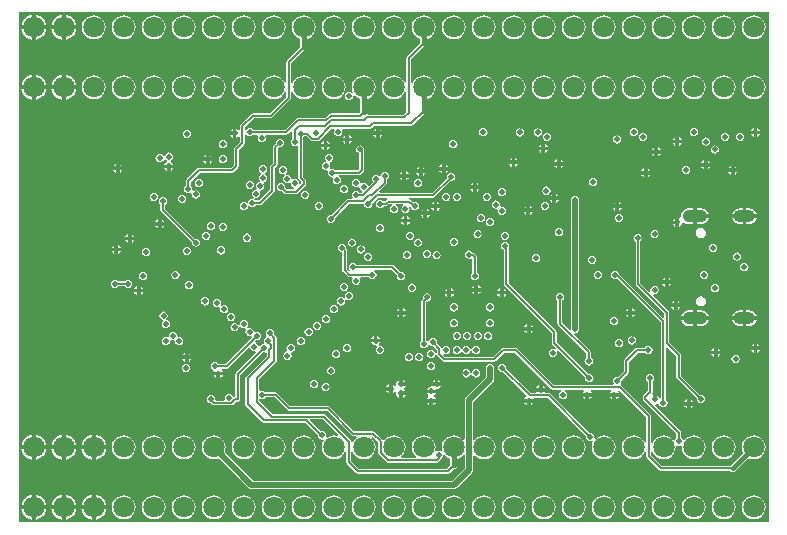
<source format=gbr>
%TF.GenerationSoftware,Altium Limited,Altium Designer,19.0.15 (446)*%
G04 Layer_Physical_Order=2*
G04 Layer_Color=5220458*
%FSLAX45Y45*%
%MOMM*%
%TF.FileFunction,Copper,L2,Inr,Signal*%
%TF.Part,Single*%
G01*
G75*
%TA.AperFunction,Conductor*%
%ADD34C,0.50000*%
%ADD35C,0.20000*%
%ADD37C,0.40000*%
%TA.AperFunction,ComponentPad*%
%ADD39C,1.80000*%
G04:AMPARAMS|DCode=40|XSize=1mm|YSize=1.8mm|CornerRadius=0.5mm|HoleSize=0mm|Usage=FLASHONLY|Rotation=90.000|XOffset=0mm|YOffset=0mm|HoleType=Round|Shape=RoundedRectangle|*
%AMROUNDEDRECTD40*
21,1,1.00000,0.80000,0,0,90.0*
21,1,0.00000,1.80000,0,0,90.0*
1,1,1.00000,0.40000,0.00000*
1,1,1.00000,0.40000,0.00000*
1,1,1.00000,-0.40000,0.00000*
1,1,1.00000,-0.40000,0.00000*
%
%ADD40ROUNDEDRECTD40*%
G04:AMPARAMS|DCode=41|XSize=1mm|YSize=2.1mm|CornerRadius=0.5mm|HoleSize=0mm|Usage=FLASHONLY|Rotation=90.000|XOffset=0mm|YOffset=0mm|HoleType=Round|Shape=RoundedRectangle|*
%AMROUNDEDRECTD41*
21,1,1.00000,1.10000,0,0,90.0*
21,1,0.00000,2.10000,0,0,90.0*
1,1,1.00000,0.55000,0.00000*
1,1,1.00000,0.55000,0.00000*
1,1,1.00000,-0.55000,0.00000*
1,1,1.00000,-0.55000,0.00000*
%
%ADD41ROUNDEDRECTD41*%
%TA.AperFunction,ViaPad*%
%ADD42C,0.50000*%
G36*
X12573000Y4953000D02*
X6223000D01*
Y9271000D01*
X12573000D01*
Y4953000D01*
D02*
G37*
%LPC*%
G36*
X6619000Y9248940D02*
Y9159000D01*
X6708940D01*
X6707271Y9171672D01*
X6696591Y9197457D01*
X6679600Y9219600D01*
X6657457Y9236591D01*
X6631672Y9247271D01*
X6619000Y9248940D01*
D02*
G37*
G36*
X6365000D02*
Y9159000D01*
X6454940D01*
X6453271Y9171672D01*
X6442591Y9197457D01*
X6425600Y9219600D01*
X6403457Y9236591D01*
X6377672Y9247271D01*
X6365000Y9248940D01*
D02*
G37*
G36*
X6589000D02*
X6576328Y9247271D01*
X6550543Y9236591D01*
X6528400Y9219600D01*
X6511409Y9197457D01*
X6500729Y9171672D01*
X6499060Y9159000D01*
X6589000D01*
Y9248940D01*
D02*
G37*
G36*
X6335000D02*
X6322328Y9247271D01*
X6296543Y9236591D01*
X6274400Y9219600D01*
X6257409Y9197457D01*
X6246729Y9171672D01*
X6245060Y9159000D01*
X6335000D01*
Y9248940D01*
D02*
G37*
G36*
X12446000Y9244863D02*
X12419895Y9241426D01*
X12395569Y9231350D01*
X12374679Y9215321D01*
X12358650Y9194431D01*
X12348574Y9170105D01*
X12345137Y9144000D01*
X12348574Y9117895D01*
X12358650Y9093569D01*
X12374679Y9072679D01*
X12395569Y9056650D01*
X12419895Y9046574D01*
X12446000Y9043137D01*
X12472105Y9046574D01*
X12496431Y9056650D01*
X12517321Y9072679D01*
X12533350Y9093569D01*
X12543426Y9117895D01*
X12546863Y9144000D01*
X12543426Y9170105D01*
X12533350Y9194431D01*
X12517321Y9215321D01*
X12496431Y9231350D01*
X12472105Y9241426D01*
X12446000Y9244863D01*
D02*
G37*
G36*
X12192000D02*
X12165895Y9241426D01*
X12141569Y9231350D01*
X12120679Y9215321D01*
X12104650Y9194431D01*
X12094574Y9170105D01*
X12091137Y9144000D01*
X12094574Y9117895D01*
X12104650Y9093569D01*
X12120679Y9072679D01*
X12141569Y9056650D01*
X12165895Y9046574D01*
X12192000Y9043137D01*
X12218105Y9046574D01*
X12242431Y9056650D01*
X12263321Y9072679D01*
X12279350Y9093569D01*
X12289426Y9117895D01*
X12292863Y9144000D01*
X12289426Y9170105D01*
X12279350Y9194431D01*
X12263321Y9215321D01*
X12242431Y9231350D01*
X12218105Y9241426D01*
X12192000Y9244863D01*
D02*
G37*
G36*
X11938000D02*
X11911895Y9241426D01*
X11887569Y9231350D01*
X11866679Y9215321D01*
X11850650Y9194431D01*
X11840574Y9170105D01*
X11837137Y9144000D01*
X11840574Y9117895D01*
X11850650Y9093569D01*
X11866679Y9072679D01*
X11887569Y9056650D01*
X11911895Y9046574D01*
X11938000Y9043137D01*
X11964105Y9046574D01*
X11988431Y9056650D01*
X12009321Y9072679D01*
X12025350Y9093569D01*
X12035426Y9117895D01*
X12038863Y9144000D01*
X12035426Y9170105D01*
X12025350Y9194431D01*
X12009321Y9215321D01*
X11988431Y9231350D01*
X11964105Y9241426D01*
X11938000Y9244863D01*
D02*
G37*
G36*
X11684000D02*
X11657895Y9241426D01*
X11633569Y9231350D01*
X11612679Y9215321D01*
X11596650Y9194431D01*
X11586574Y9170105D01*
X11583137Y9144000D01*
X11586574Y9117895D01*
X11596650Y9093569D01*
X11612679Y9072679D01*
X11633569Y9056650D01*
X11657895Y9046574D01*
X11684000Y9043137D01*
X11710105Y9046574D01*
X11734431Y9056650D01*
X11755321Y9072679D01*
X11771350Y9093569D01*
X11781426Y9117895D01*
X11784863Y9144000D01*
X11781426Y9170105D01*
X11771350Y9194431D01*
X11755321Y9215321D01*
X11734431Y9231350D01*
X11710105Y9241426D01*
X11684000Y9244863D01*
D02*
G37*
G36*
X11430000D02*
X11403895Y9241426D01*
X11379569Y9231350D01*
X11358679Y9215321D01*
X11342650Y9194431D01*
X11332574Y9170105D01*
X11329137Y9144000D01*
X11332574Y9117895D01*
X11342650Y9093569D01*
X11358679Y9072679D01*
X11379569Y9056650D01*
X11403895Y9046574D01*
X11430000Y9043137D01*
X11456105Y9046574D01*
X11480431Y9056650D01*
X11501321Y9072679D01*
X11517350Y9093569D01*
X11527426Y9117895D01*
X11530863Y9144000D01*
X11527426Y9170105D01*
X11517350Y9194431D01*
X11501321Y9215321D01*
X11480431Y9231350D01*
X11456105Y9241426D01*
X11430000Y9244863D01*
D02*
G37*
G36*
X11176000D02*
X11149895Y9241426D01*
X11125569Y9231350D01*
X11104679Y9215321D01*
X11088650Y9194431D01*
X11078574Y9170105D01*
X11075137Y9144000D01*
X11078574Y9117895D01*
X11088650Y9093569D01*
X11104679Y9072679D01*
X11125569Y9056650D01*
X11149895Y9046574D01*
X11176000Y9043137D01*
X11202105Y9046574D01*
X11226431Y9056650D01*
X11247321Y9072679D01*
X11263350Y9093569D01*
X11273426Y9117895D01*
X11276863Y9144000D01*
X11273426Y9170105D01*
X11263350Y9194431D01*
X11247321Y9215321D01*
X11226431Y9231350D01*
X11202105Y9241426D01*
X11176000Y9244863D01*
D02*
G37*
G36*
X10922000D02*
X10895895Y9241426D01*
X10871569Y9231350D01*
X10850679Y9215321D01*
X10834650Y9194431D01*
X10824574Y9170105D01*
X10821137Y9144000D01*
X10824574Y9117895D01*
X10834650Y9093569D01*
X10850679Y9072679D01*
X10871569Y9056650D01*
X10895895Y9046574D01*
X10922000Y9043137D01*
X10948105Y9046574D01*
X10972431Y9056650D01*
X10993321Y9072679D01*
X11009350Y9093569D01*
X11019426Y9117895D01*
X11022863Y9144000D01*
X11019426Y9170105D01*
X11009350Y9194431D01*
X10993321Y9215321D01*
X10972431Y9231350D01*
X10948105Y9241426D01*
X10922000Y9244863D01*
D02*
G37*
G36*
X10668000D02*
X10641895Y9241426D01*
X10617569Y9231350D01*
X10596679Y9215321D01*
X10580650Y9194431D01*
X10570574Y9170105D01*
X10567137Y9144000D01*
X10570574Y9117895D01*
X10580650Y9093569D01*
X10596679Y9072679D01*
X10617569Y9056650D01*
X10641895Y9046574D01*
X10668000Y9043137D01*
X10694105Y9046574D01*
X10718431Y9056650D01*
X10739321Y9072679D01*
X10755350Y9093569D01*
X10765426Y9117895D01*
X10768863Y9144000D01*
X10765426Y9170105D01*
X10755350Y9194431D01*
X10739321Y9215321D01*
X10718431Y9231350D01*
X10694105Y9241426D01*
X10668000Y9244863D01*
D02*
G37*
G36*
X10414000D02*
X10387895Y9241426D01*
X10363569Y9231350D01*
X10342679Y9215321D01*
X10326650Y9194431D01*
X10316574Y9170105D01*
X10313137Y9144000D01*
X10316574Y9117895D01*
X10326650Y9093569D01*
X10342679Y9072679D01*
X10363569Y9056650D01*
X10387895Y9046574D01*
X10414000Y9043137D01*
X10440105Y9046574D01*
X10464431Y9056650D01*
X10485321Y9072679D01*
X10501350Y9093569D01*
X10511426Y9117895D01*
X10514863Y9144000D01*
X10511426Y9170105D01*
X10501350Y9194431D01*
X10485321Y9215321D01*
X10464431Y9231350D01*
X10440105Y9241426D01*
X10414000Y9244863D01*
D02*
G37*
G36*
X10160000D02*
X10133895Y9241426D01*
X10109569Y9231350D01*
X10088679Y9215321D01*
X10072650Y9194431D01*
X10062574Y9170105D01*
X10059137Y9144000D01*
X10062574Y9117895D01*
X10072650Y9093569D01*
X10088679Y9072679D01*
X10109569Y9056650D01*
X10133895Y9046574D01*
X10160000Y9043137D01*
X10186105Y9046574D01*
X10210431Y9056650D01*
X10231321Y9072679D01*
X10247350Y9093569D01*
X10257426Y9117895D01*
X10260863Y9144000D01*
X10257426Y9170105D01*
X10247350Y9194431D01*
X10231321Y9215321D01*
X10210431Y9231350D01*
X10186105Y9241426D01*
X10160000Y9244863D01*
D02*
G37*
G36*
X9906000D02*
X9879895Y9241426D01*
X9855569Y9231350D01*
X9834679Y9215321D01*
X9818650Y9194431D01*
X9808574Y9170105D01*
X9805137Y9144000D01*
X9808574Y9117895D01*
X9818650Y9093569D01*
X9834679Y9072679D01*
X9855569Y9056650D01*
X9879895Y9046574D01*
X9906000Y9043137D01*
X9932105Y9046574D01*
X9956431Y9056650D01*
X9977321Y9072679D01*
X9993350Y9093569D01*
X10003426Y9117895D01*
X10006863Y9144000D01*
X10003426Y9170105D01*
X9993350Y9194431D01*
X9977321Y9215321D01*
X9956431Y9231350D01*
X9932105Y9241426D01*
X9906000Y9244863D01*
D02*
G37*
G36*
X9398000D02*
X9371895Y9241426D01*
X9347569Y9231350D01*
X9326679Y9215321D01*
X9310650Y9194431D01*
X9300574Y9170105D01*
X9297137Y9144000D01*
X9300574Y9117895D01*
X9310650Y9093569D01*
X9326679Y9072679D01*
X9347569Y9056650D01*
X9371895Y9046574D01*
X9398000Y9043137D01*
X9424105Y9046574D01*
X9448431Y9056650D01*
X9469321Y9072679D01*
X9485350Y9093569D01*
X9495426Y9117895D01*
X9498863Y9144000D01*
X9495426Y9170105D01*
X9485350Y9194431D01*
X9469321Y9215321D01*
X9448431Y9231350D01*
X9424105Y9241426D01*
X9398000Y9244863D01*
D02*
G37*
G36*
X9144000D02*
X9117895Y9241426D01*
X9093569Y9231350D01*
X9072679Y9215321D01*
X9056650Y9194431D01*
X9046574Y9170105D01*
X9043137Y9144000D01*
X9046574Y9117895D01*
X9056650Y9093569D01*
X9072679Y9072679D01*
X9093569Y9056650D01*
X9117895Y9046574D01*
X9144000Y9043137D01*
X9170105Y9046574D01*
X9194431Y9056650D01*
X9215321Y9072679D01*
X9231350Y9093569D01*
X9241426Y9117895D01*
X9244863Y9144000D01*
X9241426Y9170105D01*
X9231350Y9194431D01*
X9215321Y9215321D01*
X9194431Y9231350D01*
X9170105Y9241426D01*
X9144000Y9244863D01*
D02*
G37*
G36*
X8890000D02*
X8863895Y9241426D01*
X8839569Y9231350D01*
X8818679Y9215321D01*
X8802650Y9194431D01*
X8792574Y9170105D01*
X8789137Y9144000D01*
X8792574Y9117895D01*
X8802650Y9093569D01*
X8818679Y9072679D01*
X8839569Y9056650D01*
X8863895Y9046574D01*
X8890000Y9043137D01*
X8916105Y9046574D01*
X8940431Y9056650D01*
X8961321Y9072679D01*
X8977350Y9093569D01*
X8987426Y9117895D01*
X8990863Y9144000D01*
X8987426Y9170105D01*
X8977350Y9194431D01*
X8961321Y9215321D01*
X8940431Y9231350D01*
X8916105Y9241426D01*
X8890000Y9244863D01*
D02*
G37*
G36*
X8382000D02*
X8355895Y9241426D01*
X8331569Y9231350D01*
X8310679Y9215321D01*
X8294650Y9194431D01*
X8284574Y9170105D01*
X8281137Y9144000D01*
X8284574Y9117895D01*
X8294650Y9093569D01*
X8310679Y9072679D01*
X8331569Y9056650D01*
X8355895Y9046574D01*
X8382000Y9043137D01*
X8408105Y9046574D01*
X8432431Y9056650D01*
X8453321Y9072679D01*
X8469350Y9093569D01*
X8479426Y9117895D01*
X8482863Y9144000D01*
X8479426Y9170105D01*
X8469350Y9194431D01*
X8453321Y9215321D01*
X8432431Y9231350D01*
X8408105Y9241426D01*
X8382000Y9244863D01*
D02*
G37*
G36*
X8128000D02*
X8101895Y9241426D01*
X8077569Y9231350D01*
X8056679Y9215321D01*
X8040650Y9194431D01*
X8030574Y9170105D01*
X8027137Y9144000D01*
X8030574Y9117895D01*
X8040650Y9093569D01*
X8056679Y9072679D01*
X8077569Y9056650D01*
X8101895Y9046574D01*
X8128000Y9043137D01*
X8154105Y9046574D01*
X8178431Y9056650D01*
X8199321Y9072679D01*
X8215350Y9093569D01*
X8225426Y9117895D01*
X8228863Y9144000D01*
X8225426Y9170105D01*
X8215350Y9194431D01*
X8199321Y9215321D01*
X8178431Y9231350D01*
X8154105Y9241426D01*
X8128000Y9244863D01*
D02*
G37*
G36*
X7874000D02*
X7847895Y9241426D01*
X7823569Y9231350D01*
X7802679Y9215321D01*
X7786650Y9194431D01*
X7776574Y9170105D01*
X7773137Y9144000D01*
X7776574Y9117895D01*
X7786650Y9093569D01*
X7802679Y9072679D01*
X7823569Y9056650D01*
X7847895Y9046574D01*
X7874000Y9043137D01*
X7900105Y9046574D01*
X7924431Y9056650D01*
X7945321Y9072679D01*
X7961350Y9093569D01*
X7971426Y9117895D01*
X7974863Y9144000D01*
X7971426Y9170105D01*
X7961350Y9194431D01*
X7945321Y9215321D01*
X7924431Y9231350D01*
X7900105Y9241426D01*
X7874000Y9244863D01*
D02*
G37*
G36*
X7620000D02*
X7593895Y9241426D01*
X7569569Y9231350D01*
X7548679Y9215321D01*
X7532650Y9194431D01*
X7522574Y9170105D01*
X7519137Y9144000D01*
X7522574Y9117895D01*
X7532650Y9093569D01*
X7548679Y9072679D01*
X7569569Y9056650D01*
X7593895Y9046574D01*
X7620000Y9043137D01*
X7646105Y9046574D01*
X7670431Y9056650D01*
X7691321Y9072679D01*
X7707350Y9093569D01*
X7717426Y9117895D01*
X7720863Y9144000D01*
X7717426Y9170105D01*
X7707350Y9194431D01*
X7691321Y9215321D01*
X7670431Y9231350D01*
X7646105Y9241426D01*
X7620000Y9244863D01*
D02*
G37*
G36*
X7366000D02*
X7339895Y9241426D01*
X7315569Y9231350D01*
X7294679Y9215321D01*
X7278650Y9194431D01*
X7268574Y9170105D01*
X7265137Y9144000D01*
X7268574Y9117895D01*
X7278650Y9093569D01*
X7294679Y9072679D01*
X7315569Y9056650D01*
X7339895Y9046574D01*
X7366000Y9043137D01*
X7392105Y9046574D01*
X7416431Y9056650D01*
X7437321Y9072679D01*
X7453350Y9093569D01*
X7463426Y9117895D01*
X7466863Y9144000D01*
X7463426Y9170105D01*
X7453350Y9194431D01*
X7437321Y9215321D01*
X7416431Y9231350D01*
X7392105Y9241426D01*
X7366000Y9244863D01*
D02*
G37*
G36*
X7112000D02*
X7085895Y9241426D01*
X7061569Y9231350D01*
X7040679Y9215321D01*
X7024650Y9194431D01*
X7014574Y9170105D01*
X7011137Y9144000D01*
X7014574Y9117895D01*
X7024650Y9093569D01*
X7040679Y9072679D01*
X7061569Y9056650D01*
X7085895Y9046574D01*
X7112000Y9043137D01*
X7138105Y9046574D01*
X7162431Y9056650D01*
X7183321Y9072679D01*
X7199350Y9093569D01*
X7209426Y9117895D01*
X7212863Y9144000D01*
X7209426Y9170105D01*
X7199350Y9194431D01*
X7183321Y9215321D01*
X7162431Y9231350D01*
X7138105Y9241426D01*
X7112000Y9244863D01*
D02*
G37*
G36*
X6858000D02*
X6831895Y9241426D01*
X6807569Y9231350D01*
X6786679Y9215321D01*
X6770650Y9194431D01*
X6760574Y9170105D01*
X6757137Y9144000D01*
X6760574Y9117895D01*
X6770650Y9093569D01*
X6786679Y9072679D01*
X6807569Y9056650D01*
X6831895Y9046574D01*
X6858000Y9043137D01*
X6884105Y9046574D01*
X6908431Y9056650D01*
X6929321Y9072679D01*
X6945350Y9093569D01*
X6955426Y9117895D01*
X6958863Y9144000D01*
X6955426Y9170105D01*
X6945350Y9194431D01*
X6929321Y9215321D01*
X6908431Y9231350D01*
X6884105Y9241426D01*
X6858000Y9244863D01*
D02*
G37*
G36*
X6708940Y9129000D02*
X6619000D01*
Y9039060D01*
X6631672Y9040729D01*
X6657457Y9051409D01*
X6679600Y9068400D01*
X6696591Y9090543D01*
X6707271Y9116328D01*
X6708940Y9129000D01*
D02*
G37*
G36*
X6454940D02*
X6365000D01*
Y9039060D01*
X6377672Y9040729D01*
X6403457Y9051409D01*
X6425600Y9068400D01*
X6442591Y9090543D01*
X6453271Y9116328D01*
X6454940Y9129000D01*
D02*
G37*
G36*
X6589000D02*
X6499060D01*
X6500729Y9116328D01*
X6511409Y9090543D01*
X6528400Y9068400D01*
X6550543Y9051409D01*
X6576328Y9040729D01*
X6589000Y9039060D01*
Y9129000D01*
D02*
G37*
G36*
X6335000D02*
X6245060D01*
X6246729Y9116328D01*
X6257409Y9090543D01*
X6274400Y9068400D01*
X6296543Y9051409D01*
X6322328Y9040729D01*
X6335000Y9039060D01*
Y9129000D01*
D02*
G37*
G36*
X9652000Y9244863D02*
X9625895Y9241426D01*
X9601569Y9231350D01*
X9580679Y9215321D01*
X9564650Y9194431D01*
X9554574Y9170105D01*
X9551137Y9144000D01*
X9554574Y9117895D01*
X9564650Y9093569D01*
X9580679Y9072679D01*
X9601569Y9056650D01*
X9621412Y9048431D01*
Y9012826D01*
X9621703Y9011367D01*
X9510581Y8900245D01*
X9506160Y8893629D01*
X9504608Y8885826D01*
Y8673124D01*
X9491908Y8670598D01*
X9485350Y8686431D01*
X9469321Y8707321D01*
X9448431Y8723350D01*
X9424105Y8733426D01*
X9398000Y8736863D01*
X9371895Y8733426D01*
X9347569Y8723350D01*
X9326679Y8707321D01*
X9310650Y8686431D01*
X9300574Y8662105D01*
X9297137Y8636000D01*
X9300574Y8609895D01*
X9310650Y8585569D01*
X9326679Y8564679D01*
X9347569Y8548650D01*
X9371895Y8538574D01*
X9398000Y8535137D01*
X9424105Y8538574D01*
X9448431Y8548650D01*
X9469321Y8564679D01*
X9485350Y8585569D01*
X9491908Y8601402D01*
X9504608Y8598876D01*
Y8428547D01*
X9478453Y8402392D01*
X9181125D01*
X9177411Y8406410D01*
X9173202Y8413038D01*
X9172822Y8414812D01*
X9174588Y8423688D01*
Y8540431D01*
X9194431Y8548650D01*
X9215321Y8564679D01*
X9231350Y8585569D01*
X9241426Y8609895D01*
X9244863Y8636000D01*
X9241426Y8662105D01*
X9231350Y8686431D01*
X9215321Y8707321D01*
X9194431Y8723350D01*
X9170105Y8733426D01*
X9144000Y8736863D01*
X9117895Y8733426D01*
X9093569Y8723350D01*
X9072679Y8707321D01*
X9056650Y8686431D01*
X9046574Y8662105D01*
X9043137Y8636000D01*
X9046574Y8609895D01*
X9054276Y8591302D01*
X9043190Y8585034D01*
X9031613Y8592769D01*
X9017956Y8595486D01*
X9004300Y8592769D01*
X8992723Y8585034D01*
X8984987Y8573456D01*
X8982271Y8559800D01*
X8984987Y8546144D01*
X8992723Y8534566D01*
X9004300Y8526831D01*
X9017956Y8524114D01*
X9031613Y8526831D01*
X9043190Y8534566D01*
X9050926Y8546144D01*
X9053642Y8559800D01*
X9063751Y8574074D01*
X9065276Y8574328D01*
X9072679Y8564679D01*
X9093569Y8548650D01*
X9113412Y8540431D01*
Y8423688D01*
X9104360Y8415092D01*
X8864368D01*
X8856564Y8413540D01*
X8849949Y8409119D01*
X8817821Y8376992D01*
X8586156D01*
X8578353Y8375440D01*
X8571737Y8371019D01*
X8571736Y8371019D01*
X8476110Y8275392D01*
X8207269D01*
X8204034Y8280234D01*
X8192456Y8287969D01*
X8178800Y8290686D01*
X8165144Y8287969D01*
X8153566Y8280234D01*
X8148392Y8272489D01*
X8135692Y8276342D01*
Y8297353D01*
X8212647Y8374308D01*
X8356600D01*
X8364404Y8375860D01*
X8371019Y8380281D01*
X8523419Y8532681D01*
X8527840Y8539296D01*
X8529392Y8547100D01*
Y8598876D01*
X8542092Y8601402D01*
X8548650Y8585569D01*
X8564679Y8564679D01*
X8585569Y8548650D01*
X8609895Y8538574D01*
X8636000Y8535137D01*
X8662105Y8538574D01*
X8686431Y8548650D01*
X8707321Y8564679D01*
X8723350Y8585569D01*
X8733426Y8609895D01*
X8736863Y8636000D01*
X8733426Y8662105D01*
X8723350Y8686431D01*
X8707321Y8707321D01*
X8686431Y8723350D01*
X8662105Y8733426D01*
X8636000Y8736863D01*
X8609895Y8733426D01*
X8585569Y8723350D01*
X8564679Y8707321D01*
X8548650Y8686431D01*
X8542092Y8670598D01*
X8529392Y8673124D01*
Y8844410D01*
X8634541Y8949559D01*
X8636000Y8949269D01*
X8647705Y8951597D01*
X8657629Y8958227D01*
X8664259Y8968151D01*
X8666588Y8979856D01*
Y9048431D01*
X8686431Y9056650D01*
X8707321Y9072679D01*
X8723350Y9093569D01*
X8733426Y9117895D01*
X8736863Y9144000D01*
X8733426Y9170105D01*
X8723350Y9194431D01*
X8707321Y9215321D01*
X8686431Y9231350D01*
X8662105Y9241426D01*
X8636000Y9244863D01*
X8609895Y9241426D01*
X8585569Y9231350D01*
X8564679Y9215321D01*
X8548650Y9194431D01*
X8538574Y9170105D01*
X8535137Y9144000D01*
X8538574Y9117895D01*
X8548650Y9093569D01*
X8564679Y9072679D01*
X8585569Y9056650D01*
X8605412Y9048431D01*
Y8979856D01*
X8605703Y8978397D01*
X8494581Y8867276D01*
X8490160Y8860660D01*
X8488608Y8852856D01*
Y8673124D01*
X8475908Y8670598D01*
X8469350Y8686431D01*
X8453321Y8707321D01*
X8432431Y8723350D01*
X8408105Y8733426D01*
X8382000Y8736863D01*
X8355895Y8733426D01*
X8331569Y8723350D01*
X8310679Y8707321D01*
X8294650Y8686431D01*
X8284574Y8662105D01*
X8281137Y8636000D01*
X8284574Y8609895D01*
X8294650Y8585569D01*
X8310679Y8564679D01*
X8331569Y8548650D01*
X8355895Y8538574D01*
X8382000Y8535137D01*
X8408105Y8538574D01*
X8432431Y8548650D01*
X8453321Y8564679D01*
X8469350Y8585569D01*
X8475908Y8601402D01*
X8488608Y8598876D01*
Y8555547D01*
X8348153Y8415092D01*
X8204201D01*
X8204200Y8415092D01*
X8196396Y8413540D01*
X8189781Y8409119D01*
X8189780Y8409119D01*
X8100881Y8320219D01*
X8096460Y8313604D01*
X8094908Y8305800D01*
Y8275355D01*
X8082208Y8271503D01*
X8079219Y8275976D01*
X8065657Y8285038D01*
X8064660Y8285236D01*
Y8246417D01*
Y8207598D01*
X8065657Y8207796D01*
X8079219Y8216858D01*
X8082208Y8221331D01*
X8094908Y8217478D01*
Y8169981D01*
X8050081Y8125154D01*
X8045660Y8118538D01*
X8044108Y8110735D01*
Y7974916D01*
X8023698Y7954506D01*
X7747001D01*
X7747000Y7954506D01*
X7739196Y7952954D01*
X7732581Y7948534D01*
X7732580Y7948533D01*
X7643681Y7859634D01*
X7639260Y7853018D01*
X7637708Y7845214D01*
Y7800869D01*
X7632866Y7797634D01*
X7625131Y7786056D01*
X7622414Y7772400D01*
X7625131Y7758744D01*
X7632866Y7747166D01*
X7644444Y7739431D01*
X7658100Y7736714D01*
X7671756Y7739431D01*
X7675784Y7742122D01*
X7687214Y7734485D01*
X7685914Y7727950D01*
X7688631Y7714294D01*
X7696366Y7702717D01*
X7707944Y7694981D01*
X7721600Y7692265D01*
X7735256Y7694981D01*
X7746834Y7702717D01*
X7754569Y7714294D01*
X7757286Y7727950D01*
X7754569Y7741607D01*
X7746834Y7753184D01*
X7735256Y7760919D01*
X7721600Y7763636D01*
X7707944Y7760919D01*
X7703916Y7758228D01*
X7692486Y7765865D01*
X7693786Y7772400D01*
X7691069Y7786056D01*
X7683334Y7797634D01*
X7678492Y7800869D01*
Y7836767D01*
X7755447Y7913722D01*
X8032145D01*
X8039949Y7915274D01*
X8046564Y7919695D01*
X8078919Y7952049D01*
X8078919Y7952050D01*
X8083340Y7958666D01*
X8084892Y7966469D01*
Y8102288D01*
X8129719Y8147115D01*
X8129719Y8147115D01*
X8134140Y8153731D01*
X8135692Y8161535D01*
X8135692Y8161536D01*
Y8233658D01*
X8148392Y8237511D01*
X8153566Y8229766D01*
X8165144Y8222031D01*
X8178800Y8219314D01*
X8192456Y8222031D01*
X8204034Y8229766D01*
X8207269Y8234608D01*
X8243350D01*
X8250138Y8221908D01*
X8247431Y8217856D01*
X8244714Y8204200D01*
X8247431Y8190544D01*
X8255166Y8178966D01*
X8266744Y8171231D01*
X8280400Y8168514D01*
X8294056Y8171231D01*
X8305634Y8178966D01*
X8313369Y8190544D01*
X8316086Y8204200D01*
X8313369Y8217856D01*
X8310662Y8221908D01*
X8317450Y8234608D01*
X8484556D01*
X8492360Y8236160D01*
X8498976Y8240581D01*
X8526708Y8268313D01*
X8539408Y8263053D01*
Y8201828D01*
X8534566Y8198593D01*
X8526831Y8187015D01*
X8524114Y8173359D01*
X8526831Y8159703D01*
X8534566Y8148125D01*
X8546144Y8140390D01*
X8559800Y8137673D01*
X8573456Y8140390D01*
X8577508Y8143097D01*
X8590208Y8136309D01*
Y7870448D01*
X8591760Y7862644D01*
X8596181Y7856028D01*
X8614808Y7837402D01*
Y7824965D01*
X8604858Y7817871D01*
X8595428Y7822911D01*
X8595486Y7823200D01*
X8592769Y7836856D01*
X8585034Y7848434D01*
X8573456Y7856169D01*
X8559800Y7858886D01*
X8546144Y7856169D01*
X8543572Y7854451D01*
X8531986Y7861300D01*
X8529269Y7874956D01*
X8521534Y7886534D01*
X8509956Y7894269D01*
X8496300Y7896986D01*
X8486490Y7895034D01*
X8481534Y7906997D01*
X8483434Y7908266D01*
X8491169Y7919844D01*
X8493886Y7933500D01*
X8491169Y7947156D01*
X8483434Y7958734D01*
X8471856Y7966469D01*
X8458200Y7969186D01*
X8444544Y7966469D01*
X8432966Y7958734D01*
X8425231Y7947156D01*
X8422514Y7933500D01*
X8425231Y7919844D01*
X8432966Y7908266D01*
X8444544Y7900531D01*
X8458200Y7897814D01*
X8468010Y7899766D01*
X8472966Y7887803D01*
X8471066Y7886534D01*
X8463331Y7874956D01*
X8460614Y7861300D01*
X8463331Y7847644D01*
X8471066Y7836066D01*
X8482644Y7828331D01*
X8496300Y7825614D01*
X8509956Y7828331D01*
X8512528Y7830049D01*
X8524114Y7823200D01*
X8526831Y7809544D01*
X8534566Y7797966D01*
X8546144Y7790231D01*
X8548110Y7789840D01*
X8554405Y7775638D01*
X8553169Y7773576D01*
X8490377D01*
X8476358Y7787595D01*
X8476882Y7790231D01*
X8474166Y7803887D01*
X8466430Y7815464D01*
X8454853Y7823200D01*
X8441196Y7825917D01*
X8427540Y7823200D01*
X8415963Y7815464D01*
X8408227Y7803887D01*
X8405511Y7790231D01*
X8408227Y7776574D01*
X8415963Y7764997D01*
X8427540Y7757262D01*
X8441196Y7754545D01*
X8449983Y7756293D01*
X8467511Y7738765D01*
X8467512Y7738765D01*
X8474127Y7734344D01*
X8481931Y7732792D01*
X8481932Y7732792D01*
X8572500D01*
X8580304Y7734344D01*
X8586919Y7738765D01*
X8650253Y7802098D01*
X8654673Y7808714D01*
X8656226Y7816518D01*
Y7845214D01*
X8654673Y7853018D01*
X8650253Y7859634D01*
X8630992Y7878895D01*
Y8213831D01*
X8635834Y8217066D01*
X8639069Y8221908D01*
X8658439D01*
X8693349Y8186998D01*
X8693350Y8186998D01*
X8699966Y8182577D01*
X8707769Y8181025D01*
X8707770Y8181025D01*
X8755937D01*
X8763741Y8182577D01*
X8770357Y8186998D01*
X8868767Y8285408D01*
X8891050D01*
X8897838Y8272708D01*
X8895131Y8268656D01*
X8892414Y8255000D01*
X8895131Y8241344D01*
X8902866Y8229766D01*
X8914444Y8222031D01*
X8928100Y8219314D01*
X8941756Y8222031D01*
X8953334Y8229766D01*
X8961069Y8241344D01*
X8963786Y8255000D01*
X8961069Y8268656D01*
X8958362Y8272708D01*
X8965150Y8285408D01*
X9198381D01*
X9206184Y8286960D01*
X9212800Y8291381D01*
X9232227Y8310808D01*
X9544741D01*
X9552544Y8312360D01*
X9559160Y8316781D01*
X9650541Y8408162D01*
X9652000Y8407872D01*
X9663705Y8410200D01*
X9673629Y8416831D01*
X9680259Y8426754D01*
X9682588Y8438459D01*
Y8540431D01*
X9702431Y8548650D01*
X9723321Y8564679D01*
X9739350Y8585569D01*
X9749426Y8609895D01*
X9752863Y8636000D01*
X9749426Y8662105D01*
X9739350Y8686431D01*
X9723321Y8707321D01*
X9702431Y8723350D01*
X9678105Y8733426D01*
X9652000Y8736863D01*
X9625895Y8733426D01*
X9601569Y8723350D01*
X9580679Y8707321D01*
X9564650Y8686431D01*
X9558092Y8670598D01*
X9545392Y8673124D01*
Y8877379D01*
X9650541Y8982528D01*
X9652000Y8982238D01*
X9663705Y8984566D01*
X9673629Y8991197D01*
X9680259Y9001120D01*
X9682588Y9012826D01*
Y9048431D01*
X9702431Y9056650D01*
X9723321Y9072679D01*
X9739350Y9093569D01*
X9749426Y9117895D01*
X9752863Y9144000D01*
X9749426Y9170105D01*
X9739350Y9194431D01*
X9723321Y9215321D01*
X9702431Y9231350D01*
X9678105Y9241426D01*
X9652000Y9244863D01*
D02*
G37*
G36*
X6619000Y8740940D02*
Y8651000D01*
X6708940D01*
X6707271Y8663672D01*
X6696591Y8689457D01*
X6679600Y8711600D01*
X6657457Y8728591D01*
X6631672Y8739271D01*
X6619000Y8740940D01*
D02*
G37*
G36*
X6365000D02*
Y8651000D01*
X6454940D01*
X6453271Y8663672D01*
X6442591Y8689457D01*
X6425600Y8711600D01*
X6403457Y8728591D01*
X6377672Y8739271D01*
X6365000Y8740940D01*
D02*
G37*
G36*
X6589000D02*
X6576328Y8739271D01*
X6550543Y8728591D01*
X6528400Y8711600D01*
X6511409Y8689457D01*
X6500729Y8663672D01*
X6499060Y8651000D01*
X6589000D01*
Y8740940D01*
D02*
G37*
G36*
X6335000D02*
X6322328Y8739271D01*
X6296543Y8728591D01*
X6274400Y8711600D01*
X6257409Y8689457D01*
X6246729Y8663672D01*
X6245060Y8651000D01*
X6335000D01*
Y8740940D01*
D02*
G37*
G36*
X12446000Y8736863D02*
X12419895Y8733426D01*
X12395569Y8723350D01*
X12374679Y8707321D01*
X12358650Y8686431D01*
X12348574Y8662105D01*
X12345137Y8636000D01*
X12348574Y8609895D01*
X12358650Y8585569D01*
X12374679Y8564679D01*
X12395569Y8548650D01*
X12419895Y8538574D01*
X12446000Y8535137D01*
X12472105Y8538574D01*
X12496431Y8548650D01*
X12517321Y8564679D01*
X12533350Y8585569D01*
X12543426Y8609895D01*
X12546863Y8636000D01*
X12543426Y8662105D01*
X12533350Y8686431D01*
X12517321Y8707321D01*
X12496431Y8723350D01*
X12472105Y8733426D01*
X12446000Y8736863D01*
D02*
G37*
G36*
X12192000D02*
X12165895Y8733426D01*
X12141569Y8723350D01*
X12120679Y8707321D01*
X12104650Y8686431D01*
X12094574Y8662105D01*
X12091137Y8636000D01*
X12094574Y8609895D01*
X12104650Y8585569D01*
X12120679Y8564679D01*
X12141569Y8548650D01*
X12165895Y8538574D01*
X12192000Y8535137D01*
X12218105Y8538574D01*
X12242431Y8548650D01*
X12263321Y8564679D01*
X12279350Y8585569D01*
X12289426Y8609895D01*
X12292863Y8636000D01*
X12289426Y8662105D01*
X12279350Y8686431D01*
X12263321Y8707321D01*
X12242431Y8723350D01*
X12218105Y8733426D01*
X12192000Y8736863D01*
D02*
G37*
G36*
X11938000D02*
X11911895Y8733426D01*
X11887569Y8723350D01*
X11866679Y8707321D01*
X11850650Y8686431D01*
X11840574Y8662105D01*
X11837137Y8636000D01*
X11840574Y8609895D01*
X11850650Y8585569D01*
X11866679Y8564679D01*
X11887569Y8548650D01*
X11911895Y8538574D01*
X11938000Y8535137D01*
X11964105Y8538574D01*
X11988431Y8548650D01*
X12009321Y8564679D01*
X12025350Y8585569D01*
X12035426Y8609895D01*
X12038863Y8636000D01*
X12035426Y8662105D01*
X12025350Y8686431D01*
X12009321Y8707321D01*
X11988431Y8723350D01*
X11964105Y8733426D01*
X11938000Y8736863D01*
D02*
G37*
G36*
X11684000D02*
X11657895Y8733426D01*
X11633569Y8723350D01*
X11612679Y8707321D01*
X11596650Y8686431D01*
X11586574Y8662105D01*
X11583137Y8636000D01*
X11586574Y8609895D01*
X11596650Y8585569D01*
X11612679Y8564679D01*
X11633569Y8548650D01*
X11657895Y8538574D01*
X11684000Y8535137D01*
X11710105Y8538574D01*
X11734431Y8548650D01*
X11755321Y8564679D01*
X11771350Y8585569D01*
X11781426Y8609895D01*
X11784863Y8636000D01*
X11781426Y8662105D01*
X11771350Y8686431D01*
X11755321Y8707321D01*
X11734431Y8723350D01*
X11710105Y8733426D01*
X11684000Y8736863D01*
D02*
G37*
G36*
X11430000D02*
X11403895Y8733426D01*
X11379569Y8723350D01*
X11358679Y8707321D01*
X11342650Y8686431D01*
X11332574Y8662105D01*
X11329137Y8636000D01*
X11332574Y8609895D01*
X11342650Y8585569D01*
X11358679Y8564679D01*
X11379569Y8548650D01*
X11403895Y8538574D01*
X11430000Y8535137D01*
X11456105Y8538574D01*
X11480431Y8548650D01*
X11501321Y8564679D01*
X11517350Y8585569D01*
X11527426Y8609895D01*
X11530863Y8636000D01*
X11527426Y8662105D01*
X11517350Y8686431D01*
X11501321Y8707321D01*
X11480431Y8723350D01*
X11456105Y8733426D01*
X11430000Y8736863D01*
D02*
G37*
G36*
X11176000D02*
X11149895Y8733426D01*
X11125569Y8723350D01*
X11104679Y8707321D01*
X11088650Y8686431D01*
X11078574Y8662105D01*
X11075137Y8636000D01*
X11078574Y8609895D01*
X11088650Y8585569D01*
X11104679Y8564679D01*
X11125569Y8548650D01*
X11149895Y8538574D01*
X11176000Y8535137D01*
X11202105Y8538574D01*
X11226431Y8548650D01*
X11247321Y8564679D01*
X11263350Y8585569D01*
X11273426Y8609895D01*
X11276863Y8636000D01*
X11273426Y8662105D01*
X11263350Y8686431D01*
X11247321Y8707321D01*
X11226431Y8723350D01*
X11202105Y8733426D01*
X11176000Y8736863D01*
D02*
G37*
G36*
X10922000D02*
X10895895Y8733426D01*
X10871569Y8723350D01*
X10850679Y8707321D01*
X10834650Y8686431D01*
X10824574Y8662105D01*
X10821137Y8636000D01*
X10824574Y8609895D01*
X10834650Y8585569D01*
X10850679Y8564679D01*
X10871569Y8548650D01*
X10895895Y8538574D01*
X10922000Y8535137D01*
X10948105Y8538574D01*
X10972431Y8548650D01*
X10993321Y8564679D01*
X11009350Y8585569D01*
X11019426Y8609895D01*
X11022863Y8636000D01*
X11019426Y8662105D01*
X11009350Y8686431D01*
X10993321Y8707321D01*
X10972431Y8723350D01*
X10948105Y8733426D01*
X10922000Y8736863D01*
D02*
G37*
G36*
X10668000D02*
X10641895Y8733426D01*
X10617569Y8723350D01*
X10596679Y8707321D01*
X10580650Y8686431D01*
X10570574Y8662105D01*
X10567137Y8636000D01*
X10570574Y8609895D01*
X10580650Y8585569D01*
X10596679Y8564679D01*
X10617569Y8548650D01*
X10641895Y8538574D01*
X10668000Y8535137D01*
X10694105Y8538574D01*
X10718431Y8548650D01*
X10739321Y8564679D01*
X10755350Y8585569D01*
X10765426Y8609895D01*
X10768863Y8636000D01*
X10765426Y8662105D01*
X10755350Y8686431D01*
X10739321Y8707321D01*
X10718431Y8723350D01*
X10694105Y8733426D01*
X10668000Y8736863D01*
D02*
G37*
G36*
X10414000D02*
X10387895Y8733426D01*
X10363569Y8723350D01*
X10342679Y8707321D01*
X10326650Y8686431D01*
X10316574Y8662105D01*
X10313137Y8636000D01*
X10316574Y8609895D01*
X10326650Y8585569D01*
X10342679Y8564679D01*
X10363569Y8548650D01*
X10387895Y8538574D01*
X10414000Y8535137D01*
X10440105Y8538574D01*
X10464431Y8548650D01*
X10485321Y8564679D01*
X10501350Y8585569D01*
X10511426Y8609895D01*
X10514863Y8636000D01*
X10511426Y8662105D01*
X10501350Y8686431D01*
X10485321Y8707321D01*
X10464431Y8723350D01*
X10440105Y8733426D01*
X10414000Y8736863D01*
D02*
G37*
G36*
X10160000D02*
X10133895Y8733426D01*
X10109569Y8723350D01*
X10088679Y8707321D01*
X10072650Y8686431D01*
X10062574Y8662105D01*
X10059137Y8636000D01*
X10062574Y8609895D01*
X10072650Y8585569D01*
X10088679Y8564679D01*
X10109569Y8548650D01*
X10133895Y8538574D01*
X10160000Y8535137D01*
X10186105Y8538574D01*
X10210431Y8548650D01*
X10231321Y8564679D01*
X10247350Y8585569D01*
X10257426Y8609895D01*
X10260863Y8636000D01*
X10257426Y8662105D01*
X10247350Y8686431D01*
X10231321Y8707321D01*
X10210431Y8723350D01*
X10186105Y8733426D01*
X10160000Y8736863D01*
D02*
G37*
G36*
X9906000D02*
X9879895Y8733426D01*
X9855569Y8723350D01*
X9834679Y8707321D01*
X9818650Y8686431D01*
X9808574Y8662105D01*
X9805137Y8636000D01*
X9808574Y8609895D01*
X9818650Y8585569D01*
X9834679Y8564679D01*
X9855569Y8548650D01*
X9879895Y8538574D01*
X9906000Y8535137D01*
X9932105Y8538574D01*
X9956431Y8548650D01*
X9977321Y8564679D01*
X9993350Y8585569D01*
X10003426Y8609895D01*
X10006863Y8636000D01*
X10003426Y8662105D01*
X9993350Y8686431D01*
X9977321Y8707321D01*
X9956431Y8723350D01*
X9932105Y8733426D01*
X9906000Y8736863D01*
D02*
G37*
G36*
X8890000D02*
X8863895Y8733426D01*
X8839569Y8723350D01*
X8818679Y8707321D01*
X8802650Y8686431D01*
X8792574Y8662105D01*
X8789137Y8636000D01*
X8792574Y8609895D01*
X8802650Y8585569D01*
X8818679Y8564679D01*
X8839569Y8548650D01*
X8863895Y8538574D01*
X8890000Y8535137D01*
X8916105Y8538574D01*
X8940431Y8548650D01*
X8961321Y8564679D01*
X8977350Y8585569D01*
X8987426Y8609895D01*
X8990863Y8636000D01*
X8987426Y8662105D01*
X8977350Y8686431D01*
X8961321Y8707321D01*
X8940431Y8723350D01*
X8916105Y8733426D01*
X8890000Y8736863D01*
D02*
G37*
G36*
X8128000D02*
X8101895Y8733426D01*
X8077569Y8723350D01*
X8056679Y8707321D01*
X8040650Y8686431D01*
X8030574Y8662105D01*
X8027137Y8636000D01*
X8030574Y8609895D01*
X8040650Y8585569D01*
X8056679Y8564679D01*
X8077569Y8548650D01*
X8101895Y8538574D01*
X8128000Y8535137D01*
X8154105Y8538574D01*
X8178431Y8548650D01*
X8199321Y8564679D01*
X8215350Y8585569D01*
X8225426Y8609895D01*
X8228863Y8636000D01*
X8225426Y8662105D01*
X8215350Y8686431D01*
X8199321Y8707321D01*
X8178431Y8723350D01*
X8154105Y8733426D01*
X8128000Y8736863D01*
D02*
G37*
G36*
X7874000D02*
X7847895Y8733426D01*
X7823569Y8723350D01*
X7802679Y8707321D01*
X7786650Y8686431D01*
X7776574Y8662105D01*
X7773137Y8636000D01*
X7776574Y8609895D01*
X7786650Y8585569D01*
X7802679Y8564679D01*
X7823569Y8548650D01*
X7847895Y8538574D01*
X7874000Y8535137D01*
X7900105Y8538574D01*
X7924431Y8548650D01*
X7945321Y8564679D01*
X7961350Y8585569D01*
X7971426Y8609895D01*
X7974863Y8636000D01*
X7971426Y8662105D01*
X7961350Y8686431D01*
X7945321Y8707321D01*
X7924431Y8723350D01*
X7900105Y8733426D01*
X7874000Y8736863D01*
D02*
G37*
G36*
X7620000D02*
X7593895Y8733426D01*
X7569569Y8723350D01*
X7548679Y8707321D01*
X7532650Y8686431D01*
X7522574Y8662105D01*
X7519137Y8636000D01*
X7522574Y8609895D01*
X7532650Y8585569D01*
X7548679Y8564679D01*
X7569569Y8548650D01*
X7593895Y8538574D01*
X7620000Y8535137D01*
X7646105Y8538574D01*
X7670431Y8548650D01*
X7691321Y8564679D01*
X7707350Y8585569D01*
X7717426Y8609895D01*
X7720863Y8636000D01*
X7717426Y8662105D01*
X7707350Y8686431D01*
X7691321Y8707321D01*
X7670431Y8723350D01*
X7646105Y8733426D01*
X7620000Y8736863D01*
D02*
G37*
G36*
X7366000D02*
X7339895Y8733426D01*
X7315569Y8723350D01*
X7294679Y8707321D01*
X7278650Y8686431D01*
X7268574Y8662105D01*
X7265137Y8636000D01*
X7268574Y8609895D01*
X7278650Y8585569D01*
X7294679Y8564679D01*
X7315569Y8548650D01*
X7339895Y8538574D01*
X7366000Y8535137D01*
X7392105Y8538574D01*
X7416431Y8548650D01*
X7437321Y8564679D01*
X7453350Y8585569D01*
X7463426Y8609895D01*
X7466863Y8636000D01*
X7463426Y8662105D01*
X7453350Y8686431D01*
X7437321Y8707321D01*
X7416431Y8723350D01*
X7392105Y8733426D01*
X7366000Y8736863D01*
D02*
G37*
G36*
X7112000D02*
X7085895Y8733426D01*
X7061569Y8723350D01*
X7040679Y8707321D01*
X7024650Y8686431D01*
X7014574Y8662105D01*
X7011137Y8636000D01*
X7014574Y8609895D01*
X7024650Y8585569D01*
X7040679Y8564679D01*
X7061569Y8548650D01*
X7085895Y8538574D01*
X7112000Y8535137D01*
X7138105Y8538574D01*
X7162431Y8548650D01*
X7183321Y8564679D01*
X7199350Y8585569D01*
X7209426Y8609895D01*
X7212863Y8636000D01*
X7209426Y8662105D01*
X7199350Y8686431D01*
X7183321Y8707321D01*
X7162431Y8723350D01*
X7138105Y8733426D01*
X7112000Y8736863D01*
D02*
G37*
G36*
X6858000D02*
X6831895Y8733426D01*
X6807569Y8723350D01*
X6786679Y8707321D01*
X6770650Y8686431D01*
X6760574Y8662105D01*
X6757137Y8636000D01*
X6760574Y8609895D01*
X6770650Y8585569D01*
X6786679Y8564679D01*
X6807569Y8548650D01*
X6831895Y8538574D01*
X6858000Y8535137D01*
X6884105Y8538574D01*
X6908431Y8548650D01*
X6929321Y8564679D01*
X6945350Y8585569D01*
X6955426Y8609895D01*
X6958863Y8636000D01*
X6955426Y8662105D01*
X6945350Y8686431D01*
X6929321Y8707321D01*
X6908431Y8723350D01*
X6884105Y8733426D01*
X6858000Y8736863D01*
D02*
G37*
G36*
X6708940Y8621000D02*
X6619000D01*
Y8531060D01*
X6631672Y8532729D01*
X6657457Y8543409D01*
X6679600Y8560400D01*
X6696591Y8582543D01*
X6707271Y8608328D01*
X6708940Y8621000D01*
D02*
G37*
G36*
X6454940D02*
X6365000D01*
Y8531060D01*
X6377672Y8532729D01*
X6403457Y8543409D01*
X6425600Y8560400D01*
X6442591Y8582543D01*
X6453271Y8608328D01*
X6454940Y8621000D01*
D02*
G37*
G36*
X6589000D02*
X6499060D01*
X6500729Y8608328D01*
X6511409Y8582543D01*
X6528400Y8560400D01*
X6550543Y8543409D01*
X6576328Y8532729D01*
X6589000Y8531060D01*
Y8621000D01*
D02*
G37*
G36*
X6335000D02*
X6245060D01*
X6246729Y8608328D01*
X6257409Y8582543D01*
X6274400Y8560400D01*
X6296543Y8543409D01*
X6322328Y8532729D01*
X6335000Y8531060D01*
Y8621000D01*
D02*
G37*
G36*
X12475200Y8293540D02*
Y8269721D01*
X12499019D01*
X12498821Y8270718D01*
X12489759Y8284280D01*
X12476197Y8293342D01*
X12475200Y8293540D01*
D02*
G37*
G36*
X12445200D02*
X12444202Y8293342D01*
X12430641Y8284280D01*
X12421579Y8270718D01*
X12421381Y8269721D01*
X12445200D01*
Y8293540D01*
D02*
G37*
G36*
X9277600Y8285236D02*
Y8261417D01*
X9301419D01*
X9301221Y8262414D01*
X9292159Y8275976D01*
X9278597Y8285038D01*
X9277600Y8285236D01*
D02*
G37*
G36*
X9247600D02*
X9246603Y8285038D01*
X9233041Y8275976D01*
X9223979Y8262414D01*
X9223781Y8261417D01*
X9247600D01*
Y8285236D01*
D02*
G37*
G36*
X8034660D02*
X8033662Y8285038D01*
X8020101Y8275976D01*
X8011039Y8262414D01*
X8010840Y8261417D01*
X8034660D01*
Y8285236D01*
D02*
G37*
G36*
X11938000Y8290686D02*
X11924344Y8287969D01*
X11912766Y8280234D01*
X11905031Y8268656D01*
X11902314Y8255000D01*
X11905031Y8241344D01*
X11912766Y8229766D01*
X11924344Y8222031D01*
X11938000Y8219314D01*
X11951656Y8222031D01*
X11963234Y8229766D01*
X11970969Y8241344D01*
X11973686Y8255000D01*
X11970969Y8268656D01*
X11963234Y8280234D01*
X11951656Y8287969D01*
X11938000Y8290686D01*
D02*
G37*
G36*
X10156062D02*
X10142406Y8287969D01*
X10130829Y8280234D01*
X10123093Y8268656D01*
X10120377Y8255000D01*
X10123093Y8241344D01*
X10130829Y8229766D01*
X10142406Y8222031D01*
X10156062Y8219314D01*
X10169719Y8222031D01*
X10181296Y8229766D01*
X10189032Y8241344D01*
X10191748Y8255000D01*
X10189032Y8268656D01*
X10181296Y8280234D01*
X10169719Y8287969D01*
X10156062Y8290686D01*
D02*
G37*
G36*
X11430000Y8290407D02*
X11416344Y8287690D01*
X11404766Y8279954D01*
X11397031Y8268377D01*
X11394314Y8254721D01*
X11397031Y8241065D01*
X11404766Y8229487D01*
X11416344Y8221752D01*
X11430000Y8219035D01*
X11443656Y8221752D01*
X11455234Y8229487D01*
X11462969Y8241065D01*
X11465686Y8254721D01*
X11462969Y8268377D01*
X11455234Y8279954D01*
X11443656Y8287690D01*
X11430000Y8290407D01*
D02*
G37*
G36*
X10617200Y8288795D02*
X10603544Y8286079D01*
X10591966Y8278343D01*
X10584231Y8266766D01*
X10581514Y8253110D01*
X10584231Y8239453D01*
X10591966Y8227876D01*
X10603544Y8220141D01*
X10617200Y8217424D01*
X10630856Y8220141D01*
X10642434Y8227876D01*
X10650169Y8239453D01*
X10652886Y8253110D01*
X10650169Y8266766D01*
X10642434Y8278343D01*
X10630856Y8286079D01*
X10617200Y8288795D01*
D02*
G37*
G36*
X10464800D02*
X10451144Y8286079D01*
X10439566Y8278343D01*
X10431831Y8266766D01*
X10429114Y8253110D01*
X10431831Y8239453D01*
X10439566Y8227876D01*
X10451144Y8220141D01*
X10464800Y8217424D01*
X10478456Y8220141D01*
X10490034Y8227876D01*
X10497769Y8239453D01*
X10500486Y8253110D01*
X10497769Y8266766D01*
X10490034Y8278343D01*
X10478456Y8286079D01*
X10464800Y8288795D01*
D02*
G37*
G36*
X12499019Y8239721D02*
X12475200D01*
Y8215902D01*
X12476197Y8216100D01*
X12489759Y8225162D01*
X12498821Y8238723D01*
X12499019Y8239721D01*
D02*
G37*
G36*
X12445200D02*
X12421381D01*
X12421579Y8238723D01*
X12430641Y8225162D01*
X12444202Y8216100D01*
X12445200Y8215902D01*
Y8239721D01*
D02*
G37*
G36*
X9019300Y8231819D02*
Y8208000D01*
X9043119D01*
X9042921Y8208997D01*
X9033859Y8222559D01*
X9020297Y8231621D01*
X9019300Y8231819D01*
D02*
G37*
G36*
X8989300D02*
X8988303Y8231621D01*
X8974741Y8222559D01*
X8965679Y8208997D01*
X8965481Y8208000D01*
X8989300D01*
Y8231819D01*
D02*
G37*
G36*
X9301419Y8231417D02*
X9277600D01*
Y8207598D01*
X9278597Y8207796D01*
X9292159Y8216858D01*
X9301221Y8230419D01*
X9301419Y8231417D01*
D02*
G37*
G36*
X9247600D02*
X9223781D01*
X9223979Y8230419D01*
X9233041Y8216858D01*
X9246603Y8207796D01*
X9247600Y8207598D01*
Y8231417D01*
D02*
G37*
G36*
X8034660D02*
X8010840D01*
X8011039Y8230419D01*
X8020101Y8216858D01*
X8033662Y8207796D01*
X8034660Y8207598D01*
Y8231417D01*
D02*
G37*
G36*
X7645400Y8277986D02*
X7631744Y8275269D01*
X7620166Y8267534D01*
X7612431Y8255956D01*
X7609714Y8242300D01*
X7612431Y8228644D01*
X7620166Y8217066D01*
X7631744Y8209331D01*
X7645400Y8206614D01*
X7659056Y8209331D01*
X7670634Y8217066D01*
X7678369Y8228644D01*
X7681086Y8242300D01*
X7678369Y8255956D01*
X7670634Y8267534D01*
X7659056Y8275269D01*
X7645400Y8277986D01*
D02*
G37*
G36*
X11811980Y8214549D02*
Y8190730D01*
X11835800D01*
X11835601Y8191727D01*
X11826540Y8205289D01*
X11812978Y8214351D01*
X11811980Y8214549D01*
D02*
G37*
G36*
X11781981D02*
X11780983Y8214351D01*
X11767421Y8205289D01*
X11758360Y8191727D01*
X11758161Y8190730D01*
X11781981D01*
Y8214549D01*
D02*
G37*
G36*
X12331700Y8252586D02*
X12318044Y8249869D01*
X12306466Y8242134D01*
X12298731Y8230556D01*
X12296014Y8216900D01*
X12298731Y8203244D01*
X12306466Y8191666D01*
X12318044Y8183931D01*
X12331700Y8181214D01*
X12345356Y8183931D01*
X12356934Y8191666D01*
X12364669Y8203244D01*
X12367386Y8216900D01*
X12364669Y8230556D01*
X12356934Y8242134D01*
X12345356Y8249869D01*
X12331700Y8252586D01*
D02*
G37*
G36*
X12204700D02*
X12191044Y8249869D01*
X12179466Y8242134D01*
X12171731Y8230556D01*
X12169014Y8216900D01*
X12171731Y8203244D01*
X12179466Y8191666D01*
X12191044Y8183931D01*
X12204700Y8181214D01*
X12218356Y8183931D01*
X12229934Y8191666D01*
X12237669Y8203244D01*
X12240386Y8216900D01*
X12237669Y8230556D01*
X12229934Y8242134D01*
X12218356Y8249869D01*
X12204700Y8252586D01*
D02*
G37*
G36*
X11506200D02*
X11492544Y8249869D01*
X11480966Y8242134D01*
X11473231Y8230556D01*
X11470514Y8216900D01*
X11473231Y8203244D01*
X11480966Y8191666D01*
X11492544Y8183931D01*
X11506200Y8181214D01*
X11519856Y8183931D01*
X11531434Y8191666D01*
X11539169Y8203244D01*
X11541886Y8216900D01*
X11539169Y8230556D01*
X11531434Y8242134D01*
X11519856Y8249869D01*
X11506200Y8252586D01*
D02*
G37*
G36*
X10693400D02*
X10679744Y8249869D01*
X10668166Y8242134D01*
X10660431Y8230556D01*
X10657714Y8216900D01*
X10660431Y8203244D01*
X10668166Y8191666D01*
X10679744Y8183931D01*
X10693400Y8181214D01*
X10707056Y8183931D01*
X10718634Y8191666D01*
X10726369Y8203244D01*
X10729086Y8216900D01*
X10726369Y8230556D01*
X10718634Y8242134D01*
X10707056Y8249869D01*
X10693400Y8252586D01*
D02*
G37*
G36*
X8835406Y8182619D02*
Y8158800D01*
X8859226D01*
X8859027Y8159797D01*
X8849966Y8173359D01*
X8836404Y8182421D01*
X8835406Y8182619D01*
D02*
G37*
G36*
X8805406D02*
X8804409Y8182421D01*
X8790847Y8173359D01*
X8781785Y8159797D01*
X8781587Y8158800D01*
X8805406D01*
Y8182619D01*
D02*
G37*
G36*
X11290300Y8229439D02*
X11276643Y8226723D01*
X11265066Y8218987D01*
X11257331Y8207410D01*
X11254614Y8193753D01*
X11257331Y8180097D01*
X11265066Y8168520D01*
X11276643Y8160784D01*
X11290300Y8158068D01*
X11303956Y8160784D01*
X11315533Y8168520D01*
X11323269Y8180097D01*
X11325985Y8193753D01*
X11323269Y8207410D01*
X11315533Y8218987D01*
X11303956Y8226723D01*
X11290300Y8229439D01*
D02*
G37*
G36*
X9043119Y8178000D02*
X9019300D01*
Y8154181D01*
X9020297Y8154379D01*
X9033859Y8163441D01*
X9042921Y8177002D01*
X9043119Y8178000D01*
D02*
G37*
G36*
X8989300D02*
X8965481D01*
X8965679Y8177002D01*
X8974741Y8163441D01*
X8988303Y8154379D01*
X8989300Y8154181D01*
Y8178000D01*
D02*
G37*
G36*
X12039600Y8211415D02*
X12025944Y8208699D01*
X12014366Y8200963D01*
X12006631Y8189386D01*
X12003914Y8175730D01*
X12006631Y8162073D01*
X12014366Y8150496D01*
X12025944Y8142760D01*
X12039600Y8140044D01*
X12053256Y8142760D01*
X12064834Y8150496D01*
X12072569Y8162073D01*
X12075286Y8175730D01*
X12072569Y8189386D01*
X12064834Y8200963D01*
X12053256Y8208699D01*
X12039600Y8211415D01*
D02*
G37*
G36*
X11835800Y8160730D02*
X11811980D01*
Y8136910D01*
X11812978Y8137109D01*
X11826540Y8146170D01*
X11835601Y8159732D01*
X11835800Y8160730D01*
D02*
G37*
G36*
X11781981D02*
X11758161D01*
X11758360Y8159732D01*
X11767421Y8146170D01*
X11780983Y8137109D01*
X11781981Y8136910D01*
Y8160730D01*
D02*
G37*
G36*
X10677939Y8156100D02*
Y8132281D01*
X10701758D01*
X10701560Y8133278D01*
X10692498Y8146840D01*
X10678936Y8155902D01*
X10677939Y8156100D01*
D02*
G37*
G36*
X10647939D02*
X10646941Y8155902D01*
X10633380Y8146840D01*
X10624318Y8133278D01*
X10624119Y8132281D01*
X10647939D01*
Y8156100D01*
D02*
G37*
G36*
X8432966Y8201786D02*
X8419310Y8199069D01*
X8407733Y8191334D01*
X8399997Y8179756D01*
X8397281Y8166100D01*
X8398417Y8160389D01*
X8380281Y8142253D01*
X8375860Y8135637D01*
X8374308Y8127834D01*
Y7991903D01*
X8354881Y7972476D01*
X8350460Y7965860D01*
X8348908Y7958056D01*
Y7767568D01*
X8259832Y7678492D01*
X8227789D01*
X8224554Y7683334D01*
X8218269Y7687533D01*
X8217447Y7688083D01*
X8222402Y7700046D01*
X8223208Y7699886D01*
X8229600Y7698614D01*
X8243256Y7701331D01*
X8254834Y7709066D01*
X8262569Y7720644D01*
X8265286Y7734300D01*
X8262569Y7747956D01*
X8261313Y7749836D01*
X8267700Y7761514D01*
X8281356Y7764231D01*
X8292934Y7771966D01*
X8300669Y7783544D01*
X8303386Y7797200D01*
X8300669Y7810856D01*
X8294047Y7820767D01*
X8295950Y7828702D01*
X8298495Y7833992D01*
X8306756Y7835635D01*
X8318334Y7843371D01*
X8326069Y7854948D01*
X8328786Y7868604D01*
X8326069Y7882261D01*
X8318334Y7893838D01*
X8309917Y7899462D01*
X8309149Y7902376D01*
Y7910659D01*
X8309917Y7913573D01*
X8318334Y7919198D01*
X8326069Y7930775D01*
X8328786Y7944431D01*
X8326069Y7958087D01*
X8318334Y7969665D01*
X8306756Y7977400D01*
X8293100Y7980117D01*
X8279444Y7977400D01*
X8267866Y7969665D01*
X8260131Y7958087D01*
X8257414Y7944431D01*
X8260131Y7930775D01*
X8267866Y7919198D01*
X8276283Y7913573D01*
X8277051Y7910659D01*
Y7902376D01*
X8276283Y7899462D01*
X8267866Y7893838D01*
X8260131Y7882261D01*
X8257414Y7868604D01*
X8260131Y7854948D01*
X8266753Y7845037D01*
X8264850Y7837102D01*
X8262305Y7831813D01*
X8254044Y7830169D01*
X8242466Y7822434D01*
X8234731Y7810856D01*
X8232014Y7797200D01*
X8234731Y7783544D01*
X8235987Y7781664D01*
X8229600Y7769986D01*
X8215944Y7767269D01*
X8204366Y7759534D01*
X8196631Y7747956D01*
X8193914Y7734300D01*
X8196631Y7720644D01*
X8204366Y7709066D01*
X8210652Y7704867D01*
X8211474Y7704317D01*
X8206519Y7692354D01*
X8205713Y7692514D01*
X8199321Y7693786D01*
X8185664Y7691069D01*
X8174087Y7683334D01*
X8166351Y7671756D01*
X8164257Y7661226D01*
X8158393Y7657841D01*
X8155691Y7656855D01*
X8151287Y7656164D01*
X8141656Y7662599D01*
X8128000Y7665315D01*
X8114344Y7662599D01*
X8102766Y7654863D01*
X8095031Y7643286D01*
X8092314Y7629630D01*
X8095031Y7615973D01*
X8102766Y7604396D01*
X8114344Y7596660D01*
X8128000Y7593944D01*
X8141656Y7596660D01*
X8153234Y7604396D01*
X8160969Y7615973D01*
X8163064Y7626504D01*
X8168928Y7629889D01*
X8171629Y7630875D01*
X8176034Y7631565D01*
X8185664Y7625131D01*
X8199321Y7622414D01*
X8212977Y7625131D01*
X8224554Y7632866D01*
X8227789Y7637708D01*
X8268279D01*
X8276083Y7639260D01*
X8282698Y7643681D01*
X8383719Y7744701D01*
X8383719Y7744702D01*
X8388140Y7751317D01*
X8389692Y7759121D01*
Y7949609D01*
X8409119Y7969036D01*
X8409119Y7969037D01*
X8413540Y7975653D01*
X8415092Y7983456D01*
Y8119387D01*
X8427255Y8131550D01*
X8432966Y8130414D01*
X8446623Y8133131D01*
X8458200Y8140866D01*
X8465936Y8152444D01*
X8468652Y8166100D01*
X8465936Y8179756D01*
X8458200Y8191334D01*
X8446623Y8199069D01*
X8432966Y8201786D01*
D02*
G37*
G36*
X9902040Y8189862D02*
X9888384Y8187145D01*
X9876807Y8179410D01*
X9869071Y8167832D01*
X9866355Y8154176D01*
X9869071Y8140520D01*
X9876807Y8128942D01*
X9888384Y8121207D01*
X9902040Y8118490D01*
X9915697Y8121207D01*
X9927274Y8128942D01*
X9935010Y8140520D01*
X9937726Y8154176D01*
X9935010Y8167832D01*
X9927274Y8179410D01*
X9915697Y8187145D01*
X9902040Y8189862D01*
D02*
G37*
G36*
X7950200Y8189086D02*
X7936544Y8186369D01*
X7924966Y8178634D01*
X7917231Y8167056D01*
X7914514Y8153400D01*
X7917231Y8139744D01*
X7924966Y8128166D01*
X7936544Y8120431D01*
X7950200Y8117714D01*
X7963856Y8120431D01*
X7975434Y8128166D01*
X7983169Y8139744D01*
X7985886Y8153400D01*
X7983169Y8167056D01*
X7975434Y8178634D01*
X7963856Y8186369D01*
X7950200Y8189086D01*
D02*
G37*
G36*
X8859226Y8128800D02*
X8835406D01*
Y8104980D01*
X8836404Y8105179D01*
X8849966Y8114241D01*
X8859027Y8127802D01*
X8859226Y8128800D01*
D02*
G37*
G36*
X8805406D02*
X8781587D01*
X8781785Y8127802D01*
X8790847Y8114241D01*
X8804409Y8105179D01*
X8805406Y8104980D01*
Y8128800D01*
D02*
G37*
G36*
X11635500Y8128719D02*
Y8104900D01*
X11659319D01*
X11659121Y8105897D01*
X11650059Y8119459D01*
X11636497Y8128521D01*
X11635500Y8128719D01*
D02*
G37*
G36*
X11605500D02*
X11604503Y8128521D01*
X11590941Y8119459D01*
X11581879Y8105897D01*
X11581681Y8104900D01*
X11605500D01*
Y8128719D01*
D02*
G37*
G36*
X10701758Y8102281D02*
X10677939D01*
Y8078462D01*
X10678936Y8078660D01*
X10692498Y8087722D01*
X10701560Y8101284D01*
X10701758Y8102281D01*
D02*
G37*
G36*
X10647939D02*
X10624119D01*
X10624318Y8101284D01*
X10633380Y8087722D01*
X10646941Y8078660D01*
X10647939Y8078462D01*
Y8102281D01*
D02*
G37*
G36*
X12115800Y8144636D02*
X12102144Y8141919D01*
X12090566Y8134184D01*
X12082831Y8122606D01*
X12080114Y8108950D01*
X12082831Y8095294D01*
X12090566Y8083716D01*
X12102144Y8075981D01*
X12115800Y8073264D01*
X12129456Y8075981D01*
X12141034Y8083716D01*
X12148769Y8095294D01*
X12151486Y8108950D01*
X12148769Y8122606D01*
X12141034Y8134184D01*
X12129456Y8141919D01*
X12115800Y8144636D01*
D02*
G37*
G36*
X7493000Y8084186D02*
X7479344Y8081469D01*
X7467766Y8073734D01*
X7460031Y8062157D01*
X7459035Y8057151D01*
X7445553Y8054469D01*
X7441634Y8060334D01*
X7430057Y8068069D01*
X7416400Y8070786D01*
X7402744Y8068069D01*
X7391167Y8060334D01*
X7383431Y8048756D01*
X7380714Y8035100D01*
X7383431Y8021444D01*
X7391167Y8009866D01*
X7402744Y8002131D01*
X7416400Y7999414D01*
X7430057Y8002131D01*
X7441634Y8009866D01*
X7449369Y8021444D01*
X7450365Y8026450D01*
X7463848Y8029132D01*
X7467766Y8023267D01*
X7476489Y8017438D01*
X7476833Y8008839D01*
X7476585Y8006389D01*
X7475800Y8003787D01*
X7463441Y7995530D01*
X7454379Y7981968D01*
X7454181Y7980970D01*
X7531819D01*
X7531621Y7981968D01*
X7522559Y7995530D01*
X7510200Y8003787D01*
X7509415Y8006389D01*
X7509167Y8008839D01*
X7509511Y8017438D01*
X7518234Y8023267D01*
X7525969Y8034844D01*
X7528686Y8048500D01*
X7525969Y8062157D01*
X7518234Y8073734D01*
X7506656Y8081469D01*
X7493000Y8084186D01*
D02*
G37*
G36*
X11659319Y8074900D02*
X11635500D01*
Y8051081D01*
X11636497Y8051279D01*
X11650059Y8060341D01*
X11659121Y8073903D01*
X11659319Y8074900D01*
D02*
G37*
G36*
X11605500D02*
X11581681D01*
X11581879Y8073903D01*
X11590941Y8060341D01*
X11604503Y8051279D01*
X11605500Y8051081D01*
Y8074900D01*
D02*
G37*
G36*
X7838200Y8065219D02*
Y8041400D01*
X7862019D01*
X7861821Y8042397D01*
X7852759Y8055959D01*
X7839197Y8065021D01*
X7838200Y8065219D01*
D02*
G37*
G36*
X7808200D02*
X7807203Y8065021D01*
X7793641Y8055959D01*
X7784579Y8042397D01*
X7784381Y8041400D01*
X7808200D01*
Y8065219D01*
D02*
G37*
G36*
X10425200Y8039819D02*
Y8016000D01*
X10449019D01*
X10448821Y8016997D01*
X10439759Y8030559D01*
X10426197Y8039621D01*
X10425200Y8039819D01*
D02*
G37*
G36*
X10395200D02*
X10394202Y8039621D01*
X10380641Y8030559D01*
X10371579Y8016997D01*
X10371381Y8016000D01*
X10395200D01*
Y8039819D01*
D02*
G37*
G36*
X10810000Y8026119D02*
Y8002300D01*
X10833819D01*
X10833621Y8003297D01*
X10824559Y8016859D01*
X10810997Y8025921D01*
X10810000Y8026119D01*
D02*
G37*
G36*
X10780000D02*
X10779003Y8025921D01*
X10765441Y8016859D01*
X10756379Y8003297D01*
X10756181Y8002300D01*
X10780000D01*
Y8026119D01*
D02*
G37*
G36*
X12054600Y8017489D02*
Y7993670D01*
X12078419D01*
X12078221Y7994667D01*
X12069159Y8008229D01*
X12055597Y8017291D01*
X12054600Y8017489D01*
D02*
G37*
G36*
X12024600D02*
X12023603Y8017291D01*
X12010041Y8008229D01*
X12000979Y7994667D01*
X12000781Y7993670D01*
X12024600D01*
Y8017489D01*
D02*
G37*
G36*
X7950200Y8062086D02*
X7936544Y8059369D01*
X7924966Y8051634D01*
X7917231Y8040056D01*
X7914514Y8026400D01*
X7917231Y8012744D01*
X7924966Y8001166D01*
X7936544Y7993431D01*
X7950200Y7990714D01*
X7963856Y7993431D01*
X7975434Y8001166D01*
X7983169Y8012744D01*
X7985886Y8026400D01*
X7983169Y8040056D01*
X7975434Y8051634D01*
X7963856Y8059369D01*
X7950200Y8062086D01*
D02*
G37*
G36*
X7862019Y8011400D02*
X7838200D01*
Y7987581D01*
X7839197Y7987779D01*
X7852759Y7996841D01*
X7861821Y8010403D01*
X7862019Y8011400D01*
D02*
G37*
G36*
X7808200D02*
X7784381D01*
X7784579Y8010403D01*
X7793641Y7996841D01*
X7807203Y7987779D01*
X7808200Y7987581D01*
Y8011400D01*
D02*
G37*
G36*
X7076200Y7989019D02*
Y7965200D01*
X7100019D01*
X7099821Y7966197D01*
X7090759Y7979759D01*
X7077197Y7988821D01*
X7076200Y7989019D01*
D02*
G37*
G36*
X7046200D02*
X7045203Y7988821D01*
X7031641Y7979759D01*
X7022579Y7966197D01*
X7022381Y7965200D01*
X7046200D01*
Y7989019D01*
D02*
G37*
G36*
X10449019Y7986000D02*
X10425200D01*
Y7962181D01*
X10426197Y7962379D01*
X10439759Y7971441D01*
X10448821Y7985003D01*
X10449019Y7986000D01*
D02*
G37*
G36*
X10395200D02*
X10371381D01*
X10371579Y7985003D01*
X10380641Y7971441D01*
X10394202Y7962379D01*
X10395200Y7962181D01*
Y7986000D01*
D02*
G37*
G36*
X9837750Y7983250D02*
Y7959431D01*
X9861569D01*
X9861371Y7960429D01*
X9852309Y7973990D01*
X9838747Y7983052D01*
X9837750Y7983250D01*
D02*
G37*
G36*
X9807750D02*
X9806753Y7983052D01*
X9793191Y7973990D01*
X9784129Y7960429D01*
X9783931Y7959431D01*
X9807750D01*
Y7983250D01*
D02*
G37*
G36*
X12283200Y7972319D02*
Y7948500D01*
X12307019D01*
X12306821Y7949497D01*
X12297759Y7963059D01*
X12284197Y7972121D01*
X12283200Y7972319D01*
D02*
G37*
G36*
X12253200D02*
X12252203Y7972121D01*
X12238641Y7963059D01*
X12229579Y7949497D01*
X12229381Y7948500D01*
X12253200D01*
Y7972319D01*
D02*
G37*
G36*
X10833819Y7972300D02*
X10810000D01*
Y7948481D01*
X10810997Y7948679D01*
X10824559Y7957741D01*
X10833621Y7971303D01*
X10833819Y7972300D01*
D02*
G37*
G36*
X10780000D02*
X10756181D01*
X10756379Y7971303D01*
X10765441Y7957741D01*
X10779003Y7948679D01*
X10780000Y7948481D01*
Y7972300D01*
D02*
G37*
G36*
X12078419Y7963670D02*
X12054600D01*
Y7939850D01*
X12055597Y7940049D01*
X12069159Y7949110D01*
X12078221Y7962672D01*
X12078419Y7963670D01*
D02*
G37*
G36*
X12024600D02*
X12000781D01*
X12000979Y7962672D01*
X12010041Y7949110D01*
X12023603Y7940049D01*
X12024600Y7939850D01*
Y7963670D01*
D02*
G37*
G36*
X9641600Y7963619D02*
Y7939800D01*
X9665419D01*
X9665221Y7940797D01*
X9656159Y7954359D01*
X9642597Y7963421D01*
X9641600Y7963619D01*
D02*
G37*
G36*
X9611600D02*
X9610603Y7963421D01*
X9597041Y7954359D01*
X9587979Y7940797D01*
X9587781Y7939800D01*
X9611600D01*
Y7963619D01*
D02*
G37*
G36*
X9114397Y8144636D02*
X9100740Y8141919D01*
X9089163Y8134184D01*
X9081427Y8122606D01*
X9078711Y8108950D01*
X9081427Y8095294D01*
X9089163Y8083716D01*
X9100740Y8075981D01*
X9107385Y8074659D01*
Y7945947D01*
X9093409Y7931971D01*
X8905769D01*
X8902534Y7936813D01*
X8890956Y7944548D01*
X8877300Y7947265D01*
X8867510Y7945317D01*
X8859140Y7955650D01*
X8859469Y7956144D01*
X8862186Y7969800D01*
X8859469Y7983456D01*
X8854447Y7990972D01*
X8857932Y8003135D01*
X8859266Y8004880D01*
X8865556Y8006131D01*
X8877134Y8013866D01*
X8884869Y8025444D01*
X8887586Y8039100D01*
X8884869Y8052756D01*
X8877134Y8064334D01*
X8865556Y8072069D01*
X8851900Y8074786D01*
X8838244Y8072069D01*
X8826666Y8064334D01*
X8818931Y8052756D01*
X8816214Y8039100D01*
X8818931Y8025444D01*
X8823953Y8017928D01*
X8820468Y8005765D01*
X8819134Y8004020D01*
X8812844Y8002769D01*
X8801266Y7995034D01*
X8793531Y7983456D01*
X8790814Y7969800D01*
X8793531Y7956144D01*
X8801266Y7944566D01*
X8812844Y7936831D01*
X8826500Y7934114D01*
X8836290Y7936062D01*
X8844660Y7925729D01*
X8844331Y7925235D01*
X8841614Y7911579D01*
X8844331Y7897923D01*
X8852066Y7886345D01*
X8863644Y7878610D01*
X8877300Y7875893D01*
X8883748Y7864227D01*
X8882431Y7862256D01*
X8879714Y7848600D01*
X8882431Y7834944D01*
X8890166Y7823366D01*
X8901744Y7815631D01*
X8915400Y7812914D01*
X8929056Y7815631D01*
X8940634Y7823366D01*
X8948369Y7834944D01*
X8951086Y7848600D01*
X8948369Y7862256D01*
X8940634Y7873834D01*
X8933669Y7878487D01*
X8937522Y7891187D01*
X9101856D01*
X9109659Y7892739D01*
X9116275Y7897160D01*
X9142196Y7923081D01*
X9146616Y7929696D01*
X9148169Y7937500D01*
X9148169Y7937501D01*
Y8095569D01*
X9148169Y8095570D01*
X9147795Y8097450D01*
X9150082Y8108950D01*
X9147366Y8122606D01*
X9139630Y8134184D01*
X9128053Y8141919D01*
X9114397Y8144636D01*
D02*
G37*
G36*
X7531819Y7950970D02*
X7508000D01*
Y7927151D01*
X7508997Y7927349D01*
X7522559Y7936411D01*
X7531621Y7949973D01*
X7531819Y7950970D01*
D02*
G37*
G36*
X7478000D02*
X7454181D01*
X7454379Y7949973D01*
X7463441Y7936411D01*
X7477003Y7927349D01*
X7478000Y7927151D01*
Y7950970D01*
D02*
G37*
G36*
X11546600Y7950919D02*
Y7927100D01*
X11570419D01*
X11570221Y7928097D01*
X11561159Y7941659D01*
X11547597Y7950721D01*
X11546600Y7950919D01*
D02*
G37*
G36*
X11516600D02*
X11515603Y7950721D01*
X11502041Y7941659D01*
X11492979Y7928097D01*
X11492781Y7927100D01*
X11516600D01*
Y7950919D01*
D02*
G37*
G36*
X7100019Y7935200D02*
X7076200D01*
Y7911381D01*
X7077197Y7911579D01*
X7090759Y7920641D01*
X7099821Y7934203D01*
X7100019Y7935200D01*
D02*
G37*
G36*
X7046200D02*
X7022381D01*
X7022579Y7934203D01*
X7031641Y7920641D01*
X7045203Y7911579D01*
X7046200Y7911381D01*
Y7935200D01*
D02*
G37*
G36*
X9861569Y7929431D02*
X9837750D01*
Y7905612D01*
X9838747Y7905810D01*
X9852309Y7914872D01*
X9861371Y7928434D01*
X9861569Y7929431D01*
D02*
G37*
G36*
X9807750D02*
X9783931D01*
X9784129Y7928434D01*
X9793191Y7914872D01*
X9806753Y7905810D01*
X9807750Y7905612D01*
Y7929431D01*
D02*
G37*
G36*
X11874500Y7973186D02*
X11860844Y7970469D01*
X11849266Y7962734D01*
X11841531Y7951156D01*
X11838814Y7937500D01*
X11841531Y7923844D01*
X11849266Y7912266D01*
X11860844Y7904531D01*
X11874500Y7901814D01*
X11888156Y7904531D01*
X11899734Y7912266D01*
X11907469Y7923844D01*
X11910186Y7937500D01*
X11907469Y7951156D01*
X11899734Y7962734D01*
X11888156Y7970469D01*
X11874500Y7973186D01*
D02*
G37*
G36*
X9501900Y7925519D02*
Y7901700D01*
X9525719D01*
X9525521Y7902697D01*
X9516459Y7916259D01*
X9502897Y7925321D01*
X9501900Y7925519D01*
D02*
G37*
G36*
X9471900D02*
X9470903Y7925321D01*
X9457341Y7916259D01*
X9448279Y7902697D01*
X9448081Y7901700D01*
X9471900D01*
Y7925519D01*
D02*
G37*
G36*
X12307019Y7918500D02*
X12283200D01*
Y7894681D01*
X12284197Y7894879D01*
X12297759Y7903941D01*
X12306821Y7917503D01*
X12307019Y7918500D01*
D02*
G37*
G36*
X12253200D02*
X12229381D01*
X12229579Y7917503D01*
X12238641Y7903941D01*
X12252203Y7894879D01*
X12253200Y7894681D01*
Y7918500D01*
D02*
G37*
G36*
X9665419Y7909800D02*
X9641600D01*
Y7885981D01*
X9642597Y7886179D01*
X9656159Y7895241D01*
X9665221Y7908803D01*
X9665419Y7909800D01*
D02*
G37*
G36*
X9611600D02*
X9587781D01*
X9587979Y7908803D01*
X9597041Y7895241D01*
X9610603Y7886179D01*
X9611600Y7885981D01*
Y7909800D01*
D02*
G37*
G36*
X9321800Y7922386D02*
X9308144Y7919669D01*
X9296566Y7911934D01*
X9288831Y7900356D01*
X9286114Y7886700D01*
X9286164Y7886449D01*
X9274201Y7881494D01*
X9270834Y7886534D01*
X9259256Y7894269D01*
X9245600Y7896986D01*
X9231944Y7894269D01*
X9220366Y7886534D01*
X9212631Y7874956D01*
X9209914Y7861300D01*
X9212631Y7847644D01*
X9220366Y7836067D01*
X9220671Y7832970D01*
X9188853Y7801152D01*
X9183687Y7802719D01*
X9175979Y7806239D01*
X9169234Y7816334D01*
X9157656Y7824069D01*
X9144000Y7826786D01*
X9130344Y7824069D01*
X9128254Y7822673D01*
X9127640Y7822700D01*
X9115012Y7829099D01*
X9113469Y7836856D01*
X9105734Y7848434D01*
X9094156Y7856169D01*
X9080500Y7858886D01*
X9066844Y7856169D01*
X9055266Y7848434D01*
X9047531Y7836856D01*
X9044814Y7823200D01*
X9047531Y7809544D01*
X9055266Y7797966D01*
X9066844Y7790231D01*
X9080500Y7787514D01*
X9094156Y7790231D01*
X9096246Y7791627D01*
X9096860Y7791600D01*
X9109488Y7785201D01*
X9111031Y7777444D01*
X9118766Y7765866D01*
X9128861Y7759121D01*
X9131162Y7754084D01*
X9127777Y7747125D01*
X9122262Y7741992D01*
X9108969D01*
X9105734Y7746834D01*
X9094156Y7754569D01*
X9080500Y7757286D01*
X9066844Y7754569D01*
X9055266Y7746834D01*
X9047531Y7735256D01*
X9044814Y7721600D01*
X9047531Y7707944D01*
X9050238Y7703892D01*
X9043450Y7691192D01*
X9013674D01*
X9013673Y7691192D01*
X9005869Y7689640D01*
X8999253Y7685219D01*
X8870311Y7556277D01*
X8864600Y7557413D01*
X8850944Y7554697D01*
X8839366Y7546961D01*
X8831631Y7535384D01*
X8828914Y7521727D01*
X8831631Y7508071D01*
X8839366Y7496494D01*
X8850944Y7488758D01*
X8864600Y7486042D01*
X8878256Y7488758D01*
X8889834Y7496494D01*
X8897569Y7508071D01*
X8900286Y7521727D01*
X8899150Y7527438D01*
X9022119Y7650408D01*
X9134462D01*
X9146414Y7645400D01*
X9149131Y7631744D01*
X9156866Y7620166D01*
X9168444Y7612431D01*
X9182100Y7609714D01*
X9195756Y7612431D01*
X9207334Y7620166D01*
X9215069Y7631744D01*
X9217786Y7645400D01*
X9216650Y7651111D01*
X9266747Y7701208D01*
X9344275D01*
X9345526Y7688508D01*
X9339396Y7687289D01*
X9332781Y7682868D01*
X9332780Y7682868D01*
X9321444Y7671532D01*
X9307589D01*
X9297356Y7678369D01*
X9283700Y7681086D01*
X9270044Y7678369D01*
X9258466Y7670634D01*
X9250731Y7659056D01*
X9248014Y7645400D01*
X9250731Y7631744D01*
X9258466Y7620166D01*
X9270044Y7612431D01*
X9283700Y7609714D01*
X9297356Y7612431D01*
X9308934Y7620166D01*
X9316004Y7630748D01*
X9329891D01*
X9337695Y7632300D01*
X9344310Y7636721D01*
X9355647Y7648057D01*
X9383728D01*
X9385837Y7641392D01*
X9385841Y7635357D01*
X9375837Y7628673D01*
X9368101Y7617096D01*
X9365385Y7603439D01*
X9368101Y7589783D01*
X9375837Y7578206D01*
X9387414Y7570470D01*
X9401071Y7567753D01*
X9414727Y7570470D01*
X9426304Y7578206D01*
X9434040Y7589783D01*
X9436756Y7603439D01*
X9434040Y7617096D01*
X9426304Y7628673D01*
X9416300Y7635357D01*
X9416304Y7641392D01*
X9418413Y7648057D01*
X9473202D01*
X9474200Y7647858D01*
X9475460Y7646020D01*
X9472596Y7629542D01*
X9471296Y7628673D01*
X9463560Y7617096D01*
X9460844Y7603439D01*
X9463560Y7589783D01*
X9471296Y7578206D01*
X9482873Y7570470D01*
X9496529Y7567753D01*
X9510186Y7570470D01*
X9521763Y7578206D01*
X9529499Y7589783D01*
X9532215Y7603439D01*
X9529499Y7617096D01*
X9528641Y7618379D01*
X9537600Y7627830D01*
X9540857Y7625898D01*
X9542831Y7615973D01*
X9550566Y7604396D01*
X9562144Y7596660D01*
X9575800Y7593944D01*
X9589456Y7596660D01*
X9601034Y7604396D01*
X9608769Y7615973D01*
X9611486Y7629630D01*
X9608769Y7643286D01*
X9601034Y7654863D01*
X9589456Y7662599D01*
X9575800Y7665315D01*
X9562855Y7662740D01*
X9542925Y7682670D01*
X9536309Y7687090D01*
X9528506Y7688642D01*
X9528830Y7701208D01*
X9730500D01*
X9738304Y7702760D01*
X9744919Y7707181D01*
X9876807Y7839069D01*
X9880600Y7838314D01*
X9894256Y7841031D01*
X9905834Y7848766D01*
X9913569Y7860344D01*
X9916286Y7874000D01*
X9913569Y7887656D01*
X9905834Y7899234D01*
X9894256Y7906969D01*
X9880600Y7909686D01*
X9866944Y7906969D01*
X9855366Y7899234D01*
X9847631Y7887656D01*
X9844914Y7874000D01*
X9846432Y7866370D01*
X9722053Y7741992D01*
X9280365D01*
X9275505Y7753725D01*
X9336219Y7814440D01*
X9340640Y7821055D01*
X9342192Y7828859D01*
Y7858231D01*
X9347034Y7861466D01*
X9354769Y7873044D01*
X9357486Y7886700D01*
X9354769Y7900356D01*
X9347034Y7911934D01*
X9335456Y7919669D01*
X9321800Y7922386D01*
D02*
G37*
G36*
X11570419Y7897100D02*
X11546600D01*
Y7873281D01*
X11547597Y7873479D01*
X11561159Y7882541D01*
X11570221Y7896103D01*
X11570419Y7897100D01*
D02*
G37*
G36*
X11516600D02*
X11492781D01*
X11492979Y7896103D01*
X11502041Y7882541D01*
X11515603Y7873479D01*
X11516600Y7873281D01*
Y7897100D01*
D02*
G37*
G36*
X9525719Y7871700D02*
X9501900D01*
Y7847881D01*
X9502897Y7848079D01*
X9516459Y7857141D01*
X9525521Y7870703D01*
X9525719Y7871700D01*
D02*
G37*
G36*
X9471900D02*
X9448081D01*
X9448279Y7870703D01*
X9457341Y7857141D01*
X9470903Y7848079D01*
X9471900Y7847881D01*
Y7871700D01*
D02*
G37*
G36*
X10098800Y7829919D02*
Y7806100D01*
X10122619D01*
X10122421Y7807097D01*
X10113359Y7820659D01*
X10099797Y7829721D01*
X10098800Y7829919D01*
D02*
G37*
G36*
X10068800D02*
X10067803Y7829721D01*
X10054241Y7820659D01*
X10045179Y7807097D01*
X10044981Y7806100D01*
X10068800D01*
Y7829919D01*
D02*
G37*
G36*
X11087100Y7867967D02*
X11073444Y7865250D01*
X11061866Y7857515D01*
X11054131Y7845937D01*
X11051414Y7832281D01*
X11054131Y7818625D01*
X11061866Y7807047D01*
X11073444Y7799312D01*
X11087100Y7796595D01*
X11100756Y7799312D01*
X11112334Y7807047D01*
X11120069Y7818625D01*
X11122786Y7832281D01*
X11120069Y7845937D01*
X11112334Y7857515D01*
X11100756Y7865250D01*
X11087100Y7867967D01*
D02*
G37*
G36*
X9601200Y7858886D02*
X9587544Y7856169D01*
X9575966Y7848434D01*
X9568231Y7836856D01*
X9565514Y7823200D01*
X9568231Y7809544D01*
X9575966Y7797966D01*
X9587544Y7790231D01*
X9601200Y7787514D01*
X9614856Y7790231D01*
X9626434Y7797966D01*
X9634169Y7809544D01*
X9636886Y7823200D01*
X9634169Y7836856D01*
X9626434Y7848434D01*
X9614856Y7856169D01*
X9601200Y7858886D01*
D02*
G37*
G36*
X7747000D02*
X7733344Y7856169D01*
X7721766Y7848434D01*
X7714031Y7836856D01*
X7711314Y7823200D01*
X7714031Y7809544D01*
X7721766Y7797966D01*
X7733344Y7790231D01*
X7747000Y7787514D01*
X7760656Y7790231D01*
X7772234Y7797966D01*
X7779969Y7809544D01*
X7782686Y7823200D01*
X7779969Y7836856D01*
X7772234Y7848434D01*
X7760656Y7856169D01*
X7747000Y7858886D01*
D02*
G37*
G36*
X8178800Y7846186D02*
X8165144Y7843469D01*
X8153566Y7835734D01*
X8145831Y7824156D01*
X8143114Y7810500D01*
X8145831Y7796844D01*
X8153566Y7785266D01*
X8165144Y7777531D01*
X8178800Y7774814D01*
X8192456Y7777531D01*
X8204034Y7785266D01*
X8211769Y7796844D01*
X8214486Y7810500D01*
X8211769Y7824156D01*
X8204034Y7835734D01*
X8192456Y7843469D01*
X8178800Y7846186D01*
D02*
G37*
G36*
X10122619Y7776100D02*
X10098800D01*
Y7752281D01*
X10099797Y7752479D01*
X10113359Y7761541D01*
X10122421Y7775103D01*
X10122619Y7776100D01*
D02*
G37*
G36*
X10068800D02*
X10044981D01*
X10045179Y7775103D01*
X10054241Y7761541D01*
X10067803Y7752479D01*
X10068800Y7752281D01*
Y7776100D01*
D02*
G37*
G36*
X8978900Y7808086D02*
X8965244Y7805369D01*
X8953666Y7797634D01*
X8945931Y7786056D01*
X8943214Y7772400D01*
X8945931Y7758744D01*
X8953666Y7747166D01*
X8965244Y7739431D01*
X8978900Y7736714D01*
X8992556Y7739431D01*
X9004134Y7747166D01*
X9011869Y7758744D01*
X9014586Y7772400D01*
X9011869Y7786056D01*
X9004134Y7797634D01*
X8992556Y7805369D01*
X8978900Y7808086D01*
D02*
G37*
G36*
X10690330Y7796342D02*
X10676673Y7793626D01*
X10665096Y7785890D01*
X10657360Y7774313D01*
X10654644Y7760656D01*
X10657360Y7747000D01*
X10665096Y7735423D01*
X10676673Y7727687D01*
X10690330Y7724971D01*
X10703986Y7727687D01*
X10715563Y7735423D01*
X10723299Y7747000D01*
X10726015Y7760656D01*
X10723299Y7774313D01*
X10715563Y7785890D01*
X10703986Y7793626D01*
X10690330Y7796342D01*
D02*
G37*
G36*
X10312470Y7782686D02*
X10298814Y7779969D01*
X10287236Y7772234D01*
X10279501Y7760656D01*
X10276784Y7747000D01*
X10279501Y7733344D01*
X10287236Y7721766D01*
X10298814Y7714031D01*
X10312470Y7711314D01*
X10326126Y7714031D01*
X10337703Y7721766D01*
X10345439Y7733344D01*
X10348156Y7747000D01*
X10345439Y7760656D01*
X10337703Y7772234D01*
X10326126Y7779969D01*
X10312470Y7782686D01*
D02*
G37*
G36*
X10771900Y7735019D02*
Y7711200D01*
X10795719D01*
X10795521Y7712197D01*
X10786459Y7725759D01*
X10772897Y7734821D01*
X10771900Y7735019D01*
D02*
G37*
G36*
X10741900D02*
X10740903Y7734821D01*
X10727341Y7725759D01*
X10718279Y7712197D01*
X10718081Y7711200D01*
X10741900D01*
Y7735019D01*
D02*
G37*
G36*
X8648700Y7760583D02*
X8635044Y7757867D01*
X8623466Y7750131D01*
X8615731Y7738554D01*
X8613014Y7724897D01*
X8615731Y7711241D01*
X8623466Y7699664D01*
X8635044Y7691928D01*
X8648700Y7689212D01*
X8662356Y7691928D01*
X8673934Y7699664D01*
X8681669Y7711241D01*
X8684386Y7724897D01*
X8681669Y7738554D01*
X8673934Y7750131D01*
X8662356Y7757867D01*
X8648700Y7760583D01*
D02*
G37*
G36*
X10185400Y7744586D02*
X10171744Y7741869D01*
X10160166Y7734134D01*
X10152431Y7722556D01*
X10149714Y7708900D01*
X10152431Y7695244D01*
X10160166Y7683666D01*
X10171744Y7675931D01*
X10185400Y7673214D01*
X10199056Y7675931D01*
X10210634Y7683666D01*
X10218369Y7695244D01*
X10221086Y7708900D01*
X10218369Y7722556D01*
X10210634Y7734134D01*
X10199056Y7741869D01*
X10185400Y7744586D01*
D02*
G37*
G36*
X9931427D02*
X9917771Y7741869D01*
X9906194Y7734134D01*
X9898458Y7722556D01*
X9895742Y7708900D01*
X9898458Y7695244D01*
X9906194Y7683666D01*
X9917771Y7675931D01*
X9931427Y7673214D01*
X9945084Y7675931D01*
X9956661Y7683666D01*
X9964397Y7695244D01*
X9967113Y7708900D01*
X9964397Y7722556D01*
X9956661Y7734134D01*
X9945084Y7741869D01*
X9931427Y7744586D01*
D02*
G37*
G36*
X9842500D02*
X9828844Y7741869D01*
X9817266Y7734134D01*
X9809531Y7722556D01*
X9806814Y7708900D01*
X9809531Y7695244D01*
X9817266Y7683666D01*
X9828844Y7675931D01*
X9842500Y7673214D01*
X9856156Y7675931D01*
X9867734Y7683666D01*
X9875469Y7695244D01*
X9878186Y7708900D01*
X9875469Y7722556D01*
X9867734Y7734134D01*
X9856156Y7741869D01*
X9842500Y7744586D01*
D02*
G37*
G36*
X7366000D02*
X7352344Y7741869D01*
X7340766Y7734134D01*
X7333031Y7722556D01*
X7330314Y7708900D01*
X7333031Y7695244D01*
X7340766Y7683666D01*
X7352344Y7675931D01*
X7366000Y7673214D01*
X7379656Y7675931D01*
X7391234Y7683666D01*
X7398969Y7695244D01*
X7401686Y7708900D01*
X7398969Y7722556D01*
X7391234Y7734134D01*
X7379656Y7741869D01*
X7366000Y7744586D01*
D02*
G37*
G36*
X10795719Y7681200D02*
X10771900D01*
Y7657381D01*
X10772897Y7657579D01*
X10786459Y7666641D01*
X10795521Y7680203D01*
X10795719Y7681200D01*
D02*
G37*
G36*
X10741900D02*
X10718081D01*
X10718279Y7680203D01*
X10727341Y7666641D01*
X10740903Y7657579D01*
X10741900Y7657381D01*
Y7681200D01*
D02*
G37*
G36*
X7607300Y7727513D02*
X7593644Y7724797D01*
X7582066Y7717061D01*
X7574331Y7705484D01*
X7571614Y7691827D01*
X7574331Y7678171D01*
X7582066Y7666594D01*
X7593644Y7658858D01*
X7607300Y7656142D01*
X7620956Y7658858D01*
X7632534Y7666594D01*
X7640269Y7678171D01*
X7642986Y7691827D01*
X7640269Y7705484D01*
X7632534Y7717061D01*
X7620956Y7724797D01*
X7607300Y7727513D01*
D02*
G37*
G36*
X11305300Y7668449D02*
Y7644630D01*
X11329119D01*
X11328921Y7645627D01*
X11319859Y7659189D01*
X11306297Y7668251D01*
X11305300Y7668449D01*
D02*
G37*
G36*
X11275300D02*
X11274302Y7668251D01*
X11260740Y7659189D01*
X11251679Y7645627D01*
X11251480Y7644630D01*
X11275300D01*
Y7668449D01*
D02*
G37*
G36*
X9768353D02*
Y7644630D01*
X9792172D01*
X9791974Y7645627D01*
X9782912Y7659189D01*
X9769351Y7668251D01*
X9768353Y7668449D01*
D02*
G37*
G36*
X9738353D02*
X9737356Y7668251D01*
X9723794Y7659189D01*
X9714732Y7645627D01*
X9714534Y7644630D01*
X9738353D01*
Y7668449D01*
D02*
G37*
G36*
X10551627Y7633419D02*
Y7609600D01*
X10575446D01*
X10575248Y7610597D01*
X10566186Y7624159D01*
X10552624Y7633221D01*
X10551627Y7633419D01*
D02*
G37*
G36*
X10521627D02*
X10520629Y7633221D01*
X10507068Y7624159D01*
X10498006Y7610597D01*
X10497808Y7609600D01*
X10521627D01*
Y7633419D01*
D02*
G37*
G36*
X8763000Y7668386D02*
X8749344Y7665669D01*
X8737766Y7657934D01*
X8730031Y7646356D01*
X8727314Y7632700D01*
X8730031Y7619044D01*
X8737766Y7607466D01*
X8749344Y7599731D01*
X8763000Y7597014D01*
X8776656Y7599731D01*
X8788234Y7607466D01*
X8795969Y7619044D01*
X8798686Y7632700D01*
X8795969Y7646356D01*
X8788234Y7657934D01*
X8776656Y7665669D01*
X8763000Y7668386D01*
D02*
G37*
G36*
X10677358Y7667416D02*
X10663702Y7664699D01*
X10652124Y7656964D01*
X10644389Y7645387D01*
X10641672Y7631730D01*
X10644389Y7618074D01*
X10652124Y7606497D01*
X10663702Y7598761D01*
X10677358Y7596044D01*
X10691014Y7598761D01*
X10702592Y7606497D01*
X10710327Y7618074D01*
X10713044Y7631730D01*
X10710327Y7645387D01*
X10702592Y7656964D01*
X10691014Y7664699D01*
X10677358Y7667416D01*
D02*
G37*
G36*
X11329119Y7614630D02*
X11305300D01*
Y7590810D01*
X11306297Y7591009D01*
X11319859Y7600070D01*
X11328921Y7613632D01*
X11329119Y7614630D01*
D02*
G37*
G36*
X11275300D02*
X11251480D01*
X11251679Y7613632D01*
X11260740Y7600070D01*
X11274302Y7591009D01*
X11275300Y7590810D01*
Y7614630D01*
D02*
G37*
G36*
X9792172D02*
X9768353D01*
Y7590810D01*
X9769351Y7591009D01*
X9782912Y7600070D01*
X9791974Y7613632D01*
X9792172Y7614630D01*
D02*
G37*
G36*
X9738353D02*
X9714534D01*
X9714732Y7613632D01*
X9723794Y7600070D01*
X9737356Y7591009D01*
X9738353Y7590810D01*
Y7614630D01*
D02*
G37*
G36*
X9678200Y7608019D02*
Y7584200D01*
X9702019D01*
X9701821Y7585197D01*
X9692759Y7598759D01*
X9679197Y7607821D01*
X9678200Y7608019D01*
D02*
G37*
G36*
X9648200D02*
X9647202Y7607821D01*
X9633641Y7598759D01*
X9624579Y7585197D01*
X9624381Y7584200D01*
X9648200D01*
Y7608019D01*
D02*
G37*
G36*
X12003250Y7610569D02*
X11963250D01*
Y7559001D01*
X12067845D01*
X12067551Y7561229D01*
X12060901Y7577285D01*
X12050322Y7591071D01*
X12036535Y7601651D01*
X12020479Y7608301D01*
X12003250Y7610569D01*
D02*
G37*
G36*
X12406250D02*
X12381250D01*
Y7559000D01*
X12470844D01*
X12470551Y7561229D01*
X12463900Y7577285D01*
X12453321Y7591071D01*
X12439534Y7601651D01*
X12423479Y7608301D01*
X12406250Y7610569D01*
D02*
G37*
G36*
X12351250D02*
X12326250D01*
X12309021Y7608301D01*
X12292965Y7601651D01*
X12279178Y7591071D01*
X12268599Y7577285D01*
X12261949Y7561229D01*
X12261655Y7559000D01*
X12351250D01*
Y7610569D01*
D02*
G37*
G36*
X10575446Y7579600D02*
X10551627D01*
Y7555781D01*
X10552624Y7555979D01*
X10566186Y7565041D01*
X10575248Y7578603D01*
X10575446Y7579600D01*
D02*
G37*
G36*
X10521627D02*
X10497808D01*
X10498006Y7578603D01*
X10507068Y7565041D01*
X10520629Y7555979D01*
X10521627Y7555781D01*
Y7579600D01*
D02*
G37*
G36*
X10261600Y7678015D02*
X10247944Y7675299D01*
X10236366Y7667563D01*
X10228631Y7655986D01*
X10225914Y7642330D01*
X10228631Y7628673D01*
X10236366Y7617096D01*
X10247944Y7609360D01*
X10261600Y7606644D01*
X10268359Y7607988D01*
X10278192Y7597210D01*
X10276714Y7589783D01*
X10279431Y7576127D01*
X10287166Y7564549D01*
X10298744Y7556814D01*
X10312400Y7554097D01*
X10326056Y7556814D01*
X10337634Y7564549D01*
X10345369Y7576127D01*
X10348086Y7589783D01*
X10345369Y7603439D01*
X10337634Y7615017D01*
X10326056Y7622752D01*
X10312400Y7625469D01*
X10305641Y7624124D01*
X10295808Y7634902D01*
X10297286Y7642330D01*
X10294569Y7655986D01*
X10286834Y7667563D01*
X10275256Y7675299D01*
X10261600Y7678015D01*
D02*
G37*
G36*
X9702019Y7554200D02*
X9678200D01*
Y7530381D01*
X9679197Y7530579D01*
X9692759Y7539641D01*
X9701821Y7553203D01*
X9702019Y7554200D01*
D02*
G37*
G36*
X9648200D02*
X9624381D01*
X9624579Y7553203D01*
X9633641Y7539641D01*
X9647202Y7530579D01*
X9648200Y7530381D01*
Y7554200D01*
D02*
G37*
G36*
X11933250Y7610569D02*
X11893250D01*
X11876020Y7608301D01*
X11859965Y7601651D01*
X11846178Y7591071D01*
X11835599Y7577285D01*
X11828949Y7561229D01*
X11826680Y7544000D01*
X11827729Y7536035D01*
X11815888Y7528673D01*
X11814297Y7529736D01*
X11813300Y7529934D01*
Y7491115D01*
Y7452295D01*
X11814297Y7452494D01*
X11827859Y7461556D01*
X11836921Y7475117D01*
X11839148Y7486314D01*
X11850655Y7492088D01*
X11852290Y7492239D01*
X11859965Y7486349D01*
X11876020Y7479699D01*
X11893250Y7477431D01*
X11933250D01*
Y7544001D01*
Y7610569D01*
D02*
G37*
G36*
X9511529Y7545547D02*
Y7521727D01*
X9535349D01*
X9535150Y7522725D01*
X9526089Y7536287D01*
X9512527Y7545348D01*
X9511529Y7545547D01*
D02*
G37*
G36*
X9481529D02*
X9480532Y7545348D01*
X9466970Y7536287D01*
X9457908Y7522725D01*
X9457710Y7521727D01*
X9481529D01*
Y7545547D01*
D02*
G37*
G36*
X11783300Y7529934D02*
X11782303Y7529736D01*
X11768741Y7520674D01*
X11759679Y7507112D01*
X11759481Y7506115D01*
X11783300D01*
Y7529934D01*
D02*
G37*
G36*
X11303000Y7566786D02*
X11289344Y7564069D01*
X11277766Y7556334D01*
X11270031Y7544756D01*
X11267314Y7531100D01*
X11270031Y7517444D01*
X11277766Y7505866D01*
X11289344Y7498131D01*
X11303000Y7495414D01*
X11316656Y7498131D01*
X11328234Y7505866D01*
X11335969Y7517444D01*
X11338686Y7531100D01*
X11335969Y7544756D01*
X11328234Y7556334D01*
X11316656Y7564069D01*
X11303000Y7566786D01*
D02*
G37*
G36*
X7431800Y7519119D02*
Y7495300D01*
X7455619D01*
X7455421Y7496297D01*
X7446359Y7509859D01*
X7432797Y7518921D01*
X7431800Y7519119D01*
D02*
G37*
G36*
X7401800D02*
X7400803Y7518921D01*
X7387241Y7509859D01*
X7378179Y7496297D01*
X7377981Y7495300D01*
X7401800D01*
Y7519119D01*
D02*
G37*
G36*
X10134600Y7565123D02*
X10120944Y7562406D01*
X10109366Y7554670D01*
X10101631Y7543093D01*
X10098914Y7529437D01*
X10101631Y7515780D01*
X10109366Y7504203D01*
X10120944Y7496468D01*
X10134600Y7493751D01*
X10148256Y7496468D01*
X10159834Y7504203D01*
X10167569Y7515780D01*
X10170286Y7529437D01*
X10167569Y7543093D01*
X10159834Y7554670D01*
X10148256Y7562406D01*
X10134600Y7565123D01*
D02*
G37*
G36*
X12470844Y7529000D02*
X12381250D01*
Y7477431D01*
X12406250D01*
X12423479Y7479699D01*
X12439534Y7486349D01*
X12453321Y7496928D01*
X12463900Y7510715D01*
X12470551Y7526771D01*
X12470844Y7529000D01*
D02*
G37*
G36*
X12351250D02*
X12261655D01*
X12261949Y7526771D01*
X12268599Y7510715D01*
X12279178Y7496928D01*
X12292965Y7486349D01*
X12309021Y7479699D01*
X12326250Y7477431D01*
X12351250D01*
Y7529000D01*
D02*
G37*
G36*
X12067845Y7529001D02*
X11963250D01*
Y7477431D01*
X12003250D01*
X12020479Y7479699D01*
X12036535Y7486349D01*
X12050322Y7496928D01*
X12060901Y7510715D01*
X12067551Y7526771D01*
X12067845Y7529001D01*
D02*
G37*
G36*
X9535349Y7491727D02*
X9511529D01*
Y7467908D01*
X9512527Y7468106D01*
X9526089Y7477168D01*
X9535150Y7490730D01*
X9535349Y7491727D01*
D02*
G37*
G36*
X9481529D02*
X9457710D01*
X9457908Y7490730D01*
X9466970Y7477168D01*
X9480532Y7468106D01*
X9481529Y7467908D01*
Y7491727D01*
D02*
G37*
G36*
X10210800Y7528686D02*
X10197144Y7525969D01*
X10185566Y7518234D01*
X10177831Y7506656D01*
X10175114Y7493000D01*
X10177831Y7479344D01*
X10185566Y7467766D01*
X10197144Y7460031D01*
X10210800Y7457314D01*
X10224456Y7460031D01*
X10236034Y7467766D01*
X10243769Y7479344D01*
X10246486Y7493000D01*
X10243769Y7506656D01*
X10236034Y7518234D01*
X10224456Y7525969D01*
X10210800Y7528686D01*
D02*
G37*
G36*
X11783300Y7476115D02*
X11759481D01*
X11759679Y7475117D01*
X11768741Y7461556D01*
X11782303Y7452494D01*
X11783300Y7452295D01*
Y7476115D01*
D02*
G37*
G36*
X7455619Y7465300D02*
X7431800D01*
Y7441481D01*
X7432797Y7441679D01*
X7446359Y7450741D01*
X7455421Y7464303D01*
X7455619Y7465300D01*
D02*
G37*
G36*
X7401800D02*
X7377981D01*
X7378179Y7464303D01*
X7387241Y7450741D01*
X7400803Y7441679D01*
X7401800Y7441481D01*
Y7465300D01*
D02*
G37*
G36*
X7848600Y7497413D02*
X7834944Y7494697D01*
X7823366Y7486961D01*
X7815631Y7475384D01*
X7812914Y7461728D01*
X7815631Y7448071D01*
X7823366Y7436494D01*
X7834944Y7428758D01*
X7848600Y7426042D01*
X7862256Y7428758D01*
X7873834Y7436494D01*
X7881569Y7448071D01*
X7884286Y7461728D01*
X7881569Y7475384D01*
X7873834Y7486961D01*
X7862256Y7494697D01*
X7848600Y7497413D01*
D02*
G37*
G36*
X7950200Y7490586D02*
X7936544Y7487869D01*
X7924966Y7480134D01*
X7917231Y7468556D01*
X7914514Y7454900D01*
X7917231Y7441244D01*
X7924966Y7429666D01*
X7936544Y7421931D01*
X7950200Y7419214D01*
X7963856Y7421931D01*
X7975434Y7429666D01*
X7983169Y7441244D01*
X7985886Y7454900D01*
X7983169Y7468556D01*
X7975434Y7480134D01*
X7963856Y7487869D01*
X7950200Y7490586D01*
D02*
G37*
G36*
X9283700Y7477886D02*
X9270044Y7475169D01*
X9258466Y7467434D01*
X9250731Y7455856D01*
X9248014Y7442200D01*
X9250731Y7428544D01*
X9258466Y7416966D01*
X9270044Y7409231D01*
X9283700Y7406514D01*
X9297356Y7409231D01*
X9308934Y7416966D01*
X9316669Y7428544D01*
X9319386Y7442200D01*
X9316669Y7455856D01*
X9308934Y7467434D01*
X9297356Y7475169D01*
X9283700Y7477886D01*
D02*
G37*
G36*
X10796630Y7444670D02*
X10782973Y7441954D01*
X10771396Y7434218D01*
X10763660Y7422641D01*
X10760944Y7408985D01*
X10763660Y7395328D01*
X10771396Y7383751D01*
X10782973Y7376015D01*
X10796630Y7373299D01*
X10810286Y7376015D01*
X10821863Y7383751D01*
X10829599Y7395328D01*
X10832315Y7408985D01*
X10829599Y7422641D01*
X10821863Y7434218D01*
X10810286Y7441954D01*
X10796630Y7444670D01*
D02*
G37*
G36*
X7177800Y7394771D02*
Y7370952D01*
X7201619D01*
X7201421Y7371949D01*
X7192359Y7385511D01*
X7178797Y7394573D01*
X7177800Y7394771D01*
D02*
G37*
G36*
X7147800D02*
X7146803Y7394573D01*
X7133241Y7385511D01*
X7124179Y7371949D01*
X7123981Y7370952D01*
X7147800D01*
Y7394771D01*
D02*
G37*
G36*
X11998250Y7444333D02*
X11981667Y7441034D01*
X11967609Y7431641D01*
X11958216Y7417583D01*
X11954917Y7401000D01*
X11958216Y7384417D01*
X11967609Y7370359D01*
X11981667Y7360966D01*
X11998250Y7357667D01*
X12014832Y7360966D01*
X12028891Y7370359D01*
X12038284Y7384417D01*
X12041582Y7401000D01*
X12038284Y7417583D01*
X12028891Y7431641D01*
X12014832Y7441034D01*
X11998250Y7444333D01*
D02*
G37*
G36*
X11606300Y7426993D02*
X11592644Y7424276D01*
X11581066Y7416541D01*
X11573331Y7404963D01*
X11570614Y7391307D01*
X11573331Y7377651D01*
X11581066Y7366073D01*
X11592644Y7358338D01*
X11606300Y7355621D01*
X11619956Y7358338D01*
X11631534Y7366073D01*
X11639269Y7377651D01*
X11641986Y7391307D01*
X11639269Y7404963D01*
X11631534Y7416541D01*
X11619956Y7424276D01*
X11606300Y7426993D01*
D02*
G37*
G36*
X10107900D02*
X10094244Y7424276D01*
X10082666Y7416541D01*
X10074931Y7404963D01*
X10072214Y7391307D01*
X10074931Y7377651D01*
X10082666Y7366073D01*
X10094244Y7358338D01*
X10107900Y7355621D01*
X10121556Y7358338D01*
X10133134Y7366073D01*
X10140869Y7377651D01*
X10143586Y7391307D01*
X10140869Y7404963D01*
X10133134Y7416541D01*
X10121556Y7424276D01*
X10107900Y7426993D01*
D02*
G37*
G36*
X10337800Y7414386D02*
X10324144Y7411669D01*
X10312566Y7403934D01*
X10304831Y7392356D01*
X10302114Y7378700D01*
X10304831Y7365044D01*
X10312566Y7353466D01*
X10324144Y7345731D01*
X10337800Y7343014D01*
X10351456Y7345731D01*
X10363034Y7353466D01*
X10370769Y7365044D01*
X10373486Y7378700D01*
X10370769Y7392356D01*
X10363034Y7403934D01*
X10351456Y7411669D01*
X10337800Y7414386D01*
D02*
G37*
G36*
X9537700D02*
X9524044Y7411669D01*
X9512466Y7403934D01*
X9504731Y7392356D01*
X9502014Y7378700D01*
X9504731Y7365044D01*
X9512466Y7353466D01*
X9524044Y7345731D01*
X9537700Y7343014D01*
X9551356Y7345731D01*
X9562934Y7353466D01*
X9570669Y7365044D01*
X9573386Y7378700D01*
X9570669Y7392356D01*
X9562934Y7403934D01*
X9551356Y7411669D01*
X9537700Y7414386D01*
D02*
G37*
G36*
X7810500D02*
X7796844Y7411669D01*
X7785266Y7403934D01*
X7777531Y7392356D01*
X7774814Y7378700D01*
X7777531Y7365044D01*
X7785266Y7353466D01*
X7796844Y7345731D01*
X7810500Y7343014D01*
X7824156Y7345731D01*
X7835734Y7353466D01*
X7843469Y7365044D01*
X7846186Y7378700D01*
X7843469Y7392356D01*
X7835734Y7403934D01*
X7824156Y7411669D01*
X7810500Y7414386D01*
D02*
G37*
G36*
X8155691Y7398388D02*
X8142035Y7395672D01*
X8130458Y7387936D01*
X8122722Y7376359D01*
X8120006Y7362703D01*
X8122722Y7349046D01*
X8130458Y7337469D01*
X8142035Y7329733D01*
X8155691Y7327017D01*
X8169348Y7329733D01*
X8180925Y7337469D01*
X8188661Y7349046D01*
X8191377Y7362703D01*
X8188661Y7376359D01*
X8180925Y7387936D01*
X8169348Y7395672D01*
X8155691Y7398388D01*
D02*
G37*
G36*
X7201619Y7340952D02*
X7177800D01*
Y7317132D01*
X7178797Y7317331D01*
X7192359Y7326393D01*
X7201421Y7339954D01*
X7201619Y7340952D01*
D02*
G37*
G36*
X7147800D02*
X7123981D01*
X7124179Y7339954D01*
X7133241Y7326393D01*
X7146803Y7317331D01*
X7147800Y7317132D01*
Y7340952D01*
D02*
G37*
G36*
X9906000Y7362686D02*
X9892344Y7359969D01*
X9880766Y7352234D01*
X9873031Y7340656D01*
X9870314Y7327000D01*
X9873031Y7313344D01*
X9880766Y7301766D01*
X9892344Y7294031D01*
X9906000Y7291314D01*
X9919656Y7294031D01*
X9931234Y7301766D01*
X9938969Y7313344D01*
X9941686Y7327000D01*
X9938969Y7340656D01*
X9931234Y7352234D01*
X9919656Y7359969D01*
X9906000Y7362686D01*
D02*
G37*
G36*
X9604678Y7356282D02*
X9591021Y7353566D01*
X9579444Y7345830D01*
X9571708Y7334253D01*
X9568992Y7320596D01*
X9571708Y7306940D01*
X9579444Y7295363D01*
X9591021Y7287627D01*
X9604678Y7284911D01*
X9618334Y7287627D01*
X9629911Y7295363D01*
X9637647Y7306940D01*
X9640363Y7320596D01*
X9637647Y7334253D01*
X9629911Y7345830D01*
X9618334Y7353566D01*
X9604678Y7356282D01*
D02*
G37*
G36*
X9042400D02*
X9028744Y7353566D01*
X9017166Y7345830D01*
X9009431Y7334253D01*
X9006714Y7320596D01*
X9009431Y7306940D01*
X9017166Y7295363D01*
X9028744Y7287627D01*
X9042400Y7284911D01*
X9056056Y7287627D01*
X9067634Y7295363D01*
X9075369Y7306940D01*
X9078086Y7320596D01*
X9075369Y7334253D01*
X9067634Y7345830D01*
X9056056Y7353566D01*
X9042400Y7356282D01*
D02*
G37*
G36*
X7442200Y7706486D02*
X7428544Y7703769D01*
X7416966Y7696034D01*
X7409231Y7684456D01*
X7406514Y7670800D01*
X7409231Y7657144D01*
X7416966Y7645566D01*
X7421808Y7642331D01*
Y7599996D01*
X7423360Y7592193D01*
X7427781Y7585577D01*
X7687050Y7326307D01*
X7685914Y7320596D01*
X7688631Y7306940D01*
X7696366Y7295363D01*
X7707944Y7287627D01*
X7721600Y7284911D01*
X7735256Y7287627D01*
X7746834Y7295363D01*
X7754569Y7306940D01*
X7757286Y7320596D01*
X7754569Y7334253D01*
X7746834Y7345830D01*
X7735256Y7353566D01*
X7721600Y7356282D01*
X7715889Y7355146D01*
X7462592Y7608443D01*
Y7642331D01*
X7467434Y7645566D01*
X7475169Y7657144D01*
X7477886Y7670800D01*
X7475169Y7684456D01*
X7467434Y7696034D01*
X7455856Y7703769D01*
X7442200Y7706486D01*
D02*
G37*
G36*
X7063500Y7301719D02*
Y7277900D01*
X7087319D01*
X7087121Y7278898D01*
X7078059Y7292459D01*
X7064497Y7301521D01*
X7063500Y7301719D01*
D02*
G37*
G36*
X7033500D02*
X7032503Y7301521D01*
X7018941Y7292459D01*
X7009879Y7278898D01*
X7009681Y7277900D01*
X7033500D01*
Y7301719D01*
D02*
G37*
G36*
X12103100Y7312786D02*
X12089444Y7310069D01*
X12077866Y7302334D01*
X12070131Y7290756D01*
X12067414Y7277100D01*
X12070131Y7263444D01*
X12077866Y7251866D01*
X12089444Y7244131D01*
X12103100Y7241414D01*
X12116756Y7244131D01*
X12128334Y7251866D01*
X12136069Y7263444D01*
X12138786Y7277100D01*
X12136069Y7290756D01*
X12128334Y7302334D01*
X12116756Y7310069D01*
X12103100Y7312786D01*
D02*
G37*
G36*
X9118600Y7298586D02*
X9104944Y7295869D01*
X9093366Y7288134D01*
X9085631Y7276556D01*
X9082914Y7262900D01*
X9085631Y7249244D01*
X9093366Y7237667D01*
X9104944Y7229931D01*
X9118600Y7227214D01*
X9132256Y7229931D01*
X9143834Y7237667D01*
X9151569Y7249244D01*
X9154286Y7262900D01*
X9151569Y7276556D01*
X9143834Y7288134D01*
X9132256Y7295869D01*
X9118600Y7298586D01*
D02*
G37*
G36*
X7087319Y7247900D02*
X7063500D01*
Y7224081D01*
X7064497Y7224279D01*
X7078059Y7233341D01*
X7087121Y7246903D01*
X7087319Y7247900D01*
D02*
G37*
G36*
X7033500D02*
X7009681D01*
X7009879Y7246903D01*
X7018941Y7233341D01*
X7032503Y7224279D01*
X7033500Y7224081D01*
Y7247900D01*
D02*
G37*
G36*
X7937500Y7290712D02*
X7923844Y7287995D01*
X7912266Y7280260D01*
X7904531Y7268682D01*
X7901814Y7255026D01*
X7904531Y7241370D01*
X7912266Y7229792D01*
X7923844Y7222057D01*
X7937500Y7219340D01*
X7951156Y7222057D01*
X7962734Y7229792D01*
X7970469Y7241370D01*
X7973186Y7255026D01*
X7970469Y7268682D01*
X7962734Y7280260D01*
X7951156Y7287995D01*
X7937500Y7290712D01*
D02*
G37*
G36*
X7645400Y7287386D02*
X7631744Y7284669D01*
X7620166Y7276934D01*
X7612431Y7265356D01*
X7609714Y7251700D01*
X7612431Y7238044D01*
X7620166Y7226466D01*
X7631744Y7218731D01*
X7645400Y7216014D01*
X7659056Y7218731D01*
X7670634Y7226466D01*
X7678369Y7238044D01*
X7681086Y7251700D01*
X7678369Y7265356D01*
X7670634Y7276934D01*
X7659056Y7284669D01*
X7645400Y7287386D01*
D02*
G37*
G36*
X7302500Y7274686D02*
X7288844Y7271969D01*
X7277266Y7264234D01*
X7269531Y7252656D01*
X7266814Y7239000D01*
X7269531Y7225344D01*
X7277266Y7213766D01*
X7288844Y7206031D01*
X7302500Y7203314D01*
X7316156Y7206031D01*
X7327734Y7213766D01*
X7335469Y7225344D01*
X7338186Y7239000D01*
X7335469Y7252656D01*
X7327734Y7264234D01*
X7316156Y7271969D01*
X7302500Y7274686D01*
D02*
G37*
G36*
X9677400Y7261986D02*
X9663744Y7259269D01*
X9652166Y7251534D01*
X9644431Y7239956D01*
X9641714Y7226300D01*
X9644431Y7212644D01*
X9652166Y7201066D01*
X9663744Y7193331D01*
X9677400Y7190614D01*
X9691056Y7193331D01*
X9702634Y7201066D01*
X9710369Y7212644D01*
X9713086Y7226300D01*
X9710369Y7239956D01*
X9702634Y7251534D01*
X9691056Y7259269D01*
X9677400Y7261986D01*
D02*
G37*
G36*
X9760019Y7249286D02*
X9746363Y7246569D01*
X9734785Y7238834D01*
X9727050Y7227256D01*
X9724333Y7213600D01*
X9727050Y7199944D01*
X9734785Y7188366D01*
X9746363Y7180631D01*
X9760019Y7177914D01*
X9773675Y7180631D01*
X9785253Y7188366D01*
X9792988Y7199944D01*
X9795705Y7213600D01*
X9792988Y7227256D01*
X9785253Y7238834D01*
X9773675Y7246569D01*
X9760019Y7249286D01*
D02*
G37*
G36*
X9512300D02*
X9498644Y7246569D01*
X9487066Y7238834D01*
X9479331Y7227256D01*
X9476614Y7213600D01*
X9479331Y7199944D01*
X9487066Y7188366D01*
X9498644Y7180631D01*
X9512300Y7177914D01*
X9525956Y7180631D01*
X9537534Y7188366D01*
X9545269Y7199944D01*
X9547986Y7213600D01*
X9545269Y7227256D01*
X9537534Y7238834D01*
X9525956Y7246569D01*
X9512300Y7249286D01*
D02*
G37*
G36*
X12306300Y7238086D02*
X12292644Y7235369D01*
X12281066Y7227634D01*
X12273331Y7216056D01*
X12270614Y7202400D01*
X12273331Y7188744D01*
X12281066Y7177166D01*
X12292644Y7169431D01*
X12306300Y7166714D01*
X12319956Y7169431D01*
X12331534Y7177166D01*
X12339269Y7188744D01*
X12341986Y7202400D01*
X12339269Y7216056D01*
X12331534Y7227634D01*
X12319956Y7235369D01*
X12306300Y7238086D01*
D02*
G37*
G36*
X9182100Y7236586D02*
X9168444Y7233869D01*
X9156866Y7226134D01*
X9149131Y7214556D01*
X9146414Y7200900D01*
X9149131Y7187244D01*
X9156866Y7175666D01*
X9168444Y7167931D01*
X9182100Y7165214D01*
X9195756Y7167931D01*
X9207334Y7175666D01*
X9215069Y7187244D01*
X9217786Y7200900D01*
X9215069Y7214556D01*
X9207334Y7226134D01*
X9195756Y7233869D01*
X9182100Y7236586D01*
D02*
G37*
G36*
X10604500Y7223886D02*
X10590844Y7221169D01*
X10579266Y7213434D01*
X10571531Y7201856D01*
X10568814Y7188200D01*
X10571531Y7174544D01*
X10579266Y7162966D01*
X10590844Y7155231D01*
X10604500Y7152514D01*
X10618156Y7155231D01*
X10629734Y7162966D01*
X10637469Y7174544D01*
X10640186Y7188200D01*
X10637469Y7201856D01*
X10629734Y7213434D01*
X10618156Y7221169D01*
X10604500Y7223886D01*
D02*
G37*
G36*
X11078574Y7211352D02*
X11064918Y7208636D01*
X11053341Y7200900D01*
X11045605Y7189323D01*
X11042889Y7175666D01*
X11045605Y7162010D01*
X11053341Y7150433D01*
X11064918Y7142697D01*
X11078574Y7139981D01*
X11092231Y7142697D01*
X11103808Y7150433D01*
X11111543Y7162010D01*
X11114260Y7175666D01*
X11111543Y7189323D01*
X11103808Y7200900D01*
X11092231Y7208636D01*
X11078574Y7211352D01*
D02*
G37*
G36*
X12366250Y7148611D02*
X12352594Y7145894D01*
X12341016Y7138159D01*
X12333281Y7126581D01*
X12330564Y7112925D01*
X12333281Y7099269D01*
X12341016Y7087691D01*
X12352594Y7079956D01*
X12366250Y7077239D01*
X12379906Y7079956D01*
X12391483Y7087691D01*
X12399219Y7099269D01*
X12401936Y7112925D01*
X12399219Y7126581D01*
X12391483Y7138159D01*
X12379906Y7145894D01*
X12366250Y7148611D01*
D02*
G37*
G36*
X12026900Y7084186D02*
X12013244Y7081469D01*
X12001666Y7073734D01*
X11993931Y7062156D01*
X11991214Y7048500D01*
X11993931Y7034844D01*
X12001666Y7023266D01*
X12013244Y7015531D01*
X12026900Y7012814D01*
X12040556Y7015531D01*
X12052134Y7023266D01*
X12059869Y7034844D01*
X12062586Y7048500D01*
X12059869Y7062156D01*
X12052134Y7073734D01*
X12040556Y7081469D01*
X12026900Y7084186D01*
D02*
G37*
G36*
X11125200D02*
X11111544Y7081469D01*
X11099966Y7073734D01*
X11092231Y7062156D01*
X11089514Y7048500D01*
X11092231Y7034844D01*
X11099966Y7023266D01*
X11111544Y7015531D01*
X11125200Y7012814D01*
X11138856Y7015531D01*
X11150434Y7023266D01*
X11158169Y7034844D01*
X11160886Y7048500D01*
X11158169Y7062156D01*
X11150434Y7073734D01*
X11138856Y7081469D01*
X11125200Y7084186D01*
D02*
G37*
G36*
X7549941Y7082371D02*
X7536284Y7079654D01*
X7524707Y7071919D01*
X7516972Y7060341D01*
X7514255Y7046685D01*
X7516972Y7033029D01*
X7524707Y7021452D01*
X7536284Y7013716D01*
X7549941Y7010999D01*
X7563597Y7013716D01*
X7575174Y7021452D01*
X7582910Y7033029D01*
X7585626Y7046685D01*
X7582910Y7060341D01*
X7575174Y7071919D01*
X7563597Y7079654D01*
X7549941Y7082371D01*
D02*
G37*
G36*
X11725030Y7025819D02*
Y7002000D01*
X11748849D01*
X11748651Y7002997D01*
X11739589Y7016559D01*
X11726027Y7025621D01*
X11725030Y7025819D01*
D02*
G37*
G36*
X11695030D02*
X11694032Y7025621D01*
X11680470Y7016559D01*
X11671409Y7002997D01*
X11671210Y7002000D01*
X11695030D01*
Y7025819D01*
D02*
G37*
G36*
X8961321Y7312786D02*
X8947664Y7310069D01*
X8936087Y7302334D01*
X8928351Y7290756D01*
X8925635Y7277100D01*
X8928351Y7263444D01*
X8936087Y7251866D01*
X8947664Y7244131D01*
X8960922Y7241494D01*
Y7089284D01*
X8962475Y7081480D01*
X8966895Y7074864D01*
X9007678Y7034081D01*
X9007679Y7034081D01*
X9014294Y7029660D01*
X9022098Y7028108D01*
X9022099Y7028108D01*
X9043450D01*
X9050238Y7015408D01*
X9047531Y7011356D01*
X9044814Y6997700D01*
X9047531Y6984044D01*
X9055266Y6972466D01*
X9066844Y6964731D01*
X9080500Y6962014D01*
X9094156Y6964731D01*
X9105734Y6972466D01*
X9113469Y6984044D01*
X9116186Y6997700D01*
X9113469Y7011356D01*
X9110762Y7015408D01*
X9117550Y7028108D01*
X9189317D01*
X9192552Y7023266D01*
X9204129Y7015531D01*
X9217786Y7012814D01*
X9231442Y7015531D01*
X9243019Y7023266D01*
X9250755Y7034844D01*
X9253471Y7048500D01*
X9250755Y7062156D01*
X9243019Y7073734D01*
X9233891Y7079833D01*
X9235936Y7092371D01*
X9236003Y7092533D01*
X9374625D01*
X9424582Y7042576D01*
X9423445Y7036865D01*
X9426162Y7023209D01*
X9433898Y7011632D01*
X9445475Y7003896D01*
X9459131Y7001180D01*
X9472788Y7003896D01*
X9484365Y7011632D01*
X9492100Y7023209D01*
X9494817Y7036865D01*
X9492100Y7050522D01*
X9484365Y7062099D01*
X9472788Y7069834D01*
X9459131Y7072551D01*
X9453420Y7071415D01*
X9397491Y7127344D01*
X9390875Y7131765D01*
X9383071Y7133317D01*
X9083569D01*
X9080334Y7138159D01*
X9068756Y7145894D01*
X9055100Y7148611D01*
X9041444Y7145894D01*
X9029866Y7138159D01*
X9022131Y7126581D01*
X9019414Y7112925D01*
X9022131Y7099269D01*
X9028930Y7089093D01*
X9028062Y7081387D01*
X9026198Y7074869D01*
X9024965Y7074471D01*
X9001706Y7097731D01*
Y7257105D01*
X9001706Y7257106D01*
X9000154Y7264910D01*
X8995860Y7271337D01*
X8997006Y7277100D01*
X8994290Y7290756D01*
X8986554Y7302334D01*
X8974977Y7310069D01*
X8961321Y7312786D01*
D02*
G37*
G36*
X10033000Y7255026D02*
X10019344Y7252309D01*
X10007766Y7244574D01*
X10000031Y7232996D01*
X9997314Y7219340D01*
X10000031Y7205684D01*
X10007766Y7194107D01*
X10019344Y7186371D01*
X10033000Y7183654D01*
X10046656Y7186371D01*
X10050708Y7189078D01*
X10063408Y7182290D01*
Y7064269D01*
X10058566Y7061034D01*
X10050831Y7049456D01*
X10048114Y7035800D01*
X10050831Y7022144D01*
X10058566Y7010566D01*
X10070144Y7002831D01*
X10083800Y7000114D01*
X10097456Y7002831D01*
X10109034Y7010566D01*
X10116769Y7022144D01*
X10119486Y7035800D01*
X10116769Y7049456D01*
X10109034Y7061034D01*
X10104192Y7064269D01*
Y7199944D01*
X10102640Y7207747D01*
X10098219Y7214363D01*
X10084563Y7228019D01*
X10077947Y7232440D01*
X10070144Y7233992D01*
X10065304D01*
X10058234Y7244574D01*
X10046656Y7252309D01*
X10033000Y7255026D01*
D02*
G37*
G36*
X7277100Y7071486D02*
X7263444Y7068769D01*
X7251866Y7061034D01*
X7244131Y7049456D01*
X7241414Y7035800D01*
X7244131Y7022144D01*
X7251866Y7010566D01*
X7263444Y7002831D01*
X7277100Y7000114D01*
X7290756Y7002831D01*
X7302334Y7010566D01*
X7310069Y7022144D01*
X7312786Y7035800D01*
X7310069Y7049456D01*
X7302334Y7061034D01*
X7290756Y7068769D01*
X7277100Y7071486D01*
D02*
G37*
G36*
X11748849Y6972000D02*
X11725030D01*
Y6948181D01*
X11726027Y6948379D01*
X11739589Y6957441D01*
X11748651Y6971003D01*
X11748849Y6972000D01*
D02*
G37*
G36*
X11695030D02*
X11671210D01*
X11671409Y6971003D01*
X11680470Y6957441D01*
X11694032Y6948379D01*
X11695030Y6948181D01*
Y6972000D01*
D02*
G37*
G36*
X10111500Y6959900D02*
Y6936081D01*
X10135319D01*
X10135121Y6937079D01*
X10126059Y6950640D01*
X10112497Y6959702D01*
X10111500Y6959900D01*
D02*
G37*
G36*
X10081500D02*
X10080503Y6959702D01*
X10066941Y6950640D01*
X10057879Y6937079D01*
X10057681Y6936081D01*
X10081500D01*
Y6959900D01*
D02*
G37*
G36*
X7035800Y7007986D02*
X7022144Y7005269D01*
X7010566Y6997534D01*
X7002831Y6985956D01*
X7000114Y6972300D01*
X7002831Y6958644D01*
X7010566Y6947066D01*
X7022144Y6939331D01*
X7035800Y6936614D01*
X7049456Y6939331D01*
X7061034Y6947066D01*
X7063886Y6951336D01*
X7121631D01*
X7124866Y6946494D01*
X7136444Y6938759D01*
X7150100Y6936042D01*
X7163756Y6938759D01*
X7175334Y6946494D01*
X7183069Y6958071D01*
X7185786Y6971728D01*
X7183069Y6985384D01*
X7175334Y6996961D01*
X7163756Y7004697D01*
X7150100Y7007413D01*
X7136444Y7004697D01*
X7124866Y6996961D01*
X7121631Y6992120D01*
X7064651D01*
X7061034Y6997534D01*
X7049456Y7005269D01*
X7035800Y7007986D01*
D02*
G37*
G36*
X7254000Y6952829D02*
Y6929010D01*
X7277819D01*
X7277621Y6930007D01*
X7268559Y6943569D01*
X7254997Y6952631D01*
X7254000Y6952829D01*
D02*
G37*
G36*
X7224000D02*
X7223003Y6952631D01*
X7209441Y6943569D01*
X7200379Y6930007D01*
X7200181Y6929010D01*
X7224000D01*
Y6952829D01*
D02*
G37*
G36*
X7663840Y6996681D02*
X7650184Y6993965D01*
X7638607Y6986229D01*
X7630871Y6974652D01*
X7628154Y6960996D01*
X7630871Y6947339D01*
X7638607Y6935762D01*
X7650184Y6928027D01*
X7663840Y6925310D01*
X7677496Y6928027D01*
X7689074Y6935762D01*
X7696809Y6947339D01*
X7699526Y6960996D01*
X7696809Y6974652D01*
X7689074Y6986229D01*
X7677496Y6993965D01*
X7663840Y6996681D01*
D02*
G37*
G36*
X10327470Y6935819D02*
Y6912000D01*
X10351289D01*
X10351091Y6912997D01*
X10342029Y6926559D01*
X10328467Y6935621D01*
X10327470Y6935819D01*
D02*
G37*
G36*
X10297470D02*
X10296472Y6935621D01*
X10282911Y6926559D01*
X10273849Y6912997D01*
X10273651Y6912000D01*
X10297470D01*
Y6935819D01*
D02*
G37*
G36*
X9882900Y6935052D02*
Y6911233D01*
X9906719D01*
X9906521Y6912230D01*
X9897459Y6925792D01*
X9883897Y6934854D01*
X9882900Y6935052D01*
D02*
G37*
G36*
X9852900D02*
X9851903Y6934854D01*
X9838341Y6925792D01*
X9829279Y6912230D01*
X9829081Y6911233D01*
X9852900D01*
Y6935052D01*
D02*
G37*
G36*
X8978900Y6982586D02*
X8965244Y6979869D01*
X8953666Y6972134D01*
X8945931Y6960556D01*
X8943214Y6946900D01*
X8945931Y6933244D01*
X8953666Y6921666D01*
X8965244Y6913931D01*
X8978900Y6911214D01*
X8992556Y6913931D01*
X9004134Y6921666D01*
X9011869Y6933244D01*
X9014586Y6946900D01*
X9011869Y6960556D01*
X9004134Y6972134D01*
X8992556Y6979869D01*
X8978900Y6982586D01*
D02*
G37*
G36*
X9550400Y6974444D02*
X9536744Y6971728D01*
X9525166Y6963992D01*
X9517431Y6952415D01*
X9514714Y6938759D01*
X9517431Y6925102D01*
X9525166Y6913525D01*
X9536744Y6905789D01*
X9550400Y6903073D01*
X9564056Y6905789D01*
X9575634Y6913525D01*
X9583369Y6925102D01*
X9586086Y6938759D01*
X9583369Y6952415D01*
X9575634Y6963992D01*
X9564056Y6971728D01*
X9550400Y6974444D01*
D02*
G37*
G36*
X12118800Y6969886D02*
X12105144Y6967169D01*
X12093566Y6959434D01*
X12085831Y6947856D01*
X12083114Y6934200D01*
X12085831Y6920544D01*
X12093566Y6908966D01*
X12105144Y6901231D01*
X12118800Y6898514D01*
X12132456Y6901231D01*
X12144034Y6908966D01*
X12151769Y6920544D01*
X12154486Y6934200D01*
X12151769Y6947856D01*
X12144034Y6959434D01*
X12132456Y6967169D01*
X12118800Y6969886D01*
D02*
G37*
G36*
X10135319Y6906081D02*
X10111500D01*
Y6882262D01*
X10112497Y6882460D01*
X10126059Y6891522D01*
X10135121Y6905084D01*
X10135319Y6906081D01*
D02*
G37*
G36*
X10081500D02*
X10057681D01*
X10057879Y6905084D01*
X10066941Y6891522D01*
X10080503Y6882460D01*
X10081500Y6882262D01*
Y6906081D01*
D02*
G37*
G36*
X7277819Y6899010D02*
X7254000D01*
Y6875190D01*
X7254997Y6875389D01*
X7268559Y6884451D01*
X7277621Y6898012D01*
X7277819Y6899010D01*
D02*
G37*
G36*
X7224000D02*
X7200181D01*
X7200379Y6898012D01*
X7209441Y6884451D01*
X7223003Y6875389D01*
X7224000Y6875190D01*
Y6899010D01*
D02*
G37*
G36*
X10351289Y6882000D02*
X10327470D01*
Y6858181D01*
X10328467Y6858379D01*
X10342029Y6867441D01*
X10351091Y6881002D01*
X10351289Y6882000D01*
D02*
G37*
G36*
X10297470D02*
X10273651D01*
X10273849Y6881002D01*
X10282911Y6867441D01*
X10296472Y6858379D01*
X10297470Y6858181D01*
Y6882000D01*
D02*
G37*
G36*
X9906719Y6881233D02*
X9882900D01*
Y6857413D01*
X9883897Y6857612D01*
X9897459Y6866673D01*
X9906521Y6880235D01*
X9906719Y6881233D01*
D02*
G37*
G36*
X9852900D02*
X9829081D01*
X9829279Y6880235D01*
X9838341Y6866673D01*
X9851903Y6857612D01*
X9852900Y6857413D01*
Y6881233D01*
D02*
G37*
G36*
X9017000Y6906386D02*
X9003344Y6903669D01*
X8991766Y6895934D01*
X8984031Y6884356D01*
X8981314Y6870700D01*
X8983360Y6860417D01*
X8974472Y6852664D01*
X8973067Y6852020D01*
X8967156Y6855969D01*
X8953500Y6858686D01*
X8939844Y6855969D01*
X8928266Y6848234D01*
X8920531Y6836656D01*
X8917814Y6823000D01*
X8920531Y6809344D01*
X8928266Y6797766D01*
X8939844Y6790031D01*
X8953500Y6787314D01*
X8967156Y6790031D01*
X8978734Y6797766D01*
X8986469Y6809344D01*
X8989186Y6823000D01*
X8987140Y6833283D01*
X8996028Y6841036D01*
X8997433Y6841680D01*
X9003344Y6837731D01*
X9017000Y6835014D01*
X9030656Y6837731D01*
X9042234Y6845466D01*
X9049969Y6857044D01*
X9052686Y6870700D01*
X9049969Y6884356D01*
X9042234Y6895934D01*
X9030656Y6903669D01*
X9017000Y6906386D01*
D02*
G37*
G36*
X11800600Y6830819D02*
Y6807000D01*
X11824419D01*
X11824221Y6807998D01*
X11815159Y6821559D01*
X11801597Y6830621D01*
X11800600Y6830819D01*
D02*
G37*
G36*
X11770600D02*
X11769603Y6830621D01*
X11756041Y6821559D01*
X11746979Y6807998D01*
X11746781Y6807000D01*
X11770600D01*
Y6830819D01*
D02*
G37*
G36*
X7802173Y6858686D02*
X7788516Y6855969D01*
X7776939Y6848234D01*
X7769203Y6836656D01*
X7766487Y6823000D01*
X7769203Y6809344D01*
X7776939Y6797766D01*
X7788516Y6790031D01*
X7802173Y6787314D01*
X7815829Y6790031D01*
X7827406Y6797766D01*
X7835142Y6809344D01*
X7837858Y6823000D01*
X7835142Y6836656D01*
X7827406Y6848234D01*
X7815829Y6855969D01*
X7802173Y6858686D01*
D02*
G37*
G36*
X11998250Y6866333D02*
X11981667Y6863034D01*
X11967609Y6853641D01*
X11958216Y6839583D01*
X11954917Y6823000D01*
X11958216Y6806417D01*
X11967609Y6792359D01*
X11981667Y6782966D01*
X11998250Y6779667D01*
X12014832Y6782966D01*
X12028891Y6792359D01*
X12038284Y6806417D01*
X12041582Y6823000D01*
X12038284Y6839583D01*
X12028891Y6853641D01*
X12014832Y6863034D01*
X11998250Y6866333D01*
D02*
G37*
G36*
X11824419Y6777000D02*
X11800600D01*
Y6753181D01*
X11801597Y6753379D01*
X11815159Y6762441D01*
X11824221Y6776003D01*
X11824419Y6777000D01*
D02*
G37*
G36*
X11770600D02*
X11746781D01*
X11746979Y6776003D01*
X11756041Y6762441D01*
X11769603Y6753379D01*
X11770600Y6753181D01*
Y6777000D01*
D02*
G37*
G36*
X11413639Y6765446D02*
Y6741627D01*
X11437458D01*
X11437260Y6742624D01*
X11428198Y6756186D01*
X11414636Y6765248D01*
X11413639Y6765446D01*
D02*
G37*
G36*
X11383639D02*
X11382641Y6765248D01*
X11369080Y6756186D01*
X11360018Y6742624D01*
X11359820Y6741627D01*
X11383639D01*
Y6765446D01*
D02*
G37*
G36*
X9476500D02*
Y6741627D01*
X9500319D01*
X9500121Y6742624D01*
X9491059Y6756186D01*
X9477497Y6765248D01*
X9476500Y6765446D01*
D02*
G37*
G36*
X9446500D02*
X9445503Y6765248D01*
X9431941Y6756186D01*
X9422879Y6742624D01*
X9422681Y6741627D01*
X9446500D01*
Y6765446D01*
D02*
G37*
G36*
X10210800Y6807856D02*
X10197144Y6805140D01*
X10185566Y6797404D01*
X10177831Y6785827D01*
X10175114Y6772170D01*
X10177831Y6758514D01*
X10185566Y6746937D01*
X10197144Y6739201D01*
X10210800Y6736485D01*
X10224456Y6739201D01*
X10236034Y6746937D01*
X10243769Y6758514D01*
X10246486Y6772170D01*
X10243769Y6785827D01*
X10236034Y6797404D01*
X10224456Y6805140D01*
X10210800Y6807856D01*
D02*
G37*
G36*
X9906000D02*
X9892344Y6805140D01*
X9880766Y6797404D01*
X9873031Y6785827D01*
X9870314Y6772170D01*
X9873031Y6758514D01*
X9880766Y6746937D01*
X9892344Y6739201D01*
X9906000Y6736485D01*
X9919656Y6739201D01*
X9931234Y6746937D01*
X9938969Y6758514D01*
X9941686Y6772170D01*
X9938969Y6785827D01*
X9931234Y6797404D01*
X9919656Y6805140D01*
X9906000Y6807856D01*
D02*
G37*
G36*
X8890000Y6792086D02*
X8876344Y6789369D01*
X8864766Y6781634D01*
X8857031Y6770056D01*
X8854314Y6756400D01*
X8857031Y6742744D01*
X8864766Y6731166D01*
X8876344Y6723431D01*
X8890000Y6720714D01*
X8903656Y6723431D01*
X8915234Y6731166D01*
X8922969Y6742744D01*
X8925686Y6756400D01*
X8922969Y6770056D01*
X8915234Y6781634D01*
X8903656Y6789369D01*
X8890000Y6792086D01*
D02*
G37*
G36*
X7899400Y6842886D02*
X7885744Y6840169D01*
X7874166Y6832434D01*
X7866431Y6820856D01*
X7863714Y6807200D01*
X7866431Y6793544D01*
X7874166Y6781966D01*
X7885744Y6774231D01*
X7899400Y6771514D01*
X7913056Y6774231D01*
X7920986Y6779529D01*
X7930142Y6770373D01*
X7929931Y6770056D01*
X7927214Y6756400D01*
X7929931Y6742744D01*
X7937666Y6731166D01*
X7949244Y6723431D01*
X7962900Y6720714D01*
X7976556Y6723431D01*
X7988134Y6731166D01*
X7995869Y6742744D01*
X7998586Y6756400D01*
X7995869Y6770056D01*
X7988134Y6781634D01*
X7976556Y6789369D01*
X7962900Y6792086D01*
X7949244Y6789369D01*
X7941314Y6784071D01*
X7932158Y6793227D01*
X7932369Y6793544D01*
X7935086Y6807200D01*
X7932369Y6820856D01*
X7924634Y6832434D01*
X7913056Y6840169D01*
X7899400Y6842886D01*
D02*
G37*
G36*
X12003250Y6746569D02*
X11963249D01*
Y6695000D01*
X12067845D01*
X12067551Y6697229D01*
X12060901Y6713285D01*
X12050322Y6727072D01*
X12036535Y6737651D01*
X12020479Y6744301D01*
X12003250Y6746569D01*
D02*
G37*
G36*
X11933249D02*
X11893250D01*
X11876020Y6744301D01*
X11859965Y6737651D01*
X11846178Y6727072D01*
X11835599Y6713285D01*
X11828949Y6697229D01*
X11828655Y6695000D01*
X11933249D01*
Y6746569D01*
D02*
G37*
G36*
X12406250D02*
X12381250D01*
Y6695000D01*
X12470845D01*
X12470551Y6697229D01*
X12463900Y6713285D01*
X12453321Y6727072D01*
X12439534Y6737651D01*
X12423479Y6744301D01*
X12406250Y6746569D01*
D02*
G37*
G36*
X12351250D02*
X12326250D01*
X12309021Y6744301D01*
X12292965Y6737651D01*
X12279178Y6727072D01*
X12268599Y6713285D01*
X12261949Y6697229D01*
X12261655Y6695000D01*
X12351250D01*
Y6746569D01*
D02*
G37*
G36*
X11437458Y6711627D02*
X11413639D01*
Y6687807D01*
X11414636Y6688006D01*
X11428198Y6697067D01*
X11437260Y6710629D01*
X11437458Y6711627D01*
D02*
G37*
G36*
X11383639D02*
X11359820D01*
X11360018Y6710629D01*
X11369080Y6697067D01*
X11382641Y6688006D01*
X11383639Y6687807D01*
Y6711627D01*
D02*
G37*
G36*
X9500319D02*
X9476500D01*
Y6687807D01*
X9477497Y6688006D01*
X9491059Y6697067D01*
X9500121Y6710629D01*
X9500319Y6711627D01*
D02*
G37*
G36*
X9446500D02*
X9422681D01*
X9422879Y6710629D01*
X9431941Y6697067D01*
X9445503Y6688006D01*
X9446500Y6687807D01*
Y6711627D01*
D02*
G37*
G36*
X11462006Y7392682D02*
X11448349Y7389966D01*
X11436772Y7382230D01*
X11429037Y7370653D01*
X11426320Y7356997D01*
X11429037Y7343340D01*
X11436772Y7331763D01*
X11445294Y7326069D01*
Y6972300D01*
X11446846Y6964496D01*
X11451266Y6957881D01*
X11690078Y6719069D01*
Y6689023D01*
X11678345Y6684162D01*
X11308539Y7053969D01*
X11307272Y7060341D01*
X11299536Y7071919D01*
X11287959Y7079654D01*
X11274302Y7082371D01*
X11260646Y7079654D01*
X11249069Y7071919D01*
X11241333Y7060341D01*
X11238617Y7046685D01*
X11241333Y7033029D01*
X11249069Y7021452D01*
X11260646Y7013716D01*
X11274302Y7010999D01*
X11287959Y7013716D01*
X11289850Y7014980D01*
X11660079Y6644752D01*
Y6006834D01*
X11647379Y6005584D01*
X11646421Y6010397D01*
X11637359Y6023959D01*
X11623797Y6033021D01*
X11622800Y6033219D01*
Y5994400D01*
X11592800D01*
Y6036305D01*
X11585308Y6040628D01*
X11583499Y6042747D01*
X11583400Y6044312D01*
X11587820Y6050927D01*
X11589373Y6058731D01*
Y6143731D01*
X11594214Y6146966D01*
X11601950Y6158544D01*
X11604666Y6172200D01*
X11601950Y6185856D01*
X11594214Y6197434D01*
X11582637Y6205169D01*
X11568981Y6207886D01*
X11555324Y6205169D01*
X11543747Y6197434D01*
X11536011Y6185856D01*
X11533295Y6172200D01*
X11536011Y6158544D01*
X11543747Y6146966D01*
X11548589Y6143731D01*
Y6067178D01*
X11511214Y6029804D01*
X11506794Y6023188D01*
X11505242Y6015384D01*
Y5998816D01*
X11506794Y5991012D01*
X11511214Y5984396D01*
X11791589Y5704023D01*
Y5665628D01*
X11786747Y5662393D01*
X11779011Y5650816D01*
X11778773Y5649619D01*
X11765194Y5646453D01*
X11755321Y5659321D01*
X11734431Y5675350D01*
X11710105Y5685426D01*
X11684000Y5688863D01*
X11657895Y5685426D01*
X11633569Y5675350D01*
X11612679Y5659321D01*
X11596650Y5638431D01*
X11590092Y5622598D01*
X11577392Y5625124D01*
Y5854532D01*
X11577392Y5854533D01*
X11575840Y5862337D01*
X11571419Y5868953D01*
X11571419Y5868953D01*
X11329953Y6110419D01*
X11324837Y6113838D01*
X11322717Y6117383D01*
X11320021Y6128448D01*
X11323269Y6133310D01*
X11325985Y6146966D01*
X11324849Y6152678D01*
X11380919Y6208747D01*
X11380919Y6208747D01*
X11385340Y6215363D01*
X11386892Y6223167D01*
Y6311136D01*
X11465793Y6390038D01*
X11525461D01*
X11528696Y6385196D01*
X11540273Y6377460D01*
X11553930Y6374744D01*
X11567586Y6377460D01*
X11579163Y6385196D01*
X11586899Y6396773D01*
X11589615Y6410430D01*
X11586899Y6424086D01*
X11579163Y6435663D01*
X11567586Y6443399D01*
X11553930Y6446115D01*
X11540273Y6443399D01*
X11528696Y6435663D01*
X11525461Y6430822D01*
X11457348D01*
X11457346Y6430822D01*
X11449543Y6429269D01*
X11442927Y6424849D01*
X11352081Y6334003D01*
X11347660Y6327387D01*
X11346108Y6319583D01*
Y6231613D01*
X11296011Y6181516D01*
X11290300Y6182652D01*
X11276643Y6179936D01*
X11265066Y6172200D01*
X11257331Y6160623D01*
X11254614Y6146966D01*
X11257331Y6133310D01*
X11260149Y6129092D01*
X11253361Y6116392D01*
X10755365D01*
X10448251Y6423505D01*
X10441636Y6427926D01*
X10433832Y6429478D01*
X10324144D01*
X10316340Y6427926D01*
X10309724Y6423505D01*
X10240614Y6354394D01*
X9832412D01*
X9816117Y6370690D01*
X9824213Y6380555D01*
X9828844Y6377460D01*
X9842500Y6374744D01*
X9856156Y6377460D01*
X9867734Y6385196D01*
X9875469Y6396773D01*
X9878186Y6410430D01*
X9875469Y6424086D01*
X9867734Y6435663D01*
X9856156Y6443399D01*
X9842500Y6446115D01*
X9828844Y6443399D01*
X9817266Y6435663D01*
X9814436Y6431426D01*
X9809921Y6430951D01*
X9800011Y6432698D01*
X9797332Y6436707D01*
X9762750Y6471289D01*
X9763886Y6477000D01*
X9761169Y6490656D01*
X9753434Y6502234D01*
X9741856Y6509969D01*
X9728200Y6512686D01*
X9714544Y6509969D01*
X9702966Y6502234D01*
X9695231Y6490656D01*
X9694633Y6487649D01*
X9682633Y6484511D01*
X9673430Y6492480D01*
Y6813825D01*
X9680060Y6820455D01*
X9692854Y6823000D01*
X9704431Y6830736D01*
X9712167Y6842313D01*
X9714883Y6855969D01*
X9712167Y6869626D01*
X9704431Y6881203D01*
X9692854Y6888938D01*
X9679197Y6891655D01*
X9665541Y6888938D01*
X9653964Y6881203D01*
X9646228Y6869626D01*
X9643512Y6855969D01*
X9645898Y6843971D01*
X9638619Y6836691D01*
X9634198Y6830075D01*
X9632646Y6822272D01*
Y6490355D01*
X9627804Y6487119D01*
X9620069Y6475542D01*
X9617352Y6461886D01*
X9620069Y6448229D01*
X9627804Y6436652D01*
X9639382Y6428917D01*
X9653038Y6426200D01*
X9666694Y6428917D01*
X9678272Y6436652D01*
X9686007Y6448229D01*
X9686936Y6452898D01*
X9700418Y6455580D01*
X9702966Y6451766D01*
X9714544Y6444031D01*
X9728200Y6441314D01*
X9733911Y6442450D01*
X9762520Y6413841D01*
Y6383515D01*
X9749821Y6382264D01*
X9749565Y6383548D01*
X9748469Y6389056D01*
X9740734Y6400634D01*
X9729156Y6408369D01*
X9715500Y6411086D01*
X9701844Y6408369D01*
X9690266Y6400634D01*
X9682531Y6389056D01*
X9679814Y6375400D01*
X9682531Y6361744D01*
X9690266Y6350166D01*
X9701844Y6342431D01*
X9715500Y6339714D01*
X9729156Y6342431D01*
X9740734Y6350166D01*
X9748469Y6361744D01*
X9750095Y6369919D01*
X9750345Y6371170D01*
X9763293D01*
X9763360Y6370836D01*
X9764073Y6367252D01*
X9768493Y6360637D01*
X9809546Y6319583D01*
X9816162Y6315163D01*
X9823966Y6313611D01*
X10249060D01*
X10256864Y6315163D01*
X10263480Y6319583D01*
X10332590Y6388694D01*
X10425385D01*
X10732498Y6081581D01*
X10732499Y6081581D01*
X10739114Y6077160D01*
X10746918Y6075608D01*
X10746919Y6075608D01*
X10815743D01*
X10817836Y6069026D01*
X10817856Y6062908D01*
X10807866Y6056234D01*
X10800131Y6044656D01*
X10797414Y6031000D01*
X10800131Y6017344D01*
X10807866Y6005766D01*
X10819444Y5998031D01*
X10833100Y5995314D01*
X10846756Y5998031D01*
X10858334Y6005766D01*
X10866069Y6017344D01*
X10868786Y6031000D01*
X10866069Y6044656D01*
X10858334Y6056234D01*
X10848344Y6062908D01*
X10848364Y6069026D01*
X10850457Y6075608D01*
X11004159D01*
X11008011Y6062908D01*
X11006741Y6062059D01*
X10997679Y6048497D01*
X10997481Y6047500D01*
X11075119D01*
X11074921Y6048497D01*
X11065859Y6062059D01*
X11064589Y6062908D01*
X11068441Y6075608D01*
X11235004D01*
X11238856Y6062908D01*
X11235341Y6060559D01*
X11226279Y6046997D01*
X11226081Y6046000D01*
X11303719D01*
X11303521Y6046997D01*
X11294459Y6060559D01*
X11290944Y6062908D01*
X11294796Y6075608D01*
X11307087D01*
X11536608Y5846087D01*
Y5625124D01*
X11523908Y5622598D01*
X11517350Y5638431D01*
X11501321Y5659321D01*
X11480431Y5675350D01*
X11456105Y5685426D01*
X11430000Y5688863D01*
X11403895Y5685426D01*
X11379569Y5675350D01*
X11358679Y5659321D01*
X11342650Y5638431D01*
X11332574Y5614105D01*
X11329137Y5588000D01*
X11332574Y5561895D01*
X11342650Y5537569D01*
X11358679Y5516679D01*
X11379569Y5500650D01*
X11403895Y5490574D01*
X11430000Y5487137D01*
X11456105Y5490574D01*
X11480431Y5500650D01*
X11501321Y5516679D01*
X11517350Y5537569D01*
X11523908Y5553402D01*
X11536608Y5550876D01*
Y5511095D01*
X11538160Y5503291D01*
X11542581Y5496676D01*
X11643475Y5395781D01*
X11643476Y5395781D01*
X11650091Y5391360D01*
X11657895Y5389808D01*
X11657896Y5389808D01*
X12245745D01*
X12246571Y5388571D01*
X12256495Y5381941D01*
X12268200Y5379612D01*
X12279905Y5381941D01*
X12289829Y5388571D01*
X12400051Y5498794D01*
X12419895Y5490574D01*
X12446000Y5487137D01*
X12472105Y5490574D01*
X12496431Y5500650D01*
X12517321Y5516679D01*
X12533350Y5537569D01*
X12543426Y5561895D01*
X12546863Y5588000D01*
X12543426Y5614105D01*
X12533350Y5638431D01*
X12517321Y5659321D01*
X12496431Y5675350D01*
X12472105Y5685426D01*
X12446000Y5688863D01*
X12419895Y5685426D01*
X12395569Y5675350D01*
X12374679Y5659321D01*
X12358650Y5638431D01*
X12348574Y5614105D01*
X12345137Y5588000D01*
X12348574Y5561895D01*
X12356794Y5542051D01*
X12246571Y5431829D01*
X12245745Y5430592D01*
X11666341D01*
X11577392Y5519542D01*
Y5550876D01*
X11590092Y5553402D01*
X11596650Y5537569D01*
X11612679Y5516679D01*
X11633569Y5500650D01*
X11657895Y5490574D01*
X11684000Y5487137D01*
X11710105Y5490574D01*
X11734431Y5500650D01*
X11755321Y5516679D01*
X11771350Y5537569D01*
X11781426Y5561895D01*
X11784863Y5588000D01*
X11783432Y5598866D01*
X11795272Y5606229D01*
X11798324Y5604190D01*
X11811980Y5601474D01*
X11825637Y5604190D01*
X11826538Y5604793D01*
X11838379Y5597430D01*
X11837137Y5588000D01*
X11840574Y5561895D01*
X11850650Y5537569D01*
X11866679Y5516679D01*
X11887569Y5500650D01*
X11911895Y5490574D01*
X11938000Y5487137D01*
X11964105Y5490574D01*
X11988431Y5500650D01*
X12009321Y5516679D01*
X12025350Y5537569D01*
X12035426Y5561895D01*
X12038863Y5588000D01*
X12035426Y5614105D01*
X12025350Y5638431D01*
X12009321Y5659321D01*
X11988431Y5675350D01*
X11964105Y5685426D01*
X11938000Y5688863D01*
X11911895Y5685426D01*
X11887569Y5675350D01*
X11866679Y5659321D01*
X11858363Y5648482D01*
X11844950Y5650816D01*
X11837214Y5662393D01*
X11832372Y5665628D01*
Y5712469D01*
X11830820Y5720273D01*
X11826400Y5726888D01*
X11826399Y5726889D01*
X11612671Y5940617D01*
X11616852Y5954397D01*
X11623797Y5955779D01*
X11632525Y5961611D01*
X11645816Y5956815D01*
X11646086Y5956560D01*
X11647501Y5949444D01*
X11655237Y5937866D01*
X11666814Y5930131D01*
X11680470Y5927414D01*
X11694127Y5930131D01*
X11705704Y5937866D01*
X11713440Y5949444D01*
X11716156Y5963100D01*
X11713440Y5976756D01*
X11705704Y5988334D01*
X11700862Y5991569D01*
Y6431958D01*
X11712596Y6436818D01*
X11790608Y6358805D01*
Y6184947D01*
X11792160Y6177144D01*
X11796581Y6170528D01*
X11963700Y6003408D01*
X11962564Y5997697D01*
X11965281Y5984041D01*
X11973016Y5972464D01*
X11984594Y5964728D01*
X11998250Y5962012D01*
X12011906Y5964728D01*
X12023483Y5972464D01*
X12031219Y5984041D01*
X12033936Y5997697D01*
X12031219Y6011354D01*
X12023483Y6022931D01*
X12011906Y6030667D01*
X11998250Y6033383D01*
X11992539Y6032247D01*
X11831392Y6193394D01*
Y6367251D01*
X11831392Y6367252D01*
X11829840Y6375056D01*
X11825419Y6381672D01*
X11730862Y6476229D01*
Y6727515D01*
X11729310Y6735319D01*
X11724890Y6741935D01*
X11724889Y6741935D01*
X11591417Y6875407D01*
X11597674Y6887111D01*
X11606300Y6885395D01*
X11619956Y6888112D01*
X11631534Y6895848D01*
X11639269Y6907425D01*
X11641986Y6921081D01*
X11639269Y6934737D01*
X11631534Y6946315D01*
X11619956Y6954050D01*
X11606300Y6956767D01*
X11592644Y6954050D01*
X11581066Y6946315D01*
X11573331Y6934737D01*
X11570614Y6921081D01*
X11572330Y6912455D01*
X11560626Y6906199D01*
X11486078Y6980747D01*
Y7330987D01*
X11487239Y7331763D01*
X11494975Y7343340D01*
X11497692Y7356997D01*
X11494975Y7370653D01*
X11487239Y7382230D01*
X11475662Y7389966D01*
X11462006Y7392682D01*
D02*
G37*
G36*
X8019500Y6728586D02*
X8005844Y6725869D01*
X7994266Y6718134D01*
X7986531Y6706556D01*
X7983814Y6692900D01*
X7986531Y6679244D01*
X7994266Y6667666D01*
X8005844Y6659931D01*
X8019500Y6657214D01*
X8033156Y6659931D01*
X8044734Y6667666D01*
X8052469Y6679244D01*
X8055186Y6692900D01*
X8052469Y6706556D01*
X8044734Y6718134D01*
X8033156Y6725869D01*
X8019500Y6728586D01*
D02*
G37*
G36*
X8826500Y6709279D02*
X8812844Y6706563D01*
X8801266Y6698827D01*
X8793531Y6687250D01*
X8790814Y6673594D01*
X8793531Y6659937D01*
X8801266Y6648360D01*
X8812844Y6640625D01*
X8826500Y6637908D01*
X8840156Y6640625D01*
X8851734Y6648360D01*
X8859469Y6659937D01*
X8862186Y6673594D01*
X8859469Y6687250D01*
X8851734Y6698827D01*
X8840156Y6706563D01*
X8826500Y6709279D01*
D02*
G37*
G36*
X11264900Y6690486D02*
X11251244Y6687769D01*
X11239666Y6680034D01*
X11231931Y6668456D01*
X11229214Y6654800D01*
X11231931Y6641144D01*
X11239666Y6629566D01*
X11251244Y6621831D01*
X11264900Y6619114D01*
X11278556Y6621831D01*
X11290134Y6629566D01*
X11297869Y6641144D01*
X11300586Y6654800D01*
X11297869Y6668456D01*
X11290134Y6680034D01*
X11278556Y6687769D01*
X11264900Y6690486D01*
D02*
G37*
G36*
X8128000Y6665086D02*
X8114344Y6662369D01*
X8102766Y6654634D01*
X8095031Y6643056D01*
X8092314Y6629400D01*
X8093764Y6622111D01*
X8082629Y6617657D01*
X8074893Y6629234D01*
X8063316Y6636969D01*
X8049660Y6639686D01*
X8036003Y6636969D01*
X8024426Y6629234D01*
X8016691Y6617656D01*
X8013974Y6604000D01*
X8016691Y6590344D01*
X8024426Y6578766D01*
X8036003Y6571031D01*
X8049660Y6568314D01*
X8063316Y6571031D01*
X8074893Y6578766D01*
X8082629Y6590344D01*
X8085346Y6604000D01*
X8083896Y6611289D01*
X8095031Y6615743D01*
X8102766Y6604166D01*
X8114344Y6596431D01*
X8128000Y6593714D01*
X8140192Y6596139D01*
X8143941Y6592943D01*
X8148588Y6585846D01*
X8143784Y6578656D01*
X8141068Y6565000D01*
X8143784Y6551344D01*
X8151520Y6539766D01*
X8163097Y6532031D01*
X8176754Y6529314D01*
X8185170Y6530988D01*
X8197161Y6524411D01*
X8198911Y6522437D01*
X8199397Y6518108D01*
X7975481Y6294192D01*
X7915169D01*
X7911934Y6299034D01*
X7900356Y6306769D01*
X7886700Y6309486D01*
X7873044Y6306769D01*
X7861466Y6299034D01*
X7853731Y6287456D01*
X7851014Y6273800D01*
X7853731Y6260144D01*
X7861466Y6248566D01*
X7869091Y6243472D01*
X7874424Y6228593D01*
X7873479Y6227179D01*
X7873281Y6226182D01*
X7950919D01*
X7950721Y6227179D01*
X7941659Y6240741D01*
X7945561Y6253408D01*
X7983927D01*
X7991731Y6254960D01*
X7998347Y6259381D01*
X8169858Y6430892D01*
X8183639Y6426712D01*
X8183931Y6425244D01*
X8191666Y6413666D01*
X8203244Y6405931D01*
X8216900Y6403214D01*
X8217798Y6403393D01*
X8232385Y6393586D01*
X8232855Y6391199D01*
X8062781Y6221125D01*
X8058360Y6214510D01*
X8056808Y6206706D01*
Y6014792D01*
X8051939D01*
X8044136Y6013240D01*
X8033969Y6020757D01*
X8026234Y6032334D01*
X8014656Y6040069D01*
X8001000Y6042786D01*
X7987344Y6040069D01*
X7975766Y6032334D01*
X7968031Y6020756D01*
X7965314Y6007100D01*
X7967683Y5995192D01*
X7964722Y5987253D01*
X7962177Y5982492D01*
X7894066D01*
X7884220Y5994069D01*
X7884286Y5994400D01*
X7881569Y6008056D01*
X7873834Y6019634D01*
X7862256Y6027369D01*
X7848600Y6030086D01*
X7834944Y6027369D01*
X7823366Y6019634D01*
X7815631Y6008056D01*
X7812914Y5994400D01*
X7815631Y5980744D01*
X7823366Y5969166D01*
X7834944Y5961431D01*
X7848600Y5958714D01*
X7852297Y5959450D01*
X7864066Y5947682D01*
X7864066Y5947681D01*
X7870682Y5943260D01*
X7878486Y5941708D01*
X8019640D01*
X8027443Y5943260D01*
X8034059Y5947681D01*
X8060386Y5974008D01*
X8077200D01*
X8085004Y5975560D01*
X8091619Y5979981D01*
X8096040Y5986596D01*
X8097592Y5994400D01*
Y6198259D01*
X8290889Y6391557D01*
X8296600Y6390421D01*
X8308508Y6392789D01*
X8316447Y6389828D01*
X8321208Y6387283D01*
Y6361278D01*
X8146550Y6186619D01*
X8142130Y6180004D01*
X8140577Y6172200D01*
Y5951581D01*
X8142130Y5943777D01*
X8146550Y5937162D01*
X8281531Y5802181D01*
X8288146Y5797760D01*
X8295950Y5796208D01*
X8295951Y5796208D01*
X8646140D01*
X8752879Y5689470D01*
X8752714Y5688644D01*
X8755431Y5674987D01*
X8763166Y5663410D01*
X8774744Y5655674D01*
X8788400Y5652958D01*
X8799480Y5655162D01*
X8805755Y5648339D01*
X8807539Y5644802D01*
X8802650Y5638431D01*
X8792574Y5614105D01*
X8789137Y5588000D01*
X8792574Y5561895D01*
X8802650Y5537569D01*
X8818679Y5516679D01*
X8839569Y5500650D01*
X8863895Y5490574D01*
X8890000Y5487137D01*
X8916105Y5490574D01*
X8940431Y5500650D01*
X8961321Y5516679D01*
X8977350Y5537569D01*
X8984864Y5555711D01*
X8997564Y5553185D01*
Y5463704D01*
X8999117Y5455900D01*
X9003537Y5449284D01*
X9082441Y5370381D01*
X9089056Y5365960D01*
X9096860Y5364408D01*
X9096861Y5364408D01*
X9855919D01*
X9863723Y5365960D01*
X9870339Y5370381D01*
X9904541Y5404583D01*
X9906000Y5404293D01*
X9917705Y5406621D01*
X9927629Y5413252D01*
X9934259Y5423175D01*
X9936588Y5434881D01*
Y5492431D01*
X9956431Y5500650D01*
X9977321Y5516679D01*
X9984614Y5526184D01*
X9997314Y5521873D01*
Y5412281D01*
X9891218Y5306186D01*
X8206282D01*
X7965318Y5547149D01*
X7971426Y5561895D01*
X7974863Y5588000D01*
X7971426Y5614105D01*
X7961350Y5638431D01*
X7945321Y5659321D01*
X7924431Y5675350D01*
X7900105Y5685426D01*
X7874000Y5688863D01*
X7847895Y5685426D01*
X7823569Y5675350D01*
X7802679Y5659321D01*
X7786650Y5638431D01*
X7776574Y5614105D01*
X7773137Y5588000D01*
X7776574Y5561895D01*
X7786650Y5537569D01*
X7802679Y5516679D01*
X7823569Y5500650D01*
X7847895Y5490574D01*
X7874000Y5487137D01*
X7900105Y5490574D01*
X7914851Y5496682D01*
X8166266Y5245266D01*
X8177844Y5237531D01*
X8191500Y5234814D01*
X9906000D01*
X9919656Y5237531D01*
X9931234Y5245266D01*
X10058233Y5372266D01*
X10065969Y5383843D01*
X10068685Y5397500D01*
Y5521874D01*
X10081385Y5526185D01*
X10088679Y5516679D01*
X10109569Y5500650D01*
X10133895Y5490574D01*
X10160000Y5487137D01*
X10186105Y5490574D01*
X10210431Y5500650D01*
X10231321Y5516679D01*
X10247350Y5537569D01*
X10257426Y5561895D01*
X10260863Y5588000D01*
X10257426Y5614105D01*
X10247350Y5638431D01*
X10231321Y5659321D01*
X10210431Y5675350D01*
X10186105Y5685426D01*
X10160000Y5688863D01*
X10133895Y5685426D01*
X10109569Y5675350D01*
X10088679Y5659321D01*
X10081385Y5649815D01*
X10068685Y5654126D01*
Y5970216D01*
X10236034Y6137564D01*
X10243769Y6149141D01*
X10246486Y6162797D01*
Y6260144D01*
X10243769Y6273800D01*
X10236034Y6285377D01*
X10224456Y6293113D01*
X10210800Y6295829D01*
X10197144Y6293113D01*
X10185566Y6285377D01*
X10177831Y6273800D01*
X10175114Y6260144D01*
Y6177579D01*
X10007766Y6010231D01*
X10000031Y5998653D01*
X9997314Y5984997D01*
Y5654127D01*
X9984614Y5649816D01*
X9977321Y5659321D01*
X9956431Y5675350D01*
X9932105Y5685426D01*
X9906000Y5688863D01*
X9879895Y5685426D01*
X9855569Y5675350D01*
X9834679Y5659321D01*
X9818650Y5638431D01*
X9808574Y5614105D01*
X9805137Y5588000D01*
X9808544Y5562128D01*
X9808019Y5561460D01*
X9798194Y5553769D01*
X9792656Y5557469D01*
X9779000Y5560186D01*
X9765344Y5557469D01*
X9759806Y5553769D01*
X9749981Y5561460D01*
X9749456Y5562128D01*
X9752863Y5588000D01*
X9749426Y5614105D01*
X9739350Y5638431D01*
X9723321Y5659321D01*
X9702431Y5675350D01*
X9678105Y5685426D01*
X9652000Y5688863D01*
X9625895Y5685426D01*
X9601569Y5675350D01*
X9580679Y5659321D01*
X9564650Y5638431D01*
X9554574Y5614105D01*
X9551137Y5588000D01*
X9554574Y5561895D01*
X9564650Y5537569D01*
X9580679Y5516679D01*
X9587961Y5511092D01*
X9583650Y5498392D01*
X9466350D01*
X9462039Y5511092D01*
X9469321Y5516679D01*
X9485350Y5537569D01*
X9495426Y5561895D01*
X9498863Y5588000D01*
X9495426Y5614105D01*
X9485350Y5638431D01*
X9469321Y5659321D01*
X9448431Y5675350D01*
X9424105Y5685426D01*
X9398000Y5688863D01*
X9371895Y5685426D01*
X9347569Y5675350D01*
X9326679Y5659321D01*
X9318490Y5648647D01*
X9317402Y5648304D01*
X9303495Y5649969D01*
X9302419Y5651579D01*
X9237279Y5716719D01*
X9230663Y5721140D01*
X9222859Y5722692D01*
X9063713D01*
X8853786Y5932619D01*
X8847170Y5937040D01*
X8839366Y5938592D01*
X8520975D01*
X8412647Y6046919D01*
X8406031Y6051340D01*
X8398228Y6052892D01*
X8312685D01*
X8309449Y6057734D01*
X8297872Y6065469D01*
X8284216Y6068186D01*
X8272308Y6065817D01*
X8264369Y6068778D01*
X8259608Y6071323D01*
Y6165677D01*
X8401019Y6307088D01*
X8401019Y6307089D01*
X8405440Y6313704D01*
X8406992Y6321508D01*
Y6516773D01*
X8405440Y6524577D01*
X8401019Y6531192D01*
X8401019Y6531193D01*
X8382664Y6549547D01*
X8384002Y6556270D01*
X8381285Y6569927D01*
X8373549Y6581504D01*
X8361972Y6589240D01*
X8348316Y6591956D01*
X8334659Y6589240D01*
X8323082Y6581504D01*
X8315347Y6569927D01*
X8312630Y6556270D01*
X8315347Y6542614D01*
X8319774Y6535988D01*
X8318173Y6524535D01*
X8315596Y6521121D01*
X8306335Y6514934D01*
X8298600Y6503356D01*
X8295883Y6489700D01*
X8298600Y6476044D01*
X8299910Y6474083D01*
X8298797Y6469949D01*
X8293288Y6461133D01*
X8282944Y6459075D01*
X8271366Y6451340D01*
X8264966Y6441760D01*
X8256795Y6441684D01*
X8251750Y6443101D01*
X8249869Y6452556D01*
X8242134Y6464134D01*
X8230556Y6471869D01*
X8229088Y6472161D01*
X8224908Y6485942D01*
X8236589Y6497623D01*
X8242300Y6496487D01*
X8255956Y6499203D01*
X8267534Y6506939D01*
X8275269Y6518516D01*
X8277986Y6532173D01*
X8275269Y6545829D01*
X8267534Y6557406D01*
X8255956Y6565142D01*
X8242300Y6567858D01*
X8228644Y6565142D01*
X8224875Y6562624D01*
X8221430Y6563282D01*
X8211634Y6569050D01*
X8209723Y6578656D01*
X8201987Y6590234D01*
X8190410Y6597969D01*
X8176754Y6600686D01*
X8164562Y6598261D01*
X8160813Y6601457D01*
X8156165Y6608554D01*
X8160969Y6615744D01*
X8163686Y6629400D01*
X8160969Y6643056D01*
X8153234Y6654634D01*
X8141656Y6662369D01*
X8128000Y6665086D01*
D02*
G37*
G36*
X12470844Y6665000D02*
X12381250D01*
Y6613431D01*
X12406250D01*
X12423479Y6615699D01*
X12439534Y6622349D01*
X12453321Y6632929D01*
X12463900Y6646715D01*
X12470551Y6662771D01*
X12470844Y6665000D01*
D02*
G37*
G36*
X12351250D02*
X12261655D01*
X12261949Y6662771D01*
X12268599Y6646715D01*
X12279178Y6632929D01*
X12292965Y6622349D01*
X12309021Y6615699D01*
X12326250Y6613431D01*
X12351250D01*
Y6665000D01*
D02*
G37*
G36*
X12067845Y6665000D02*
X11963249D01*
Y6613431D01*
X12003250D01*
X12020479Y6615699D01*
X12036535Y6622349D01*
X12050322Y6632929D01*
X12060901Y6646715D01*
X12067551Y6662771D01*
X12067845Y6665000D01*
D02*
G37*
G36*
X11933249D02*
X11828655D01*
X11828949Y6662771D01*
X11835599Y6646715D01*
X11846178Y6632929D01*
X11859965Y6622349D01*
X11876020Y6615699D01*
X11893250Y6613431D01*
X11933249D01*
Y6665000D01*
D02*
G37*
G36*
X10556000Y6630119D02*
Y6606300D01*
X10579819D01*
X10579621Y6607297D01*
X10570559Y6620859D01*
X10556997Y6629921D01*
X10556000Y6630119D01*
D02*
G37*
G36*
X10526000D02*
X10525003Y6629921D01*
X10511441Y6620859D01*
X10502379Y6607297D01*
X10502181Y6606300D01*
X10526000D01*
Y6630119D01*
D02*
G37*
G36*
X10210800Y6673924D02*
X10197144Y6671208D01*
X10185566Y6663472D01*
X10177831Y6651895D01*
X10175114Y6638238D01*
X10177831Y6624582D01*
X10185566Y6613005D01*
X10197144Y6605269D01*
X10210800Y6602553D01*
X10224456Y6605269D01*
X10236034Y6613005D01*
X10243769Y6624582D01*
X10246486Y6638238D01*
X10243769Y6651895D01*
X10236034Y6663472D01*
X10224456Y6671208D01*
X10210800Y6673924D01*
D02*
G37*
G36*
X9906000D02*
X9892344Y6671208D01*
X9880766Y6663472D01*
X9873031Y6651895D01*
X9870314Y6638238D01*
X9873031Y6624582D01*
X9880766Y6613005D01*
X9892344Y6605269D01*
X9906000Y6602553D01*
X9919656Y6605269D01*
X9931234Y6613005D01*
X9938969Y6624582D01*
X9941686Y6638238D01*
X9938969Y6651895D01*
X9931234Y6663472D01*
X9919656Y6671208D01*
X9906000Y6673924D01*
D02*
G37*
G36*
X7448619Y6738786D02*
X7434963Y6736069D01*
X7423385Y6728334D01*
X7415650Y6716756D01*
X7412933Y6703100D01*
X7415650Y6689444D01*
X7423385Y6677867D01*
X7434963Y6670131D01*
X7440925Y6668945D01*
X7443607Y6655462D01*
X7442366Y6654634D01*
X7434631Y6643056D01*
X7431914Y6629400D01*
X7434631Y6615744D01*
X7442366Y6604166D01*
X7453944Y6596431D01*
X7467600Y6593714D01*
X7481256Y6596431D01*
X7492834Y6604166D01*
X7500569Y6615744D01*
X7503286Y6629400D01*
X7500569Y6643056D01*
X7492834Y6654634D01*
X7481256Y6662369D01*
X7475294Y6663555D01*
X7472612Y6677038D01*
X7473853Y6677867D01*
X7481588Y6689444D01*
X7484305Y6703100D01*
X7481588Y6716756D01*
X7473853Y6728334D01*
X7462275Y6736069D01*
X7448619Y6738786D01*
D02*
G37*
G36*
X8750300Y6652386D02*
X8736644Y6649669D01*
X8725066Y6641934D01*
X8717331Y6630356D01*
X8714614Y6616700D01*
X8717331Y6603044D01*
X8725066Y6591466D01*
X8736644Y6583731D01*
X8750300Y6581014D01*
X8763956Y6583731D01*
X8775534Y6591466D01*
X8783269Y6603044D01*
X8785986Y6616700D01*
X8783269Y6630356D01*
X8775534Y6641934D01*
X8763956Y6649669D01*
X8750300Y6652386D01*
D02*
G37*
G36*
X10934700Y7719186D02*
X10921044Y7716469D01*
X10909466Y7708734D01*
X10901731Y7697156D01*
X10899014Y7683500D01*
Y6591300D01*
X10900222Y6585227D01*
X10888518Y6578971D01*
X10823933Y6643556D01*
Y6832078D01*
X10828774Y6835313D01*
X10836510Y6846891D01*
X10839226Y6860547D01*
X10836510Y6874203D01*
X10828774Y6885780D01*
X10817197Y6893516D01*
X10803541Y6896233D01*
X10789884Y6893516D01*
X10778307Y6885780D01*
X10770572Y6874203D01*
X10767855Y6860547D01*
X10770572Y6846891D01*
X10778307Y6835313D01*
X10783149Y6832078D01*
Y6635110D01*
X10784701Y6627306D01*
X10789121Y6620690D01*
X11027652Y6382160D01*
Y6343439D01*
X11022810Y6340204D01*
X11015074Y6328627D01*
X11012358Y6314970D01*
X11015074Y6301314D01*
X11022810Y6289737D01*
X11034387Y6282001D01*
X11048044Y6279285D01*
X11061700Y6282001D01*
X11073277Y6289737D01*
X11081013Y6301314D01*
X11083729Y6314970D01*
X11081013Y6328627D01*
X11073277Y6340204D01*
X11068436Y6343439D01*
Y6390607D01*
X11066883Y6398410D01*
X11062463Y6405026D01*
X10922371Y6545118D01*
X10928627Y6556822D01*
X10934700Y6555614D01*
X10948356Y6558331D01*
X10959934Y6566066D01*
X10967669Y6577644D01*
X10970386Y6591300D01*
Y7683500D01*
X10967669Y7697156D01*
X10959934Y7708734D01*
X10948356Y7716469D01*
X10934700Y7719186D01*
D02*
G37*
G36*
X10579819Y6576300D02*
X10556000D01*
Y6552481D01*
X10556997Y6552679D01*
X10570559Y6561741D01*
X10579621Y6575303D01*
X10579819Y6576300D01*
D02*
G37*
G36*
X10526000D02*
X10502181D01*
X10502379Y6575303D01*
X10511441Y6561741D01*
X10525003Y6552679D01*
X10526000Y6552481D01*
Y6576300D01*
D02*
G37*
G36*
X8677550Y6601586D02*
X8663894Y6598869D01*
X8652316Y6591134D01*
X8644581Y6579556D01*
X8641864Y6565900D01*
X8644581Y6552244D01*
X8652316Y6540666D01*
X8663894Y6532931D01*
X8677550Y6530214D01*
X8691206Y6532931D01*
X8702784Y6540666D01*
X8710519Y6552244D01*
X8713236Y6565900D01*
X8710519Y6579556D01*
X8702784Y6591134D01*
X8691206Y6598869D01*
X8677550Y6601586D01*
D02*
G37*
G36*
X7531100Y6563486D02*
X7517444Y6560769D01*
X7505866Y6553034D01*
X7498131Y6541456D01*
X7495414Y6527800D01*
X7495854Y6525589D01*
X7484424Y6517952D01*
X7481256Y6520069D01*
X7467600Y6522786D01*
X7453944Y6520069D01*
X7442366Y6512333D01*
X7434631Y6500756D01*
X7431914Y6487100D01*
X7434631Y6473443D01*
X7442366Y6461866D01*
X7453944Y6454131D01*
X7467600Y6451414D01*
X7481256Y6454131D01*
X7492834Y6461866D01*
X7500569Y6473443D01*
X7503286Y6487100D01*
X7502846Y6489310D01*
X7514276Y6496947D01*
X7517444Y6494831D01*
X7531100Y6492114D01*
X7534393Y6492769D01*
X7546214Y6487100D01*
X7548931Y6473443D01*
X7556666Y6461866D01*
X7568244Y6454131D01*
X7581900Y6451414D01*
X7595556Y6454131D01*
X7607134Y6461866D01*
X7614869Y6473443D01*
X7617586Y6487100D01*
X7614869Y6500756D01*
X7607134Y6512333D01*
X7595556Y6520069D01*
X7581900Y6522786D01*
X7578607Y6522130D01*
X7566786Y6527800D01*
X7564069Y6541456D01*
X7556334Y6553034D01*
X7544756Y6560769D01*
X7531100Y6563486D01*
D02*
G37*
G36*
X9259100Y6530240D02*
Y6506421D01*
X9282919D01*
X9282721Y6507419D01*
X9273659Y6520980D01*
X9260098Y6530042D01*
X9259100Y6530240D01*
D02*
G37*
G36*
X9229100D02*
X9228103Y6530042D01*
X9214541Y6520980D01*
X9205479Y6507419D01*
X9205281Y6506421D01*
X9229100D01*
Y6530240D01*
D02*
G37*
G36*
X10109200Y6567858D02*
X10095544Y6565142D01*
X10083966Y6557406D01*
X10076231Y6545829D01*
X10073514Y6532173D01*
X10076231Y6518516D01*
X10083966Y6506939D01*
X10095544Y6499203D01*
X10109200Y6496487D01*
X10122856Y6499203D01*
X10134434Y6506939D01*
X10142169Y6518516D01*
X10144886Y6532173D01*
X10142169Y6545829D01*
X10134434Y6557406D01*
X10122856Y6565142D01*
X10109200Y6567858D01*
D02*
G37*
G36*
X10020300D02*
X10006644Y6565142D01*
X9995066Y6557406D01*
X9987331Y6545829D01*
X9984614Y6532173D01*
X9987331Y6518516D01*
X9995066Y6506939D01*
X10006644Y6499203D01*
X10020300Y6496487D01*
X10033956Y6499203D01*
X10045534Y6506939D01*
X10053269Y6518516D01*
X10055986Y6532173D01*
X10053269Y6545829D01*
X10045534Y6557406D01*
X10033956Y6565142D01*
X10020300Y6567858D01*
D02*
G37*
G36*
X9931400D02*
X9917744Y6565142D01*
X9906166Y6557406D01*
X9898431Y6545829D01*
X9895714Y6532173D01*
X9898431Y6518516D01*
X9906166Y6506939D01*
X9917744Y6499203D01*
X9931400Y6496487D01*
X9945056Y6499203D01*
X9956634Y6506939D01*
X9964369Y6518516D01*
X9967086Y6532173D01*
X9964369Y6545829D01*
X9956634Y6557406D01*
X9945056Y6565142D01*
X9931400Y6567858D01*
D02*
G37*
G36*
X10198100Y6563486D02*
X10184444Y6560769D01*
X10172866Y6553034D01*
X10165131Y6541456D01*
X10162414Y6527800D01*
X10165131Y6514144D01*
X10172866Y6502566D01*
X10184444Y6494831D01*
X10198100Y6492114D01*
X10211756Y6494831D01*
X10223334Y6502566D01*
X10231069Y6514144D01*
X10233786Y6527800D01*
X10231069Y6541456D01*
X10223334Y6553034D01*
X10211756Y6560769D01*
X10198100Y6563486D01*
D02*
G37*
G36*
X11413639Y6527800D02*
X11399983Y6525083D01*
X11388405Y6517348D01*
X11380670Y6505771D01*
X11377953Y6492114D01*
X11380670Y6478458D01*
X11388405Y6466881D01*
X11399983Y6459145D01*
X11413639Y6456429D01*
X11427295Y6459145D01*
X11438872Y6466881D01*
X11446608Y6478458D01*
X11449325Y6492114D01*
X11446608Y6505771D01*
X11438872Y6517348D01*
X11427295Y6525083D01*
X11413639Y6527800D01*
D02*
G37*
G36*
X8610600Y6522786D02*
X8596944Y6520069D01*
X8585366Y6512333D01*
X8577631Y6500756D01*
X8574914Y6487100D01*
X8577631Y6473443D01*
X8585366Y6461866D01*
X8596944Y6454131D01*
X8610600Y6451414D01*
X8624256Y6454131D01*
X8635834Y6461866D01*
X8643569Y6473443D01*
X8646286Y6487100D01*
X8643569Y6500756D01*
X8635834Y6512333D01*
X8624256Y6520069D01*
X8610600Y6522786D01*
D02*
G37*
G36*
X12475200Y6464926D02*
Y6441106D01*
X12499019D01*
X12498821Y6442104D01*
X12489759Y6455666D01*
X12476197Y6464727D01*
X12475200Y6464926D01*
D02*
G37*
G36*
X12445200D02*
X12444202Y6464727D01*
X12430641Y6455666D01*
X12421579Y6442104D01*
X12421381Y6441106D01*
X12445200D01*
Y6464926D01*
D02*
G37*
G36*
X11305300Y6504961D02*
X11291643Y6502244D01*
X11280066Y6494509D01*
X11272331Y6482931D01*
X11269614Y6469275D01*
X11272331Y6455619D01*
X11280066Y6444041D01*
X11291643Y6436306D01*
X11305300Y6433589D01*
X11318956Y6436306D01*
X11330533Y6444041D01*
X11338269Y6455619D01*
X11340985Y6469275D01*
X11338269Y6482931D01*
X11330533Y6494509D01*
X11318956Y6502244D01*
X11305300Y6504961D01*
D02*
G37*
G36*
X10341808Y7327000D02*
X10328152Y7324284D01*
X10316574Y7316548D01*
X10308839Y7304971D01*
X10306122Y7291314D01*
X10308839Y7277658D01*
X10316574Y7266081D01*
X10328152Y7258345D01*
X10330108Y7257956D01*
Y6968141D01*
X10331660Y6960337D01*
X10336081Y6953721D01*
X10736508Y6553294D01*
Y6469431D01*
X10738060Y6461627D01*
X10742481Y6455011D01*
X10767779Y6429714D01*
X10759683Y6419849D01*
X10757856Y6421069D01*
X10744200Y6423786D01*
X10730544Y6421069D01*
X10718966Y6413334D01*
X10711231Y6401756D01*
X10708514Y6388100D01*
X10711231Y6374444D01*
X10718966Y6362866D01*
X10730544Y6355131D01*
X10744200Y6352414D01*
X10757856Y6355131D01*
X10769434Y6362866D01*
X10777169Y6374444D01*
X10779886Y6388100D01*
X10777169Y6401756D01*
X10775949Y6403583D01*
X10785814Y6411679D01*
X11019581Y6177911D01*
X11018445Y6172200D01*
X11021162Y6158544D01*
X11028897Y6146966D01*
X11040474Y6139231D01*
X11054131Y6136514D01*
X11067787Y6139231D01*
X11079364Y6146966D01*
X11087100Y6158544D01*
X11089817Y6172200D01*
X11087100Y6185856D01*
X11079364Y6197434D01*
X11067787Y6205169D01*
X11054131Y6207886D01*
X11048420Y6206750D01*
X10777292Y6477878D01*
Y6561739D01*
X10777292Y6561741D01*
X10775740Y6569544D01*
X10771319Y6576160D01*
X10771319Y6576161D01*
X10370892Y6976588D01*
Y7271843D01*
X10374777Y7277658D01*
X10377494Y7291314D01*
X10374777Y7304971D01*
X10367041Y7316548D01*
X10355464Y7324284D01*
X10341808Y7327000D01*
D02*
G37*
G36*
X10096500Y6446115D02*
X10082844Y6443399D01*
X10071266Y6435663D01*
X10063531Y6424086D01*
X10061474Y6413749D01*
X10048526D01*
X10046469Y6424086D01*
X10038734Y6435663D01*
X10027156Y6443399D01*
X10013500Y6446115D01*
X9999844Y6443399D01*
X9988266Y6435663D01*
X9980531Y6424086D01*
X9979207Y6417431D01*
X9978924Y6416011D01*
X9965976D01*
X9965693Y6417431D01*
X9964369Y6424086D01*
X9956634Y6435663D01*
X9945056Y6443399D01*
X9931400Y6446115D01*
X9917744Y6443399D01*
X9906166Y6435663D01*
X9898431Y6424086D01*
X9895714Y6410430D01*
X9898431Y6396773D01*
X9906166Y6385196D01*
X9917744Y6377460D01*
X9931400Y6374744D01*
X9945056Y6377460D01*
X9956634Y6385196D01*
X9964369Y6396773D01*
X9965693Y6403428D01*
X9965976Y6404848D01*
X9978924D01*
X9979207Y6403428D01*
X9980531Y6396773D01*
X9988266Y6385196D01*
X9999844Y6377460D01*
X10013500Y6374744D01*
X10027156Y6377460D01*
X10038734Y6385196D01*
X10046469Y6396773D01*
X10048526Y6407111D01*
X10061474D01*
X10063531Y6396773D01*
X10071266Y6385196D01*
X10082844Y6377460D01*
X10096500Y6374744D01*
X10110156Y6377460D01*
X10121734Y6385196D01*
X10129469Y6396773D01*
X10132186Y6410430D01*
X10129469Y6424086D01*
X10121734Y6435663D01*
X10110156Y6443399D01*
X10096500Y6446115D01*
D02*
G37*
G36*
X12140025Y6429570D02*
Y6405751D01*
X12163844D01*
X12163646Y6406748D01*
X12154584Y6420310D01*
X12141022Y6429372D01*
X12140025Y6429570D01*
D02*
G37*
G36*
X12110025D02*
X12109027Y6429372D01*
X12095466Y6420310D01*
X12086404Y6406748D01*
X12086205Y6405751D01*
X12110025D01*
Y6429570D01*
D02*
G37*
G36*
X9004300Y6461792D02*
X8990644Y6459075D01*
X8979066Y6451340D01*
X8971331Y6439763D01*
X8968614Y6426106D01*
X8971331Y6412450D01*
X8979066Y6400873D01*
X8990644Y6393137D01*
X9004300Y6390421D01*
X9017956Y6393137D01*
X9029534Y6400873D01*
X9037269Y6412450D01*
X9039986Y6426106D01*
X9037269Y6439763D01*
X9029534Y6451340D01*
X9017956Y6459075D01*
X9004300Y6461792D01*
D02*
G37*
G36*
X12499019Y6411106D02*
X12475200D01*
Y6387287D01*
X12476197Y6387485D01*
X12489759Y6396547D01*
X12498821Y6410109D01*
X12499019Y6411106D01*
D02*
G37*
G36*
X12445200D02*
X12421381D01*
X12421579Y6410109D01*
X12430641Y6396547D01*
X12444202Y6387485D01*
X12445200Y6387287D01*
Y6411106D01*
D02*
G37*
G36*
X9282919Y6476421D02*
X9205281D01*
X9205479Y6475424D01*
X9214541Y6461862D01*
X9228103Y6452800D01*
X9244100Y6449618D01*
X9249173Y6450627D01*
X9254138Y6438956D01*
X9254195Y6438677D01*
X9246497Y6427156D01*
X9243781Y6413500D01*
X9246497Y6399844D01*
X9254233Y6388266D01*
X9265810Y6380531D01*
X9279466Y6377814D01*
X9293123Y6380531D01*
X9304700Y6388266D01*
X9312436Y6399844D01*
X9315152Y6413500D01*
X9312436Y6427156D01*
X9304700Y6438734D01*
X9293123Y6446469D01*
X9279466Y6449186D01*
X9276734Y6448642D01*
X9271779Y6460606D01*
X9273659Y6461862D01*
X9282721Y6475424D01*
X9282919Y6476421D01*
D02*
G37*
G36*
X7660400Y6388819D02*
Y6365000D01*
X7684219D01*
X7684021Y6365997D01*
X7674959Y6379559D01*
X7661397Y6388621D01*
X7660400Y6388819D01*
D02*
G37*
G36*
X7630400D02*
X7629403Y6388621D01*
X7615841Y6379559D01*
X7606779Y6365997D01*
X7606581Y6365000D01*
X7630400D01*
Y6388819D01*
D02*
G37*
G36*
X12163844Y6375751D02*
X12140025D01*
Y6351932D01*
X12141022Y6352130D01*
X12154584Y6361192D01*
X12163646Y6374754D01*
X12163844Y6375751D01*
D02*
G37*
G36*
X12110025D02*
X12086205D01*
X12086404Y6374754D01*
X12095466Y6361192D01*
X12109027Y6352130D01*
X12110025Y6351932D01*
Y6375751D01*
D02*
G37*
G36*
X8910800Y6411086D02*
X8897144Y6408369D01*
X8885566Y6400634D01*
X8877831Y6389056D01*
X8875114Y6375400D01*
X8877831Y6361744D01*
X8885566Y6350166D01*
X8897144Y6342431D01*
X8910800Y6339714D01*
X8924456Y6342431D01*
X8936034Y6350166D01*
X8943769Y6361744D01*
X8946486Y6375400D01*
X8943769Y6389056D01*
X8936034Y6400634D01*
X8924456Y6408369D01*
X8910800Y6411086D01*
D02*
G37*
G36*
X8525150Y6461886D02*
X8511494Y6459169D01*
X8499916Y6451434D01*
X8492181Y6439856D01*
X8489464Y6426200D01*
X8492181Y6412544D01*
X8493563Y6410476D01*
X8487717Y6396364D01*
X8484225Y6395669D01*
X8472648Y6387934D01*
X8464912Y6376356D01*
X8462196Y6362700D01*
X8464912Y6349044D01*
X8472648Y6337466D01*
X8484225Y6329731D01*
X8497881Y6327014D01*
X8511538Y6329731D01*
X8523115Y6337466D01*
X8530851Y6349044D01*
X8533567Y6362700D01*
X8530851Y6376356D01*
X8529469Y6378424D01*
X8535314Y6392536D01*
X8538806Y6393231D01*
X8550384Y6400966D01*
X8558119Y6412544D01*
X8560836Y6426200D01*
X8558119Y6439856D01*
X8550384Y6451434D01*
X8538806Y6459169D01*
X8525150Y6461886D01*
D02*
G37*
G36*
X9613900Y6385686D02*
X9600244Y6382969D01*
X9588666Y6375234D01*
X9580931Y6363656D01*
X9578214Y6350000D01*
X9580931Y6336344D01*
X9588666Y6324766D01*
X9600244Y6317031D01*
X9613900Y6314314D01*
X9627556Y6317031D01*
X9639134Y6324766D01*
X9646869Y6336344D01*
X9649586Y6350000D01*
X9646869Y6363656D01*
X9639134Y6375234D01*
X9627556Y6382969D01*
X9613900Y6385686D01*
D02*
G37*
G36*
X9525000D02*
X9511344Y6382969D01*
X9499766Y6375234D01*
X9492031Y6363656D01*
X9489314Y6350000D01*
X9492031Y6336344D01*
X9499766Y6324766D01*
X9511344Y6317031D01*
X9525000Y6314314D01*
X9538656Y6317031D01*
X9550234Y6324766D01*
X9557969Y6336344D01*
X9560686Y6350000D01*
X9557969Y6363656D01*
X9550234Y6375234D01*
X9538656Y6382969D01*
X9525000Y6385686D01*
D02*
G37*
G36*
X7684219Y6335000D02*
X7660400D01*
Y6311181D01*
X7661397Y6311379D01*
X7674959Y6320441D01*
X7684021Y6334003D01*
X7684219Y6335000D01*
D02*
G37*
G36*
X7630400D02*
X7606581D01*
X7606779Y6334003D01*
X7615841Y6320441D01*
X7629403Y6311379D01*
X7630400Y6311181D01*
Y6335000D01*
D02*
G37*
G36*
X12292100Y6372986D02*
X12278444Y6370269D01*
X12266866Y6362534D01*
X12259131Y6350956D01*
X12256414Y6337300D01*
X12259131Y6323644D01*
X12266866Y6312066D01*
X12278444Y6304331D01*
X12292100Y6301614D01*
X12305756Y6304331D01*
X12317334Y6312066D01*
X12325069Y6323644D01*
X12327786Y6337300D01*
X12325069Y6350956D01*
X12317334Y6362534D01*
X12305756Y6370269D01*
X12292100Y6372986D01*
D02*
G37*
G36*
X9715500Y6309486D02*
X9701844Y6306769D01*
X9690266Y6299034D01*
X9682531Y6287456D01*
X9679814Y6273800D01*
X9682531Y6260144D01*
X9690266Y6248566D01*
X9701844Y6240831D01*
X9715500Y6238114D01*
X9729156Y6240831D01*
X9740734Y6248566D01*
X9748469Y6260144D01*
X9751186Y6273800D01*
X9748469Y6287456D01*
X9740734Y6299034D01*
X9729156Y6306769D01*
X9715500Y6309486D01*
D02*
G37*
G36*
X7638096Y6296791D02*
X7638095Y6296786D01*
X7624439Y6294069D01*
X7612862Y6286334D01*
X7605127Y6274756D01*
X7602410Y6261100D01*
X7605127Y6247444D01*
X7612862Y6235866D01*
X7624439Y6228131D01*
X7638096Y6225414D01*
X7651752Y6228131D01*
X7663329Y6235866D01*
X7671065Y6247444D01*
X7673781Y6261100D01*
X7671065Y6274756D01*
X7663329Y6286334D01*
X7651752Y6294069D01*
X7643136Y6295784D01*
X7643137Y6295788D01*
X7638096Y6296791D01*
D02*
G37*
G36*
X10096500Y6249660D02*
X10082844Y6246944D01*
X10071266Y6239208D01*
X10063531Y6227631D01*
X10061474Y6217293D01*
X10048526D01*
X10046469Y6227631D01*
X10038734Y6239208D01*
X10027156Y6246944D01*
X10013500Y6249660D01*
X9999844Y6246944D01*
X9988266Y6239208D01*
X9980531Y6227631D01*
X9977814Y6213974D01*
X9980531Y6200318D01*
X9988266Y6188741D01*
X9999844Y6181005D01*
X10013500Y6178289D01*
X10027156Y6181005D01*
X10038734Y6188741D01*
X10046469Y6200318D01*
X10048526Y6210655D01*
X10061474D01*
X10063531Y6200318D01*
X10071266Y6188741D01*
X10082844Y6181005D01*
X10096500Y6178289D01*
X10110156Y6181005D01*
X10121734Y6188741D01*
X10129469Y6200318D01*
X10132186Y6213974D01*
X10129469Y6227631D01*
X10121734Y6239208D01*
X10110156Y6246944D01*
X10096500Y6249660D01*
D02*
G37*
G36*
X8864600Y6273149D02*
X8850944Y6270433D01*
X8839366Y6262697D01*
X8831631Y6251120D01*
X8828914Y6237464D01*
X8831631Y6223807D01*
X8839366Y6212230D01*
X8850944Y6204494D01*
X8864600Y6201778D01*
X8878256Y6204494D01*
X8889834Y6212230D01*
X8897569Y6223807D01*
X8900286Y6237464D01*
X8897569Y6251120D01*
X8889834Y6262697D01*
X8878256Y6270433D01*
X8864600Y6273149D01*
D02*
G37*
G36*
X7950919Y6196182D02*
X7927100D01*
Y6172362D01*
X7928097Y6172561D01*
X7941659Y6181622D01*
X7950721Y6195184D01*
X7950919Y6196182D01*
D02*
G37*
G36*
X7897100D02*
X7873281D01*
X7873479Y6195184D01*
X7882541Y6181622D01*
X7896103Y6172561D01*
X7897100Y6172362D01*
Y6196182D01*
D02*
G37*
G36*
X9775019Y6160219D02*
Y6136400D01*
X9798838D01*
X9798640Y6137397D01*
X9789578Y6150959D01*
X9776017Y6160021D01*
X9775019Y6160219D01*
D02*
G37*
G36*
X9745019D02*
X9744022Y6160021D01*
X9730460Y6150959D01*
X9721398Y6137397D01*
X9721200Y6136400D01*
X9745019D01*
Y6160219D01*
D02*
G37*
G36*
X9474407D02*
Y6136400D01*
X9498226D01*
X9498028Y6137397D01*
X9488966Y6150959D01*
X9475404Y6160021D01*
X9474407Y6160219D01*
D02*
G37*
G36*
X9444407D02*
X9443410Y6160021D01*
X9429848Y6150959D01*
X9420786Y6137397D01*
X9417604Y6121400D01*
X9419459Y6112072D01*
X9407496Y6107117D01*
X9403659Y6112859D01*
X9390098Y6121921D01*
X9389100Y6122119D01*
Y6083300D01*
Y6044481D01*
X9390098Y6044679D01*
X9403659Y6053741D01*
X9407496Y6059483D01*
X9419459Y6054528D01*
X9417604Y6045200D01*
X9420786Y6029203D01*
X9429848Y6015641D01*
X9443410Y6006579D01*
X9444407Y6006381D01*
Y6045200D01*
X9459407D01*
Y6060200D01*
X9498226D01*
X9498028Y6061197D01*
X9488966Y6074759D01*
X9485688Y6076950D01*
Y6089650D01*
X9488966Y6091841D01*
X9498028Y6105403D01*
X9498226Y6106400D01*
X9459407D01*
Y6121400D01*
X9444407D01*
Y6160219D01*
D02*
G37*
G36*
X9359100Y6122119D02*
X9358103Y6121921D01*
X9344541Y6112859D01*
X9335479Y6099297D01*
X9335281Y6098300D01*
X9359100D01*
Y6122119D01*
D02*
G37*
G36*
X10657600Y6111919D02*
Y6088100D01*
X10681419D01*
X10681221Y6089098D01*
X10672159Y6102659D01*
X10658597Y6111721D01*
X10657600Y6111919D01*
D02*
G37*
G36*
X10627600D02*
X10626603Y6111721D01*
X10613041Y6102659D01*
X10603979Y6089098D01*
X10603781Y6088100D01*
X10627600D01*
Y6111919D01*
D02*
G37*
G36*
X8724900Y6157086D02*
X8711244Y6154369D01*
X8699666Y6146634D01*
X8691931Y6135056D01*
X8689214Y6121400D01*
X8691931Y6107744D01*
X8699666Y6096166D01*
X8711244Y6088431D01*
X8724900Y6085714D01*
X8738556Y6088431D01*
X8750134Y6096166D01*
X8757869Y6107744D01*
X8760586Y6121400D01*
X8757869Y6135056D01*
X8750134Y6146634D01*
X8738556Y6154369D01*
X8724900Y6157086D01*
D02*
G37*
G36*
X9798838Y6106400D02*
X9716695D01*
X9715755Y6103549D01*
X9710169Y6101713D01*
X9699503Y6099591D01*
X9685941Y6090530D01*
X9676879Y6076968D01*
X9676681Y6075970D01*
X9758824D01*
X9759764Y6078822D01*
X9765350Y6080657D01*
X9776017Y6082779D01*
X9789578Y6091841D01*
X9798640Y6105403D01*
X9798838Y6106400D01*
D02*
G37*
G36*
X8820406Y6131686D02*
X8806750Y6128969D01*
X8795173Y6121234D01*
X8787437Y6109656D01*
X8784721Y6096000D01*
X8787437Y6082344D01*
X8795173Y6070766D01*
X8806750Y6063031D01*
X8820406Y6060314D01*
X8834063Y6063031D01*
X8845640Y6070766D01*
X8853375Y6082344D01*
X8856092Y6096000D01*
X8853375Y6109656D01*
X8845640Y6121234D01*
X8834063Y6128969D01*
X8820406Y6131686D01*
D02*
G37*
G36*
X9359100Y6068300D02*
X9335281D01*
X9335479Y6067303D01*
X9344541Y6053741D01*
X9358103Y6044679D01*
X9359100Y6044481D01*
Y6068300D01*
D02*
G37*
G36*
X9498226Y6030200D02*
X9474407D01*
Y6006381D01*
X9475404Y6006579D01*
X9488966Y6015641D01*
X9498028Y6029203D01*
X9498226Y6030200D01*
D02*
G37*
G36*
X9754319Y6045970D02*
X9676681D01*
X9676879Y6044973D01*
X9685941Y6031411D01*
X9689591Y6028972D01*
Y6013698D01*
X9685941Y6011259D01*
X9676879Y5997697D01*
X9676681Y5996700D01*
X9754319D01*
X9754121Y5997697D01*
X9745059Y6011259D01*
X9741409Y6013698D01*
Y6028972D01*
X9745059Y6031411D01*
X9754121Y6044973D01*
X9754319Y6045970D01*
D02*
G37*
G36*
X11075119Y6017500D02*
X11051300D01*
Y5993681D01*
X11052297Y5993879D01*
X11065859Y6002941D01*
X11074921Y6016503D01*
X11075119Y6017500D01*
D02*
G37*
G36*
X11021300D02*
X10997481D01*
X10997679Y6016503D01*
X11006741Y6002941D01*
X11020303Y5993879D01*
X11021300Y5993681D01*
Y6017500D01*
D02*
G37*
G36*
X11303719Y6016000D02*
X11279900D01*
Y5992181D01*
X11280897Y5992379D01*
X11294459Y6001441D01*
X11303521Y6015002D01*
X11303719Y6016000D01*
D02*
G37*
G36*
X11249900D02*
X11226081D01*
X11226279Y6015002D01*
X11235341Y6001441D01*
X11248903Y5992379D01*
X11249900Y5992181D01*
Y6016000D01*
D02*
G37*
G36*
X11910750Y5995119D02*
Y5971300D01*
X11934569D01*
X11934371Y5972297D01*
X11925309Y5985859D01*
X11911747Y5994921D01*
X11910750Y5995119D01*
D02*
G37*
G36*
X11880750D02*
X11879752Y5994921D01*
X11866191Y5985859D01*
X11857129Y5972297D01*
X11856931Y5971300D01*
X11880750D01*
Y5995119D01*
D02*
G37*
G36*
X10579819Y5966700D02*
X10556000D01*
Y5942881D01*
X10556997Y5943079D01*
X10570559Y5952141D01*
X10579621Y5965703D01*
X10579819Y5966700D01*
D02*
G37*
G36*
X10526000D02*
X10502181D01*
X10502379Y5965703D01*
X10511441Y5952141D01*
X10525003Y5943079D01*
X10526000Y5942881D01*
Y5966700D01*
D02*
G37*
G36*
X9754319D02*
X9730500D01*
Y5942881D01*
X9731497Y5943079D01*
X9745059Y5952141D01*
X9754121Y5965703D01*
X9754319Y5966700D01*
D02*
G37*
G36*
X9700500D02*
X9676681D01*
X9676879Y5965703D01*
X9685941Y5952141D01*
X9699503Y5943079D01*
X9700500Y5942881D01*
Y5966700D01*
D02*
G37*
G36*
X11934569Y5941300D02*
X11910750D01*
Y5917481D01*
X11911747Y5917679D01*
X11925309Y5926741D01*
X11934371Y5940303D01*
X11934569Y5941300D01*
D02*
G37*
G36*
X11880750D02*
X11856931D01*
X11857129Y5940303D01*
X11866191Y5926741D01*
X11879752Y5917679D01*
X11880750Y5917481D01*
Y5941300D01*
D02*
G37*
G36*
X6619000Y5692940D02*
Y5603000D01*
X6708940D01*
X6707271Y5615672D01*
X6696591Y5641457D01*
X6679600Y5663600D01*
X6657457Y5680591D01*
X6631672Y5691271D01*
X6619000Y5692940D01*
D02*
G37*
G36*
X6873000D02*
Y5603000D01*
X6962940D01*
X6961271Y5615672D01*
X6950591Y5641457D01*
X6933600Y5663600D01*
X6911457Y5680591D01*
X6885672Y5691271D01*
X6873000Y5692940D01*
D02*
G37*
G36*
X6365000D02*
Y5603000D01*
X6454940D01*
X6453271Y5615672D01*
X6442591Y5641457D01*
X6425600Y5663600D01*
X6403457Y5680591D01*
X6377672Y5691271D01*
X6365000Y5692940D01*
D02*
G37*
G36*
X6589000D02*
X6576328Y5691271D01*
X6550543Y5680591D01*
X6528400Y5663600D01*
X6511409Y5641457D01*
X6500729Y5615672D01*
X6499060Y5603000D01*
X6589000D01*
Y5692940D01*
D02*
G37*
G36*
X6843000D02*
X6830328Y5691271D01*
X6804543Y5680591D01*
X6782400Y5663600D01*
X6765409Y5641457D01*
X6754729Y5615672D01*
X6753060Y5603000D01*
X6843000D01*
Y5692940D01*
D02*
G37*
G36*
X6335000D02*
X6322328Y5691271D01*
X6296543Y5680591D01*
X6274400Y5663600D01*
X6257409Y5641457D01*
X6246729Y5615672D01*
X6245060Y5603000D01*
X6335000D01*
Y5692940D01*
D02*
G37*
G36*
X12192000Y5688863D02*
X12165895Y5685426D01*
X12141569Y5675350D01*
X12120679Y5659321D01*
X12104650Y5638431D01*
X12094574Y5614105D01*
X12091137Y5588000D01*
X12094574Y5561895D01*
X12104650Y5537569D01*
X12120679Y5516679D01*
X12141569Y5500650D01*
X12165895Y5490574D01*
X12192000Y5487137D01*
X12218105Y5490574D01*
X12242431Y5500650D01*
X12263321Y5516679D01*
X12279350Y5537569D01*
X12289426Y5561895D01*
X12292863Y5588000D01*
X12289426Y5614105D01*
X12279350Y5638431D01*
X12263321Y5659321D01*
X12242431Y5675350D01*
X12218105Y5685426D01*
X12192000Y5688863D01*
D02*
G37*
G36*
X10316574Y6296786D02*
X10302918Y6294069D01*
X10291341Y6286334D01*
X10283605Y6274756D01*
X10280889Y6261100D01*
X10283605Y6247444D01*
X10291341Y6235866D01*
X10302918Y6228131D01*
X10316574Y6225414D01*
X10322285Y6226550D01*
X10517954Y6030882D01*
X10516341Y6014534D01*
X10511441Y6011259D01*
X10502379Y5997697D01*
X10502181Y5996700D01*
X10582271D01*
X10587979Y6006308D01*
X10703453D01*
X11027150Y5682611D01*
X11026014Y5676900D01*
X11028731Y5663244D01*
X11036466Y5651666D01*
X11048044Y5643931D01*
X11061700Y5641214D01*
X11075356Y5643931D01*
X11087505Y5638349D01*
X11088140Y5637198D01*
X11078574Y5614105D01*
X11075137Y5588000D01*
X11078574Y5561895D01*
X11088650Y5537569D01*
X11104679Y5516679D01*
X11125569Y5500650D01*
X11149895Y5490574D01*
X11176000Y5487137D01*
X11202105Y5490574D01*
X11226431Y5500650D01*
X11247321Y5516679D01*
X11263350Y5537569D01*
X11273426Y5561895D01*
X11276863Y5588000D01*
X11273426Y5614105D01*
X11263350Y5638431D01*
X11247321Y5659321D01*
X11226431Y5675350D01*
X11202105Y5685426D01*
X11176000Y5688863D01*
X11149895Y5685426D01*
X11125569Y5675350D01*
X11107226Y5661275D01*
X11097878Y5665469D01*
X11095534Y5667589D01*
X11097386Y5676900D01*
X11094669Y5690556D01*
X11086934Y5702134D01*
X11075356Y5709869D01*
X11061700Y5712586D01*
X11055989Y5711450D01*
X10726319Y6041119D01*
X10719704Y6045540D01*
X10711900Y6047092D01*
X10688644D01*
X10682673Y6058100D01*
X10602527D01*
X10596556Y6047092D01*
X10559421D01*
X10351124Y6255389D01*
X10352260Y6261100D01*
X10349543Y6274756D01*
X10341808Y6286334D01*
X10330231Y6294069D01*
X10316574Y6296786D01*
D02*
G37*
G36*
X10922000Y5688863D02*
X10895895Y5685426D01*
X10871569Y5675350D01*
X10850679Y5659321D01*
X10834650Y5638431D01*
X10824574Y5614105D01*
X10821137Y5588000D01*
X10824574Y5561895D01*
X10834650Y5537569D01*
X10850679Y5516679D01*
X10871569Y5500650D01*
X10895895Y5490574D01*
X10922000Y5487137D01*
X10948105Y5490574D01*
X10972431Y5500650D01*
X10993321Y5516679D01*
X11009350Y5537569D01*
X11019426Y5561895D01*
X11022863Y5588000D01*
X11019426Y5614105D01*
X11009350Y5638431D01*
X10993321Y5659321D01*
X10972431Y5675350D01*
X10948105Y5685426D01*
X10922000Y5688863D01*
D02*
G37*
G36*
X10668000D02*
X10641895Y5685426D01*
X10617569Y5675350D01*
X10596679Y5659321D01*
X10580650Y5638431D01*
X10570574Y5614105D01*
X10567137Y5588000D01*
X10570574Y5561895D01*
X10580650Y5537569D01*
X10596679Y5516679D01*
X10617569Y5500650D01*
X10641895Y5490574D01*
X10668000Y5487137D01*
X10694105Y5490574D01*
X10718431Y5500650D01*
X10739321Y5516679D01*
X10755350Y5537569D01*
X10765426Y5561895D01*
X10768863Y5588000D01*
X10765426Y5614105D01*
X10755350Y5638431D01*
X10739321Y5659321D01*
X10718431Y5675350D01*
X10694105Y5685426D01*
X10668000Y5688863D01*
D02*
G37*
G36*
X10414000D02*
X10387895Y5685426D01*
X10363569Y5675350D01*
X10342679Y5659321D01*
X10326650Y5638431D01*
X10316574Y5614105D01*
X10313137Y5588000D01*
X10316574Y5561895D01*
X10326650Y5537569D01*
X10342679Y5516679D01*
X10363569Y5500650D01*
X10387895Y5490574D01*
X10414000Y5487137D01*
X10440105Y5490574D01*
X10464431Y5500650D01*
X10485321Y5516679D01*
X10501350Y5537569D01*
X10511426Y5561895D01*
X10514863Y5588000D01*
X10511426Y5614105D01*
X10501350Y5638431D01*
X10485321Y5659321D01*
X10464431Y5675350D01*
X10440105Y5685426D01*
X10414000Y5688863D01*
D02*
G37*
G36*
X8636000D02*
X8609895Y5685426D01*
X8585569Y5675350D01*
X8564679Y5659321D01*
X8548650Y5638431D01*
X8538574Y5614105D01*
X8535137Y5588000D01*
X8538574Y5561895D01*
X8548650Y5537569D01*
X8564679Y5516679D01*
X8585569Y5500650D01*
X8609895Y5490574D01*
X8636000Y5487137D01*
X8662105Y5490574D01*
X8686431Y5500650D01*
X8707321Y5516679D01*
X8723350Y5537569D01*
X8733426Y5561895D01*
X8736863Y5588000D01*
X8733426Y5614105D01*
X8723350Y5638431D01*
X8707321Y5659321D01*
X8686431Y5675350D01*
X8662105Y5685426D01*
X8636000Y5688863D01*
D02*
G37*
G36*
X8382000D02*
X8355895Y5685426D01*
X8331569Y5675350D01*
X8310679Y5659321D01*
X8294650Y5638431D01*
X8284574Y5614105D01*
X8281137Y5588000D01*
X8284574Y5561895D01*
X8294650Y5537569D01*
X8310679Y5516679D01*
X8331569Y5500650D01*
X8355895Y5490574D01*
X8382000Y5487137D01*
X8408105Y5490574D01*
X8432431Y5500650D01*
X8453321Y5516679D01*
X8469350Y5537569D01*
X8479426Y5561895D01*
X8482863Y5588000D01*
X8479426Y5614105D01*
X8469350Y5638431D01*
X8453321Y5659321D01*
X8432431Y5675350D01*
X8408105Y5685426D01*
X8382000Y5688863D01*
D02*
G37*
G36*
X8128000D02*
X8101895Y5685426D01*
X8077569Y5675350D01*
X8056679Y5659321D01*
X8040650Y5638431D01*
X8030574Y5614105D01*
X8027137Y5588000D01*
X8030574Y5561895D01*
X8040650Y5537569D01*
X8056679Y5516679D01*
X8077569Y5500650D01*
X8101895Y5490574D01*
X8128000Y5487137D01*
X8154105Y5490574D01*
X8178431Y5500650D01*
X8199321Y5516679D01*
X8215350Y5537569D01*
X8225426Y5561895D01*
X8228863Y5588000D01*
X8225426Y5614105D01*
X8215350Y5638431D01*
X8199321Y5659321D01*
X8178431Y5675350D01*
X8154105Y5685426D01*
X8128000Y5688863D01*
D02*
G37*
G36*
X7620000D02*
X7593895Y5685426D01*
X7569569Y5675350D01*
X7548679Y5659321D01*
X7532650Y5638431D01*
X7522574Y5614105D01*
X7519137Y5588000D01*
X7522574Y5561895D01*
X7532650Y5537569D01*
X7548679Y5516679D01*
X7569569Y5500650D01*
X7593895Y5490574D01*
X7620000Y5487137D01*
X7646105Y5490574D01*
X7670431Y5500650D01*
X7691321Y5516679D01*
X7707350Y5537569D01*
X7717426Y5561895D01*
X7720863Y5588000D01*
X7717426Y5614105D01*
X7707350Y5638431D01*
X7691321Y5659321D01*
X7670431Y5675350D01*
X7646105Y5685426D01*
X7620000Y5688863D01*
D02*
G37*
G36*
X7366000D02*
X7339895Y5685426D01*
X7315569Y5675350D01*
X7294679Y5659321D01*
X7278650Y5638431D01*
X7268574Y5614105D01*
X7265137Y5588000D01*
X7268574Y5561895D01*
X7278650Y5537569D01*
X7294679Y5516679D01*
X7315569Y5500650D01*
X7339895Y5490574D01*
X7366000Y5487137D01*
X7392105Y5490574D01*
X7416431Y5500650D01*
X7437321Y5516679D01*
X7453350Y5537569D01*
X7463426Y5561895D01*
X7466863Y5588000D01*
X7463426Y5614105D01*
X7453350Y5638431D01*
X7437321Y5659321D01*
X7416431Y5675350D01*
X7392105Y5685426D01*
X7366000Y5688863D01*
D02*
G37*
G36*
X7112000D02*
X7085895Y5685426D01*
X7061569Y5675350D01*
X7040679Y5659321D01*
X7024650Y5638431D01*
X7014574Y5614105D01*
X7011137Y5588000D01*
X7014574Y5561895D01*
X7024650Y5537569D01*
X7040679Y5516679D01*
X7061569Y5500650D01*
X7085895Y5490574D01*
X7112000Y5487137D01*
X7138105Y5490574D01*
X7162431Y5500650D01*
X7183321Y5516679D01*
X7199350Y5537569D01*
X7209426Y5561895D01*
X7212863Y5588000D01*
X7209426Y5614105D01*
X7199350Y5638431D01*
X7183321Y5659321D01*
X7162431Y5675350D01*
X7138105Y5685426D01*
X7112000Y5688863D01*
D02*
G37*
G36*
X6962940Y5573000D02*
X6873000D01*
Y5483060D01*
X6885672Y5484729D01*
X6911457Y5495409D01*
X6933600Y5512400D01*
X6950591Y5534543D01*
X6961271Y5560328D01*
X6962940Y5573000D01*
D02*
G37*
G36*
X6708940D02*
X6619000D01*
Y5483060D01*
X6631672Y5484729D01*
X6657457Y5495409D01*
X6679600Y5512400D01*
X6696591Y5534543D01*
X6707271Y5560328D01*
X6708940Y5573000D01*
D02*
G37*
G36*
X6454940D02*
X6365000D01*
Y5483060D01*
X6377672Y5484729D01*
X6403457Y5495409D01*
X6425600Y5512400D01*
X6442591Y5534543D01*
X6453271Y5560328D01*
X6454940Y5573000D01*
D02*
G37*
G36*
X6843000D02*
X6753060D01*
X6754729Y5560328D01*
X6765409Y5534543D01*
X6782400Y5512400D01*
X6804543Y5495409D01*
X6830328Y5484729D01*
X6843000Y5483060D01*
Y5573000D01*
D02*
G37*
G36*
X6589000D02*
X6499060D01*
X6500729Y5560328D01*
X6511409Y5534543D01*
X6528400Y5512400D01*
X6550543Y5495409D01*
X6576328Y5484729D01*
X6589000Y5483060D01*
Y5573000D01*
D02*
G37*
G36*
X6335000D02*
X6245060D01*
X6246729Y5560328D01*
X6257409Y5534543D01*
X6274400Y5512400D01*
X6296543Y5495409D01*
X6322328Y5484729D01*
X6335000Y5483060D01*
Y5573000D01*
D02*
G37*
G36*
X6619000Y5184940D02*
Y5095000D01*
X6708940D01*
X6707271Y5107672D01*
X6696591Y5133457D01*
X6679600Y5155600D01*
X6657457Y5172591D01*
X6631672Y5183271D01*
X6619000Y5184940D01*
D02*
G37*
G36*
X6873000D02*
Y5095000D01*
X6962940D01*
X6961271Y5107672D01*
X6950591Y5133457D01*
X6933600Y5155600D01*
X6911457Y5172591D01*
X6885672Y5183271D01*
X6873000Y5184940D01*
D02*
G37*
G36*
X6365000D02*
Y5095000D01*
X6454940D01*
X6453271Y5107672D01*
X6442591Y5133457D01*
X6425600Y5155600D01*
X6403457Y5172591D01*
X6377672Y5183271D01*
X6365000Y5184940D01*
D02*
G37*
G36*
X6589000D02*
X6576328Y5183271D01*
X6550543Y5172591D01*
X6528400Y5155600D01*
X6511409Y5133457D01*
X6500729Y5107672D01*
X6499060Y5095000D01*
X6589000D01*
Y5184940D01*
D02*
G37*
G36*
X6843000D02*
X6830328Y5183271D01*
X6804543Y5172591D01*
X6782400Y5155600D01*
X6765409Y5133457D01*
X6754729Y5107672D01*
X6753060Y5095000D01*
X6843000D01*
Y5184940D01*
D02*
G37*
G36*
X6335000D02*
X6322328Y5183271D01*
X6296543Y5172591D01*
X6274400Y5155600D01*
X6257409Y5133457D01*
X6246729Y5107672D01*
X6245060Y5095000D01*
X6335000D01*
Y5184940D01*
D02*
G37*
G36*
X12446000Y5180863D02*
X12419895Y5177426D01*
X12395569Y5167350D01*
X12374679Y5151321D01*
X12358650Y5130431D01*
X12348574Y5106105D01*
X12345137Y5080000D01*
X12348574Y5053895D01*
X12358650Y5029569D01*
X12374679Y5008679D01*
X12395569Y4992650D01*
X12419895Y4982574D01*
X12446000Y4979137D01*
X12472105Y4982574D01*
X12496431Y4992650D01*
X12517321Y5008679D01*
X12533350Y5029569D01*
X12543426Y5053895D01*
X12546863Y5080000D01*
X12543426Y5106105D01*
X12533350Y5130431D01*
X12517321Y5151321D01*
X12496431Y5167350D01*
X12472105Y5177426D01*
X12446000Y5180863D01*
D02*
G37*
G36*
X12192000D02*
X12165895Y5177426D01*
X12141569Y5167350D01*
X12120679Y5151321D01*
X12104650Y5130431D01*
X12094574Y5106105D01*
X12091137Y5080000D01*
X12094574Y5053895D01*
X12104650Y5029569D01*
X12120679Y5008679D01*
X12141569Y4992650D01*
X12165895Y4982574D01*
X12192000Y4979137D01*
X12218105Y4982574D01*
X12242431Y4992650D01*
X12263321Y5008679D01*
X12279350Y5029569D01*
X12289426Y5053895D01*
X12292863Y5080000D01*
X12289426Y5106105D01*
X12279350Y5130431D01*
X12263321Y5151321D01*
X12242431Y5167350D01*
X12218105Y5177426D01*
X12192000Y5180863D01*
D02*
G37*
G36*
X11938000D02*
X11911895Y5177426D01*
X11887569Y5167350D01*
X11866679Y5151321D01*
X11850650Y5130431D01*
X11840574Y5106105D01*
X11837137Y5080000D01*
X11840574Y5053895D01*
X11850650Y5029569D01*
X11866679Y5008679D01*
X11887569Y4992650D01*
X11911895Y4982574D01*
X11938000Y4979137D01*
X11964105Y4982574D01*
X11988431Y4992650D01*
X12009321Y5008679D01*
X12025350Y5029569D01*
X12035426Y5053895D01*
X12038863Y5080000D01*
X12035426Y5106105D01*
X12025350Y5130431D01*
X12009321Y5151321D01*
X11988431Y5167350D01*
X11964105Y5177426D01*
X11938000Y5180863D01*
D02*
G37*
G36*
X11684000D02*
X11657895Y5177426D01*
X11633569Y5167350D01*
X11612679Y5151321D01*
X11596650Y5130431D01*
X11586574Y5106105D01*
X11583137Y5080000D01*
X11586574Y5053895D01*
X11596650Y5029569D01*
X11612679Y5008679D01*
X11633569Y4992650D01*
X11657895Y4982574D01*
X11684000Y4979137D01*
X11710105Y4982574D01*
X11734431Y4992650D01*
X11755321Y5008679D01*
X11771350Y5029569D01*
X11781426Y5053895D01*
X11784863Y5080000D01*
X11781426Y5106105D01*
X11771350Y5130431D01*
X11755321Y5151321D01*
X11734431Y5167350D01*
X11710105Y5177426D01*
X11684000Y5180863D01*
D02*
G37*
G36*
X11430000D02*
X11403895Y5177426D01*
X11379569Y5167350D01*
X11358679Y5151321D01*
X11342650Y5130431D01*
X11332574Y5106105D01*
X11329137Y5080000D01*
X11332574Y5053895D01*
X11342650Y5029569D01*
X11358679Y5008679D01*
X11379569Y4992650D01*
X11403895Y4982574D01*
X11430000Y4979137D01*
X11456105Y4982574D01*
X11480431Y4992650D01*
X11501321Y5008679D01*
X11517350Y5029569D01*
X11527426Y5053895D01*
X11530863Y5080000D01*
X11527426Y5106105D01*
X11517350Y5130431D01*
X11501321Y5151321D01*
X11480431Y5167350D01*
X11456105Y5177426D01*
X11430000Y5180863D01*
D02*
G37*
G36*
X11176000D02*
X11149895Y5177426D01*
X11125569Y5167350D01*
X11104679Y5151321D01*
X11088650Y5130431D01*
X11078574Y5106105D01*
X11075137Y5080000D01*
X11078574Y5053895D01*
X11088650Y5029569D01*
X11104679Y5008679D01*
X11125569Y4992650D01*
X11149895Y4982574D01*
X11176000Y4979137D01*
X11202105Y4982574D01*
X11226431Y4992650D01*
X11247321Y5008679D01*
X11263350Y5029569D01*
X11273426Y5053895D01*
X11276863Y5080000D01*
X11273426Y5106105D01*
X11263350Y5130431D01*
X11247321Y5151321D01*
X11226431Y5167350D01*
X11202105Y5177426D01*
X11176000Y5180863D01*
D02*
G37*
G36*
X10922000D02*
X10895895Y5177426D01*
X10871569Y5167350D01*
X10850679Y5151321D01*
X10834650Y5130431D01*
X10824574Y5106105D01*
X10821137Y5080000D01*
X10824574Y5053895D01*
X10834650Y5029569D01*
X10850679Y5008679D01*
X10871569Y4992650D01*
X10895895Y4982574D01*
X10922000Y4979137D01*
X10948105Y4982574D01*
X10972431Y4992650D01*
X10993321Y5008679D01*
X11009350Y5029569D01*
X11019426Y5053895D01*
X11022863Y5080000D01*
X11019426Y5106105D01*
X11009350Y5130431D01*
X10993321Y5151321D01*
X10972431Y5167350D01*
X10948105Y5177426D01*
X10922000Y5180863D01*
D02*
G37*
G36*
X10668000D02*
X10641895Y5177426D01*
X10617569Y5167350D01*
X10596679Y5151321D01*
X10580650Y5130431D01*
X10570574Y5106105D01*
X10567137Y5080000D01*
X10570574Y5053895D01*
X10580650Y5029569D01*
X10596679Y5008679D01*
X10617569Y4992650D01*
X10641895Y4982574D01*
X10668000Y4979137D01*
X10694105Y4982574D01*
X10718431Y4992650D01*
X10739321Y5008679D01*
X10755350Y5029569D01*
X10765426Y5053895D01*
X10768863Y5080000D01*
X10765426Y5106105D01*
X10755350Y5130431D01*
X10739321Y5151321D01*
X10718431Y5167350D01*
X10694105Y5177426D01*
X10668000Y5180863D01*
D02*
G37*
G36*
X10414000D02*
X10387895Y5177426D01*
X10363569Y5167350D01*
X10342679Y5151321D01*
X10326650Y5130431D01*
X10316574Y5106105D01*
X10313137Y5080000D01*
X10316574Y5053895D01*
X10326650Y5029569D01*
X10342679Y5008679D01*
X10363569Y4992650D01*
X10387895Y4982574D01*
X10414000Y4979137D01*
X10440105Y4982574D01*
X10464431Y4992650D01*
X10485321Y5008679D01*
X10501350Y5029569D01*
X10511426Y5053895D01*
X10514863Y5080000D01*
X10511426Y5106105D01*
X10501350Y5130431D01*
X10485321Y5151321D01*
X10464431Y5167350D01*
X10440105Y5177426D01*
X10414000Y5180863D01*
D02*
G37*
G36*
X10160000D02*
X10133895Y5177426D01*
X10109569Y5167350D01*
X10088679Y5151321D01*
X10072650Y5130431D01*
X10062574Y5106105D01*
X10059137Y5080000D01*
X10062574Y5053895D01*
X10072650Y5029569D01*
X10088679Y5008679D01*
X10109569Y4992650D01*
X10133895Y4982574D01*
X10160000Y4979137D01*
X10186105Y4982574D01*
X10210431Y4992650D01*
X10231321Y5008679D01*
X10247350Y5029569D01*
X10257426Y5053895D01*
X10260863Y5080000D01*
X10257426Y5106105D01*
X10247350Y5130431D01*
X10231321Y5151321D01*
X10210431Y5167350D01*
X10186105Y5177426D01*
X10160000Y5180863D01*
D02*
G37*
G36*
X9906000D02*
X9879895Y5177426D01*
X9855569Y5167350D01*
X9834679Y5151321D01*
X9818650Y5130431D01*
X9808574Y5106105D01*
X9805137Y5080000D01*
X9808574Y5053895D01*
X9818650Y5029569D01*
X9834679Y5008679D01*
X9855569Y4992650D01*
X9879895Y4982574D01*
X9906000Y4979137D01*
X9932105Y4982574D01*
X9956431Y4992650D01*
X9977321Y5008679D01*
X9993350Y5029569D01*
X10003426Y5053895D01*
X10006863Y5080000D01*
X10003426Y5106105D01*
X9993350Y5130431D01*
X9977321Y5151321D01*
X9956431Y5167350D01*
X9932105Y5177426D01*
X9906000Y5180863D01*
D02*
G37*
G36*
X9652000D02*
X9625895Y5177426D01*
X9601569Y5167350D01*
X9580679Y5151321D01*
X9564650Y5130431D01*
X9554574Y5106105D01*
X9551137Y5080000D01*
X9554574Y5053895D01*
X9564650Y5029569D01*
X9580679Y5008679D01*
X9601569Y4992650D01*
X9625895Y4982574D01*
X9652000Y4979137D01*
X9678105Y4982574D01*
X9702431Y4992650D01*
X9723321Y5008679D01*
X9739350Y5029569D01*
X9749426Y5053895D01*
X9752863Y5080000D01*
X9749426Y5106105D01*
X9739350Y5130431D01*
X9723321Y5151321D01*
X9702431Y5167350D01*
X9678105Y5177426D01*
X9652000Y5180863D01*
D02*
G37*
G36*
X9398000D02*
X9371895Y5177426D01*
X9347569Y5167350D01*
X9326679Y5151321D01*
X9310650Y5130431D01*
X9300574Y5106105D01*
X9297137Y5080000D01*
X9300574Y5053895D01*
X9310650Y5029569D01*
X9326679Y5008679D01*
X9347569Y4992650D01*
X9371895Y4982574D01*
X9398000Y4979137D01*
X9424105Y4982574D01*
X9448431Y4992650D01*
X9469321Y5008679D01*
X9485350Y5029569D01*
X9495426Y5053895D01*
X9498863Y5080000D01*
X9495426Y5106105D01*
X9485350Y5130431D01*
X9469321Y5151321D01*
X9448431Y5167350D01*
X9424105Y5177426D01*
X9398000Y5180863D01*
D02*
G37*
G36*
X9144000D02*
X9117895Y5177426D01*
X9093569Y5167350D01*
X9072679Y5151321D01*
X9056650Y5130431D01*
X9046574Y5106105D01*
X9043137Y5080000D01*
X9046574Y5053895D01*
X9056650Y5029569D01*
X9072679Y5008679D01*
X9093569Y4992650D01*
X9117895Y4982574D01*
X9144000Y4979137D01*
X9170105Y4982574D01*
X9194431Y4992650D01*
X9215321Y5008679D01*
X9231350Y5029569D01*
X9241426Y5053895D01*
X9244863Y5080000D01*
X9241426Y5106105D01*
X9231350Y5130431D01*
X9215321Y5151321D01*
X9194431Y5167350D01*
X9170105Y5177426D01*
X9144000Y5180863D01*
D02*
G37*
G36*
X8890000D02*
X8863895Y5177426D01*
X8839569Y5167350D01*
X8818679Y5151321D01*
X8802650Y5130431D01*
X8792574Y5106105D01*
X8789137Y5080000D01*
X8792574Y5053895D01*
X8802650Y5029569D01*
X8818679Y5008679D01*
X8839569Y4992650D01*
X8863895Y4982574D01*
X8890000Y4979137D01*
X8916105Y4982574D01*
X8940431Y4992650D01*
X8961321Y5008679D01*
X8977350Y5029569D01*
X8987426Y5053895D01*
X8990863Y5080000D01*
X8987426Y5106105D01*
X8977350Y5130431D01*
X8961321Y5151321D01*
X8940431Y5167350D01*
X8916105Y5177426D01*
X8890000Y5180863D01*
D02*
G37*
G36*
X8636000D02*
X8609895Y5177426D01*
X8585569Y5167350D01*
X8564679Y5151321D01*
X8548650Y5130431D01*
X8538574Y5106105D01*
X8535137Y5080000D01*
X8538574Y5053895D01*
X8548650Y5029569D01*
X8564679Y5008679D01*
X8585569Y4992650D01*
X8609895Y4982574D01*
X8636000Y4979137D01*
X8662105Y4982574D01*
X8686431Y4992650D01*
X8707321Y5008679D01*
X8723350Y5029569D01*
X8733426Y5053895D01*
X8736863Y5080000D01*
X8733426Y5106105D01*
X8723350Y5130431D01*
X8707321Y5151321D01*
X8686431Y5167350D01*
X8662105Y5177426D01*
X8636000Y5180863D01*
D02*
G37*
G36*
X8382000D02*
X8355895Y5177426D01*
X8331569Y5167350D01*
X8310679Y5151321D01*
X8294650Y5130431D01*
X8284574Y5106105D01*
X8281137Y5080000D01*
X8284574Y5053895D01*
X8294650Y5029569D01*
X8310679Y5008679D01*
X8331569Y4992650D01*
X8355895Y4982574D01*
X8382000Y4979137D01*
X8408105Y4982574D01*
X8432431Y4992650D01*
X8453321Y5008679D01*
X8469350Y5029569D01*
X8479426Y5053895D01*
X8482863Y5080000D01*
X8479426Y5106105D01*
X8469350Y5130431D01*
X8453321Y5151321D01*
X8432431Y5167350D01*
X8408105Y5177426D01*
X8382000Y5180863D01*
D02*
G37*
G36*
X8128000D02*
X8101895Y5177426D01*
X8077569Y5167350D01*
X8056679Y5151321D01*
X8040650Y5130431D01*
X8030574Y5106105D01*
X8027137Y5080000D01*
X8030574Y5053895D01*
X8040650Y5029569D01*
X8056679Y5008679D01*
X8077569Y4992650D01*
X8101895Y4982574D01*
X8128000Y4979137D01*
X8154105Y4982574D01*
X8178431Y4992650D01*
X8199321Y5008679D01*
X8215350Y5029569D01*
X8225426Y5053895D01*
X8228863Y5080000D01*
X8225426Y5106105D01*
X8215350Y5130431D01*
X8199321Y5151321D01*
X8178431Y5167350D01*
X8154105Y5177426D01*
X8128000Y5180863D01*
D02*
G37*
G36*
X7874000D02*
X7847895Y5177426D01*
X7823569Y5167350D01*
X7802679Y5151321D01*
X7786650Y5130431D01*
X7776574Y5106105D01*
X7773137Y5080000D01*
X7776574Y5053895D01*
X7786650Y5029569D01*
X7802679Y5008679D01*
X7823569Y4992650D01*
X7847895Y4982574D01*
X7874000Y4979137D01*
X7900105Y4982574D01*
X7924431Y4992650D01*
X7945321Y5008679D01*
X7961350Y5029569D01*
X7971426Y5053895D01*
X7974863Y5080000D01*
X7971426Y5106105D01*
X7961350Y5130431D01*
X7945321Y5151321D01*
X7924431Y5167350D01*
X7900105Y5177426D01*
X7874000Y5180863D01*
D02*
G37*
G36*
X7620000D02*
X7593895Y5177426D01*
X7569569Y5167350D01*
X7548679Y5151321D01*
X7532650Y5130431D01*
X7522574Y5106105D01*
X7519137Y5080000D01*
X7522574Y5053895D01*
X7532650Y5029569D01*
X7548679Y5008679D01*
X7569569Y4992650D01*
X7593895Y4982574D01*
X7620000Y4979137D01*
X7646105Y4982574D01*
X7670431Y4992650D01*
X7691321Y5008679D01*
X7707350Y5029569D01*
X7717426Y5053895D01*
X7720863Y5080000D01*
X7717426Y5106105D01*
X7707350Y5130431D01*
X7691321Y5151321D01*
X7670431Y5167350D01*
X7646105Y5177426D01*
X7620000Y5180863D01*
D02*
G37*
G36*
X7366000D02*
X7339895Y5177426D01*
X7315569Y5167350D01*
X7294679Y5151321D01*
X7278650Y5130431D01*
X7268574Y5106105D01*
X7265137Y5080000D01*
X7268574Y5053895D01*
X7278650Y5029569D01*
X7294679Y5008679D01*
X7315569Y4992650D01*
X7339895Y4982574D01*
X7366000Y4979137D01*
X7392105Y4982574D01*
X7416431Y4992650D01*
X7437321Y5008679D01*
X7453350Y5029569D01*
X7463426Y5053895D01*
X7466863Y5080000D01*
X7463426Y5106105D01*
X7453350Y5130431D01*
X7437321Y5151321D01*
X7416431Y5167350D01*
X7392105Y5177426D01*
X7366000Y5180863D01*
D02*
G37*
G36*
X7112000D02*
X7085895Y5177426D01*
X7061569Y5167350D01*
X7040679Y5151321D01*
X7024650Y5130431D01*
X7014574Y5106105D01*
X7011137Y5080000D01*
X7014574Y5053895D01*
X7024650Y5029569D01*
X7040679Y5008679D01*
X7061569Y4992650D01*
X7085895Y4982574D01*
X7112000Y4979137D01*
X7138105Y4982574D01*
X7162431Y4992650D01*
X7183321Y5008679D01*
X7199350Y5029569D01*
X7209426Y5053895D01*
X7212863Y5080000D01*
X7209426Y5106105D01*
X7199350Y5130431D01*
X7183321Y5151321D01*
X7162431Y5167350D01*
X7138105Y5177426D01*
X7112000Y5180863D01*
D02*
G37*
G36*
X6962940Y5065000D02*
X6873000D01*
Y4975060D01*
X6885672Y4976729D01*
X6911457Y4987409D01*
X6933600Y5004400D01*
X6950591Y5026543D01*
X6961271Y5052328D01*
X6962940Y5065000D01*
D02*
G37*
G36*
X6708940D02*
X6619000D01*
Y4975060D01*
X6631672Y4976729D01*
X6657457Y4987409D01*
X6679600Y5004400D01*
X6696591Y5026543D01*
X6707271Y5052328D01*
X6708940Y5065000D01*
D02*
G37*
G36*
X6454940D02*
X6365000D01*
Y4975060D01*
X6377672Y4976729D01*
X6403457Y4987409D01*
X6425600Y5004400D01*
X6442591Y5026543D01*
X6453271Y5052328D01*
X6454940Y5065000D01*
D02*
G37*
G36*
X6843000D02*
X6753060D01*
X6754729Y5052328D01*
X6765409Y5026543D01*
X6782400Y5004400D01*
X6804543Y4987409D01*
X6830328Y4976729D01*
X6843000Y4975060D01*
Y5065000D01*
D02*
G37*
G36*
X6589000D02*
X6499060D01*
X6500729Y5052328D01*
X6511409Y5026543D01*
X6528400Y5004400D01*
X6550543Y4987409D01*
X6576328Y4976729D01*
X6589000Y4975060D01*
Y5065000D01*
D02*
G37*
G36*
X6335000D02*
X6245060D01*
X6246729Y5052328D01*
X6257409Y5026543D01*
X6274400Y5004400D01*
X6296543Y4987409D01*
X6322328Y4976729D01*
X6335000Y4975060D01*
Y5065000D01*
D02*
G37*
%LPD*%
G36*
X8498108Y5903781D02*
X8504724Y5899360D01*
X8512528Y5897808D01*
X8830920D01*
X9040847Y5687881D01*
X9040847Y5687881D01*
X9047463Y5683460D01*
X9055266Y5681908D01*
X9055268Y5681908D01*
X9081254D01*
X9085565Y5669208D01*
X9072679Y5659321D01*
X9056650Y5638431D01*
X9055453Y5635540D01*
X9040069Y5631587D01*
X9038348Y5632965D01*
X9036796Y5640768D01*
X9032376Y5647384D01*
X8818740Y5861019D01*
X8812124Y5865440D01*
X8804321Y5866992D01*
X8373313D01*
X8259608Y5980697D01*
Y5993677D01*
X8264369Y5996222D01*
X8272308Y5999183D01*
X8284216Y5996814D01*
X8297872Y5999531D01*
X8309449Y6007266D01*
X8312685Y6012108D01*
X8389781D01*
X8498108Y5903781D01*
D02*
G37*
G36*
X8927722Y5694360D02*
X8920527Y5683594D01*
X8916105Y5685426D01*
X8890000Y5688863D01*
X8863895Y5685426D01*
X8839569Y5675350D01*
X8832294Y5669768D01*
X8829743Y5670987D01*
X8821934Y5677826D01*
X8824086Y5688644D01*
X8821369Y5702300D01*
X8813634Y5713877D01*
X8802056Y5721613D01*
X8788400Y5724329D01*
X8777804Y5722222D01*
X8685551Y5814475D01*
X8690411Y5826208D01*
X8795874D01*
X8927722Y5694360D01*
D02*
G37*
G36*
X9267608Y5628713D02*
Y5542437D01*
X9269160Y5534633D01*
X9273581Y5528017D01*
X9338017Y5463581D01*
X9344633Y5459160D01*
X9352437Y5457608D01*
X9761812D01*
X9769616Y5459160D01*
X9776232Y5463581D01*
X9797332Y5484681D01*
X9801752Y5491296D01*
X9803200Y5498576D01*
X9804234Y5499266D01*
X9811969Y5510844D01*
X9814271Y5522414D01*
X9820666Y5525514D01*
X9827067Y5526600D01*
X9834679Y5516679D01*
X9855569Y5500650D01*
X9875412Y5492431D01*
Y5434881D01*
X9875703Y5433422D01*
X9847473Y5405192D01*
X9105307D01*
X9038348Y5472150D01*
Y5548568D01*
X9051048Y5551094D01*
X9056650Y5537569D01*
X9072679Y5516679D01*
X9093569Y5500650D01*
X9117895Y5490574D01*
X9144000Y5487137D01*
X9170105Y5490574D01*
X9194431Y5500650D01*
X9215321Y5516679D01*
X9231350Y5537569D01*
X9241426Y5561895D01*
X9244863Y5588000D01*
X9241426Y5614105D01*
X9231350Y5638431D01*
X9215321Y5659321D01*
X9210133Y5663301D01*
X9213480Y5676741D01*
X9218702Y5677619D01*
X9267608Y5628713D01*
D02*
G37*
D34*
X7874000Y5588000D02*
X8191500Y5270500D01*
X9906000D01*
X10033000Y5397500D01*
Y5984997D01*
X10210800Y6162797D01*
Y6260144D01*
X10934700Y6591300D02*
Y7683500D01*
D35*
X9022098Y7048500D02*
X9217786D01*
X8981314Y7089284D02*
X9022098Y7048500D01*
X8981314Y7089284D02*
Y7257106D01*
X8610600Y7870448D02*
X8635834Y7845214D01*
X8610600Y7870448D02*
Y8242300D01*
X8635834Y7816518D02*
Y7845214D01*
X8572500Y7753184D02*
X8635834Y7816518D01*
X8481931Y7753184D02*
X8572500D01*
X8444884Y7790231D02*
X8481931Y7753184D01*
X8441196Y7790231D02*
X8444884D01*
X8369300Y7759121D02*
Y7958056D01*
X8394700Y7983456D01*
X8268279Y7658100D02*
X8369300Y7759121D01*
X8199321Y7658100D02*
X8268279D01*
X8961321Y7277100D02*
X8981314Y7257106D01*
X9653038Y6822272D02*
X9679197Y6848431D01*
Y6855969D01*
X9653038Y6461886D02*
Y6822272D01*
X9055100Y7112925D02*
X9383071D01*
X9459131Y7036865D01*
X10341808Y7291314D02*
X10350500Y7282622D01*
Y6968141D02*
Y7282622D01*
Y6968141D02*
X10756900Y6561741D01*
Y6469431D02*
Y6561741D01*
Y6469431D02*
X11054131Y6172200D01*
X10803541Y6635110D02*
Y6860547D01*
Y6635110D02*
X11048044Y6390607D01*
Y6314970D02*
Y6390607D01*
X11462006Y7356997D02*
X11465686Y7353317D01*
Y6972300D02*
Y7353317D01*
Y6972300D02*
X11710470Y6727515D01*
Y6467782D02*
Y6727515D01*
Y6467782D02*
X11811000Y6367252D01*
Y6184947D02*
Y6367252D01*
Y6184947D02*
X11998250Y5997697D01*
X11274302Y7046685D02*
X11286984D01*
X11680470Y6653199D01*
Y5963100D02*
Y6653199D01*
X11457346Y6410430D02*
X11553930D01*
X11366500Y6319583D02*
X11457346Y6410430D01*
X11366500Y6223167D02*
Y6319583D01*
X11290300Y6146966D02*
X11366500Y6223167D01*
X11315533Y6096000D02*
X11557000Y5854533D01*
X10746918Y6096000D02*
X11315533D01*
X10433832Y6409086D02*
X10746918Y6096000D01*
X11557000Y5511095D02*
Y5854533D01*
X11657895Y5410200D02*
X12268200D01*
X11557000Y5511095D02*
X11657895Y5410200D01*
X10324144Y6409086D02*
X10433832D01*
X10249060Y6334003D02*
X10324144Y6409086D01*
X9823966Y6334003D02*
X10249060D01*
X9782912Y6375056D02*
X9823966Y6334003D01*
X9782912Y6375056D02*
Y6422288D01*
X9728200Y6477000D02*
X9782912Y6422288D01*
X11811980Y5637159D02*
Y5712469D01*
X11525634Y5998816D02*
X11811980Y5712469D01*
X11525634Y5998816D02*
Y6015384D01*
X11568981Y6058731D01*
Y6172200D01*
X10711900Y6026700D02*
X11061700Y5676900D01*
X10550974Y6026700D02*
X10711900D01*
X10316574Y6261100D02*
X10550974Y6026700D01*
X7848600Y5991986D02*
Y5994400D01*
Y5991986D02*
X7878486Y5962100D01*
X8019640D01*
X8051939Y5994400D01*
X8077200D01*
Y6206706D01*
X8296600Y6426106D01*
X9782912Y5499100D02*
Y5520588D01*
X9779000Y5524500D02*
X9782912Y5520588D01*
X9761812Y5478000D02*
X9782912Y5499100D01*
X9352437Y5478000D02*
X9761812D01*
X9288000Y5542437D02*
X9352437Y5478000D01*
X9288000Y5542437D02*
Y5637159D01*
X9222859Y5702300D02*
X9288000Y5637159D01*
X9055266Y5702300D02*
X9222859D01*
X8839366Y5918200D02*
X9055266Y5702300D01*
X8512528Y5918200D02*
X8839366D01*
X8398228Y6032500D02*
X8512528Y5918200D01*
X8284216Y6032500D02*
X8398228D01*
X8239216Y5972250D02*
X8364866Y5846600D01*
X8239216Y6174124D02*
X8386600Y6321508D01*
X8239216Y5972250D02*
Y6174124D01*
X9855919Y5384800D02*
X9906000Y5434881D01*
X9096860Y5384800D02*
X9855919D01*
X9017956Y5463704D02*
X9096860Y5384800D01*
X9017956Y5463704D02*
Y5632964D01*
X8804321Y5846600D02*
X9017956Y5632964D01*
X8364866Y5846600D02*
X8804321D01*
X8386600Y6321508D02*
Y6516773D01*
X8348316Y6555057D02*
X8386600Y6516773D01*
X8348316Y6555057D02*
Y6556270D01*
X8787444Y5689600D02*
X8788400Y5688644D01*
X8781587Y5689600D02*
X8787444D01*
X8654587Y5816600D02*
X8781587Y5689600D01*
X8295950Y5816600D02*
X8654587D01*
X8160969Y5951581D02*
X8295950Y5816600D01*
X8160969Y5951581D02*
Y6172200D01*
X8341600Y6352831D01*
Y6409086D01*
X8356600Y6424086D01*
X7983927Y6273800D02*
X8242300Y6532173D01*
X8331569Y6481582D02*
Y6489700D01*
Y6481582D02*
X8356600Y6456551D01*
X7886700Y6273800D02*
X7983927D01*
X8356600Y6424086D02*
Y6456551D01*
X7035800Y6972300D02*
X7040679D01*
X7041252Y6971728D01*
X7150100D01*
X7442200Y7599996D02*
Y7670800D01*
Y7599996D02*
X7721600Y7320596D01*
X7658100Y7845214D02*
X7747000Y7934114D01*
X7658100Y7772400D02*
Y7845214D01*
X8509000Y8852856D02*
X8636000Y8979856D01*
X8509000Y8547100D02*
Y8852856D01*
X8356600Y8394700D02*
X8509000Y8547100D01*
X8204200Y8394700D02*
X8356600D01*
X8115300Y8305800D02*
X8204200Y8394700D01*
X8115300Y8161535D02*
Y8305800D01*
X8064500Y8110735D02*
X8115300Y8161535D01*
X8064500Y7966469D02*
Y8110735D01*
X8032145Y7934114D02*
X8064500Y7966469D01*
X7747000Y7934114D02*
X8032145D01*
X8394700Y8127834D02*
X8432966Y8166100D01*
X8394700Y7983456D02*
Y8127834D01*
X8610600Y8242300D02*
X8666886D01*
X8707769Y8201417D01*
X9115012Y8394700D02*
X9144000Y8423688D01*
X8864368Y8394700D02*
X9115012D01*
X8826268Y8356600D02*
X8864368Y8394700D01*
X8586156Y8356600D02*
X8826268D01*
X8484556Y8255000D02*
X8586156Y8356600D01*
X8178800Y8255000D02*
X8484556D01*
X9525000Y8885826D02*
X9652000Y9012826D01*
X9525000Y8420100D02*
Y8885826D01*
X9486900Y8382000D02*
X9525000Y8420100D01*
X9175482Y8382000D02*
X9486900D01*
X9150082Y8356600D02*
X9175482Y8382000D01*
X8868694Y8356600D02*
X9150082D01*
X8817894Y8305800D02*
X8868694Y8356600D01*
X8592769Y8305800D02*
X8817894D01*
X8559800Y8272831D02*
X8592769Y8305800D01*
X8559800Y8173359D02*
Y8272831D01*
X9198381Y8305800D02*
X9223781Y8331200D01*
X8860320Y8305800D02*
X9198381D01*
X8755937Y8201417D02*
X8860320Y8305800D01*
X9223781Y8331200D02*
X9544741D01*
X9652000Y8438459D01*
X8707769Y8201417D02*
X8755937D01*
X9114397Y8108950D02*
X9127777Y8095570D01*
Y7937500D02*
Y8095570D01*
X9551356Y7645400D02*
X9551912D01*
X9567682Y7629630D01*
X9575800D01*
X9528506Y7668251D02*
X9551356Y7645400D01*
X9474200Y7668251D02*
X9528506D01*
X9474002Y7668449D02*
X9474200Y7668251D01*
X9347200Y7668449D02*
X9474002D01*
X9329891Y7651140D02*
X9347200Y7668449D01*
X9289440Y7651140D02*
X9329891D01*
X9283700Y7645400D02*
X9289440Y7651140D01*
X9258300Y7721600D02*
X9730500D01*
X9182100Y7645400D02*
X9258300Y7721600D01*
X9192054D02*
X9214541D01*
X9141254Y7670800D02*
X9192054Y7721600D01*
X9013673Y7670800D02*
X9141254D01*
X9080500Y7721600D02*
X9138139D01*
X9214541D02*
X9321800Y7828859D01*
Y7886700D01*
X9730500Y7721600D02*
X9880600Y7871700D01*
X9138139Y7721600D02*
X9248014Y7831475D01*
X8877300Y7911579D02*
X9101856D01*
X9127777Y7937500D01*
X9245600Y7861300D02*
X9248014Y7858886D01*
Y7831475D02*
Y7858886D01*
X8864600Y7521727D02*
X9013673Y7670800D01*
X10070144Y7213600D02*
X10083800Y7199944D01*
X10038740Y7213600D02*
X10070144D01*
X10033000Y7219340D02*
X10038740Y7213600D01*
X10083800Y7035800D02*
Y7199944D01*
X9880600Y7871700D02*
Y7874000D01*
D37*
X12268200Y5410200D02*
X12446000Y5588000D01*
X9906000Y5434881D02*
Y5588000D01*
X8636000Y8979856D02*
Y9144000D01*
X9144000Y8423688D02*
Y8636000D01*
X9652000Y9012826D02*
Y9144000D01*
Y8438459D02*
Y8636000D01*
D39*
X7112000D02*
D03*
X6604000D02*
D03*
X6858000D02*
D03*
X6350000D02*
D03*
X7366000D02*
D03*
X7874000D02*
D03*
X7620000D02*
D03*
X9652000D02*
D03*
X9398000D02*
D03*
X9906000D02*
D03*
X10160000D02*
D03*
X9144000D02*
D03*
X8890000D02*
D03*
X8382000D02*
D03*
X8636000D02*
D03*
X8128000D02*
D03*
X10414000D02*
D03*
X10922000D02*
D03*
X10668000D02*
D03*
X11176000D02*
D03*
X11430000D02*
D03*
X12446000D02*
D03*
X12192000D02*
D03*
X11684000D02*
D03*
X11938000D02*
D03*
X7112000Y5080000D02*
D03*
X6604000D02*
D03*
X6858000D02*
D03*
X6350000D02*
D03*
X7366000D02*
D03*
X7874000D02*
D03*
X7620000D02*
D03*
X9652000D02*
D03*
X9398000D02*
D03*
X9906000D02*
D03*
X10160000D02*
D03*
X9144000D02*
D03*
X8890000D02*
D03*
X8382000D02*
D03*
X8636000D02*
D03*
X8128000D02*
D03*
X10414000D02*
D03*
X10922000D02*
D03*
X10668000D02*
D03*
X11176000D02*
D03*
X11430000D02*
D03*
X12446000D02*
D03*
X12192000D02*
D03*
X11684000D02*
D03*
X11938000D02*
D03*
X7112000Y9144000D02*
D03*
X6604000D02*
D03*
X6858000D02*
D03*
X6350000D02*
D03*
X7366000D02*
D03*
X7874000D02*
D03*
X7620000D02*
D03*
X9652000D02*
D03*
X9398000D02*
D03*
X9906000D02*
D03*
X10160000D02*
D03*
X9144000D02*
D03*
X8890000D02*
D03*
X8382000D02*
D03*
X8636000D02*
D03*
X8128000D02*
D03*
X10414000D02*
D03*
X10922000D02*
D03*
X10668000D02*
D03*
X11176000D02*
D03*
X11430000D02*
D03*
X12446000D02*
D03*
X12192000D02*
D03*
X11684000D02*
D03*
X11938000D02*
D03*
X7112000Y5588000D02*
D03*
X6604000D02*
D03*
X6858000D02*
D03*
X6350000D02*
D03*
X7366000D02*
D03*
X7874000D02*
D03*
X7620000D02*
D03*
X9652000D02*
D03*
X9398000D02*
D03*
X9906000D02*
D03*
X10160000D02*
D03*
X9144000D02*
D03*
X8890000D02*
D03*
X8382000D02*
D03*
X8636000D02*
D03*
X8128000D02*
D03*
X10414000D02*
D03*
X10922000D02*
D03*
X10668000D02*
D03*
X11176000D02*
D03*
X11430000D02*
D03*
X12446000D02*
D03*
X12192000D02*
D03*
X11684000D02*
D03*
X11938000D02*
D03*
D40*
X12366250Y7544000D02*
D03*
Y6680000D02*
D03*
D41*
X11948250Y7544000D02*
D03*
Y6680000D02*
D03*
D42*
X7937500Y7255026D02*
D03*
X7848600Y7461728D02*
D03*
X7810500Y7378700D02*
D03*
X8155691Y7362703D02*
D03*
X7416400Y8035100D02*
D03*
X10210800Y6260144D02*
D03*
X9604678Y7320596D02*
D03*
X8559800Y7823200D02*
D03*
X8458200Y7933500D02*
D03*
X8496300Y7861300D02*
D03*
X8441196Y7790231D02*
D03*
X8293100Y7868604D02*
D03*
X8267700Y7797200D02*
D03*
X8229600Y7734300D02*
D03*
X8199321Y7658100D02*
D03*
X8961321Y7277100D02*
D03*
X9217786Y7048500D02*
D03*
X9679197Y6855969D02*
D03*
X8953500Y6823000D02*
D03*
X8890000Y6756400D02*
D03*
X8826500Y6673594D02*
D03*
X8750300Y6616700D02*
D03*
X9017000Y6870700D02*
D03*
X9653038Y6461886D02*
D03*
X9055100Y7112925D02*
D03*
X9459131Y7036865D02*
D03*
X10690330Y7760656D02*
D03*
X10756900Y7696200D02*
D03*
X9902040Y8154176D02*
D03*
X10341808Y7291314D02*
D03*
X11054131Y6172200D02*
D03*
X10796630Y7408985D02*
D03*
X10803541Y6860547D02*
D03*
X11048044Y6314970D02*
D03*
X10677358Y7631730D02*
D03*
X11078574Y7175666D02*
D03*
X12366250Y7112925D02*
D03*
X11305300Y6469275D02*
D03*
X11413639Y6492114D02*
D03*
X11462006Y7356997D02*
D03*
X11998250Y5997697D02*
D03*
X11274302Y7046685D02*
D03*
X11680470Y5963100D02*
D03*
X11290300Y6146966D02*
D03*
X11531600Y7912100D02*
D03*
X8978900Y6946900D02*
D03*
X9728200Y6477000D02*
D03*
X11811980Y5637159D02*
D03*
X11568981Y6172200D02*
D03*
X11061700Y5676900D02*
D03*
X10316574Y6261100D02*
D03*
X9279466Y6413500D02*
D03*
X9715500Y6375400D02*
D03*
Y6273800D02*
D03*
X9760019Y6121400D02*
D03*
X9525000Y6350000D02*
D03*
X9004300Y6426106D02*
D03*
X9715500Y5981700D02*
D03*
X8910800Y6375400D02*
D03*
X9715500Y6060970D02*
D03*
X8677550Y6565900D02*
D03*
X8610600Y6487100D02*
D03*
X8864600Y6237464D02*
D03*
X8525150Y6426200D02*
D03*
X7848600Y5994400D02*
D03*
X8497881Y6362700D02*
D03*
X8820406Y6096000D02*
D03*
X8724900Y6121400D02*
D03*
X9779000Y5524500D02*
D03*
X8284216Y6032500D02*
D03*
X8348316Y6556270D02*
D03*
X8788400Y5688644D02*
D03*
X8216900Y6438900D02*
D03*
X8331569Y6489700D02*
D03*
X8296600Y6426106D02*
D03*
X7886700Y6273800D02*
D03*
X8242300Y6532173D02*
D03*
X8176754Y6565000D02*
D03*
X8128000Y6629400D02*
D03*
X8049660Y6604000D02*
D03*
X8019500Y6692900D02*
D03*
X7962900Y6756400D02*
D03*
X7899400Y6807200D02*
D03*
X7802173Y6823000D02*
D03*
X7638096Y6261100D02*
D03*
X7645400Y6350000D02*
D03*
X7581900Y6487100D02*
D03*
X7531100Y6527800D02*
D03*
X7467600Y6487100D02*
D03*
X7035800Y6972300D02*
D03*
X7150100Y6971728D02*
D03*
X7277100Y7035800D02*
D03*
X7467600Y6629400D02*
D03*
X7448619Y6703100D02*
D03*
X7663840Y6960996D02*
D03*
X7549941Y7046685D02*
D03*
X7239000Y6914010D02*
D03*
X7302500Y7239000D02*
D03*
X7493000Y8048500D02*
D03*
X7442200Y7670800D02*
D03*
X7721600Y7320596D02*
D03*
X7645400Y8242300D02*
D03*
Y7251700D02*
D03*
X7416800Y7480300D02*
D03*
X7747000Y7823200D02*
D03*
X7658100Y7772400D02*
D03*
X7607300Y7691827D02*
D03*
X7721600Y7727950D02*
D03*
X8128000Y7629630D02*
D03*
X7950200Y7454900D02*
D03*
X9017956Y8559800D02*
D03*
X8432966Y8166100D02*
D03*
X8610600Y8242300D02*
D03*
X8293100Y7944431D02*
D03*
X8178800Y8255000D02*
D03*
X8280400Y8204200D02*
D03*
X8178800Y7810500D02*
D03*
X7950200Y8026400D02*
D03*
X8559800Y8173359D02*
D03*
X8820406Y8143800D02*
D03*
X8851900Y8039100D02*
D03*
X8737298Y8246417D02*
D03*
X8826500Y7969800D02*
D03*
X8928100Y8255000D02*
D03*
X9004300Y8193000D02*
D03*
X9114397Y8108950D02*
D03*
X9575800Y7629630D02*
D03*
X9283700Y7645400D02*
D03*
X9182100D02*
D03*
X9401071Y7603439D02*
D03*
X9080500Y7721600D02*
D03*
X8978900Y7772400D02*
D03*
X8915400Y7848600D02*
D03*
X9080500Y7823200D02*
D03*
X9496529Y7603439D02*
D03*
X9537700Y7378700D02*
D03*
X9144000Y7791100D02*
D03*
X8877300Y7911579D02*
D03*
X8648700Y7724897D02*
D03*
X10156062Y8255000D02*
D03*
X8763000Y7632700D02*
D03*
X9245600Y7861300D02*
D03*
X9321800Y7886700D02*
D03*
X10464800Y8253110D02*
D03*
X8864600Y7521727D02*
D03*
X10617200Y8253110D02*
D03*
X9601200Y7823200D02*
D03*
X10693400Y8216900D02*
D03*
X10083800Y7791100D02*
D03*
X10541000Y5981700D02*
D03*
X10642600Y6073100D02*
D03*
X10833100Y6031000D02*
D03*
X11036300Y6032500D02*
D03*
X11264900Y6031000D02*
D03*
X11607800Y5994400D02*
D03*
X11895750Y5956300D02*
D03*
X12292100Y6337300D02*
D03*
X12460200Y6426106D02*
D03*
X12125025Y6390751D02*
D03*
X11710030Y6987000D02*
D03*
X12460200Y8254721D02*
D03*
X12268200Y7933500D02*
D03*
X12039600Y7978670D02*
D03*
X11796980Y8175730D02*
D03*
X11620500Y8089900D02*
D03*
X11290300Y8193753D02*
D03*
X10795000Y7987300D02*
D03*
X10662939Y8117281D02*
D03*
X10410200Y8001000D02*
D03*
X9822750Y7944431D02*
D03*
X9753353Y7629630D02*
D03*
X9663200Y7569200D02*
D03*
X9867900Y6896233D02*
D03*
X10312470Y6897000D02*
D03*
X10096500Y6921081D02*
D03*
X10033000Y7219340D02*
D03*
X10083800Y7035800D02*
D03*
X10107900Y7391307D02*
D03*
X9880600Y7874000D02*
D03*
X9496529Y7506727D02*
D03*
X10312470Y7747000D02*
D03*
X9842500Y7708900D02*
D03*
X9042400Y7320596D02*
D03*
X10185400Y7708900D02*
D03*
X9931427D02*
D03*
X11430000Y8254721D02*
D03*
X10261600Y7642330D02*
D03*
X10134600Y7529437D02*
D03*
X10312400Y7589783D02*
D03*
X10210800Y7493000D02*
D03*
X9283700Y7442200D02*
D03*
X9262600Y8246417D02*
D03*
X9626600Y7924800D02*
D03*
X9486900Y7886700D02*
D03*
X11506200Y8216900D02*
D03*
X9906000Y7327000D02*
D03*
X9760019Y7213600D02*
D03*
X9118600Y7262900D02*
D03*
X10337800Y7378700D02*
D03*
X9182100Y7200900D02*
D03*
X11938000Y8255000D02*
D03*
X9080500Y6997700D02*
D03*
X7912100Y6211182D02*
D03*
X8001000Y6007100D02*
D03*
X10198100Y6527800D02*
D03*
X10109200Y6532173D02*
D03*
X10020300D02*
D03*
X9931400D02*
D03*
X10096500Y6410430D02*
D03*
X10013500D02*
D03*
X9931400D02*
D03*
X9842500D02*
D03*
X9374100Y6083300D02*
D03*
X9459407Y6045200D02*
D03*
Y6121400D02*
D03*
X9613900Y6350000D02*
D03*
X9244100Y6491421D02*
D03*
X9461500Y6726627D02*
D03*
X9550400Y6938759D02*
D03*
X7048500Y7262900D02*
D03*
X7162800Y7355952D02*
D03*
X7366000Y7708900D02*
D03*
X7061200Y7950200D02*
D03*
X7493000Y7965970D02*
D03*
X7823200Y8026400D02*
D03*
X7950200Y8153400D02*
D03*
X8049660Y8246417D02*
D03*
X11303000Y7531100D02*
D03*
X11606300Y7391307D02*
D03*
X11125200Y7048500D02*
D03*
X11264900Y6654800D02*
D03*
X12103100Y7277100D02*
D03*
X12306300Y7202400D02*
D03*
X12026900Y7048500D02*
D03*
X12118800Y6934200D02*
D03*
X10536627Y7594600D02*
D03*
X11553930Y6410430D02*
D03*
X10604500Y7188200D02*
D03*
X9512300Y7213600D02*
D03*
X9677400Y7226300D02*
D03*
X10096500Y6213974D02*
D03*
X10013500D02*
D03*
X10210800Y6638238D02*
D03*
Y6772170D02*
D03*
X9906000D02*
D03*
Y6638238D02*
D03*
X10934700Y6591300D02*
D03*
X11874500Y7937500D02*
D03*
X10934700Y7683500D02*
D03*
X12039600Y8175730D02*
D03*
X12115800Y8108950D02*
D03*
X12204700Y8216900D02*
D03*
X12331700D02*
D03*
X11798300Y7491115D02*
D03*
X11785600Y6792000D02*
D03*
X11398639Y6726627D02*
D03*
X11606300Y6921081D02*
D03*
X10541000Y6591300D02*
D03*
X10744200Y6388100D02*
D03*
X11087100Y7832281D02*
D03*
X11290300Y7629630D02*
D03*
%TF.MD5,0c97748a9996a19c2e34decf5f576587*%
M02*

</source>
